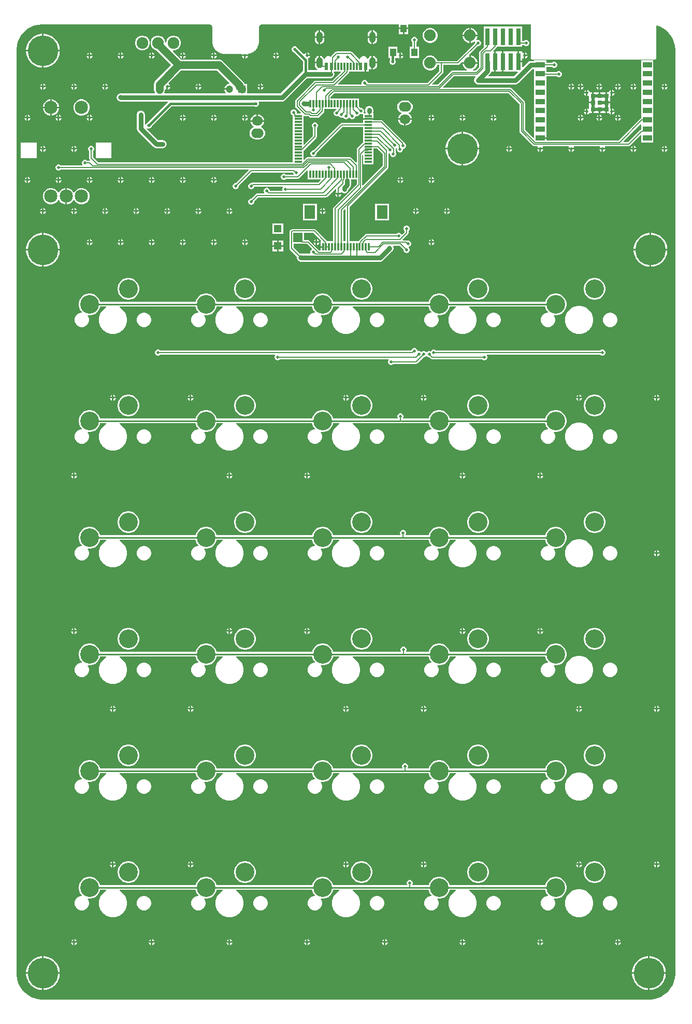
<source format=gtl>
G04*
G04 #@! TF.GenerationSoftware,Altium Limited,Altium Designer,22.7.1 (60)*
G04*
G04 Layer_Physical_Order=1*
G04 Layer_Color=255*
%FSLAX25Y25*%
%MOIN*%
G70*
G04*
G04 #@! TF.SameCoordinates,C603BF2E-B12D-4F6D-87B7-6185641273B1*
G04*
G04*
G04 #@! TF.FilePolarity,Positive*
G04*
G01*
G75*
%ADD11C,0.01000*%
%ADD13R,0.05906X0.03543*%
%ADD14R,0.02756X0.02756*%
%ADD15R,0.07087X0.08661*%
%ADD16R,0.01181X0.05118*%
%ADD17R,0.04724X0.01181*%
%ADD18R,0.01181X0.04724*%
%ADD19R,0.03937X0.05118*%
%ADD20R,0.05906X0.06299*%
%ADD21R,0.04724X0.04724*%
%ADD22R,0.02913X0.10984*%
%ADD23R,0.01181X0.04528*%
%ADD24R,0.02362X0.04528*%
%ADD48C,0.00500*%
%ADD49C,0.02000*%
%ADD50C,0.03000*%
%ADD51C,0.01500*%
%ADD52C,0.05000*%
%ADD53C,0.08500*%
%ADD54C,0.07500*%
%ADD55C,0.04724*%
%ADD56C,0.12000*%
%ADD57C,0.19685*%
%ADD58O,0.03937X0.07087*%
%ADD59O,0.07000X0.06000*%
%ADD60O,0.08000X0.06000*%
%ADD61C,0.01968*%
%ADD62C,0.03150*%
G36*
X127000Y630022D02*
X127199D01*
X127590Y629944D01*
X127958Y629792D01*
X128289Y629570D01*
X128570Y629289D01*
X128792Y628958D01*
X128944Y628590D01*
X129022Y628199D01*
Y619000D01*
X129031Y618927D01*
X129025Y618854D01*
X129050Y618364D01*
X129089Y618148D01*
X129103Y617929D01*
X129294Y616968D01*
X129388Y616691D01*
X129464Y616409D01*
X129839Y615503D01*
X129985Y615250D01*
X130114Y614988D01*
X130659Y614173D01*
X130851Y613954D01*
X131029Y613722D01*
X131722Y613029D01*
X131954Y612851D01*
X132173Y612659D01*
X132988Y612114D01*
X133250Y611985D01*
X133503Y611839D01*
X134409Y611464D01*
X134691Y611388D01*
X134968Y611294D01*
X135929Y611103D01*
X136148Y611089D01*
X136364Y611050D01*
X136854Y611025D01*
X136927Y611031D01*
X137000Y611022D01*
X147826D01*
X148103Y610606D01*
X148059Y610500D01*
X151941D01*
X151903Y610591D01*
X151975Y610812D01*
X152220Y611133D01*
X153032Y611294D01*
X153309Y611388D01*
X153591Y611464D01*
X154497Y611839D01*
X154750Y611985D01*
X155012Y612114D01*
X155827Y612659D01*
X156046Y612851D01*
X156278Y613029D01*
X156971Y613722D01*
X157149Y613954D01*
X157341Y614173D01*
X157886Y614988D01*
X158015Y615250D01*
X158161Y615503D01*
X158536Y616409D01*
X158612Y616691D01*
X158706Y616968D01*
X158897Y617929D01*
X158911Y618148D01*
X158950Y618364D01*
X158975Y618854D01*
X158969Y618927D01*
X158978Y619000D01*
X158978Y628199D01*
X159056Y628590D01*
X159208Y628958D01*
X159430Y629289D01*
X159711Y629570D01*
X160042Y629792D01*
X160410Y629944D01*
X160801Y630022D01*
X161000D01*
X249142D01*
Y627854D01*
X255079D01*
Y630022D01*
X334059Y630022D01*
X334059Y608410D01*
X334137Y608019D01*
X334358Y607689D01*
X334688Y607468D01*
X335079Y607390D01*
X413819Y607390D01*
X414209Y607468D01*
X414540Y607689D01*
X414761Y608019D01*
X414839Y608409D01*
X414839Y628915D01*
X415235Y629219D01*
X415483Y629153D01*
X417545Y628299D01*
X419477Y627183D01*
X421247Y625825D01*
X422825Y624247D01*
X424184Y622477D01*
X425299Y620545D01*
X426153Y618483D01*
X426731Y616328D01*
X427022Y614116D01*
X427022Y613000D01*
X427022Y20000D01*
Y18884D01*
X426731Y16672D01*
X426153Y14517D01*
X425299Y12455D01*
X424184Y10523D01*
X422825Y8753D01*
X421247Y7175D01*
X419477Y5816D01*
X417545Y4701D01*
X415483Y3847D01*
X413328Y3269D01*
X411116Y2978D01*
X410000Y2978D01*
X20000Y2978D01*
X18884D01*
X16672Y3269D01*
X14517Y3847D01*
X12455Y4701D01*
X10523Y5816D01*
X8753Y7175D01*
X7175Y8753D01*
X5816Y10523D01*
X4701Y12455D01*
X3847Y14517D01*
X3269Y16672D01*
X2978Y18884D01*
X2978Y20000D01*
X2978Y613000D01*
Y614116D01*
X3269Y616328D01*
X3847Y618483D01*
X4701Y620545D01*
X5816Y622477D01*
X7175Y624247D01*
X8753Y625825D01*
X10523Y627183D01*
X12455Y628299D01*
X14517Y629153D01*
X16672Y629731D01*
X18884Y630022D01*
X20000Y630022D01*
X127000Y630022D01*
D02*
G37*
%LPC*%
G36*
X255079Y626854D02*
X252610D01*
Y623795D01*
X255079D01*
Y626854D01*
D02*
G37*
G36*
X251610D02*
X249142D01*
Y623795D01*
X251610D01*
Y626854D01*
D02*
G37*
G36*
X295421Y627608D02*
X295295D01*
Y623358D01*
X299545D01*
Y623484D01*
X299222Y624692D01*
X298596Y625775D01*
X297712Y626659D01*
X296629Y627285D01*
X295421Y627608D01*
D02*
G37*
G36*
X294295D02*
X294170D01*
X292962Y627285D01*
X291879Y626659D01*
X290994Y625775D01*
X290369Y624692D01*
X290045Y623484D01*
Y623358D01*
X294295D01*
Y627608D01*
D02*
G37*
G36*
X232508Y626267D02*
Y622264D01*
X235002D01*
Y623339D01*
X234900Y624114D01*
X234601Y624836D01*
X234125Y625456D01*
X233505Y625932D01*
X232783Y626231D01*
X232508Y626267D01*
D02*
G37*
G36*
X231508Y626267D02*
X231233Y626231D01*
X230511Y625932D01*
X229891Y625456D01*
X229415Y624836D01*
X229116Y624114D01*
X229014Y623339D01*
Y622264D01*
X231508D01*
Y626267D01*
D02*
G37*
G36*
X198492Y626267D02*
Y622264D01*
X200986D01*
Y623339D01*
X200884Y624114D01*
X200585Y624836D01*
X200109Y625456D01*
X199489Y625932D01*
X198767Y626231D01*
X198492Y626267D01*
D02*
G37*
G36*
X197492Y626267D02*
X197217Y626231D01*
X196495Y625932D01*
X195875Y625456D01*
X195399Y624836D01*
X195100Y624114D01*
X194998Y623339D01*
Y622264D01*
X197492D01*
Y626267D01*
D02*
G37*
G36*
X294295Y622358D02*
X290045D01*
Y622233D01*
X290369Y621025D01*
X290994Y619942D01*
X291879Y619057D01*
X292962Y618432D01*
X294170Y618108D01*
X294295D01*
Y622358D01*
D02*
G37*
G36*
X269830Y627608D02*
X268579D01*
X267371Y627285D01*
X266288Y626659D01*
X265404Y625775D01*
X264778Y624692D01*
X264455Y623484D01*
Y622233D01*
X264778Y621025D01*
X265404Y619942D01*
X266288Y619057D01*
X267371Y618432D01*
X268579Y618108D01*
X269830D01*
X271038Y618432D01*
X272121Y619057D01*
X273006Y619942D01*
X273631Y621025D01*
X273955Y622233D01*
Y623484D01*
X273631Y624692D01*
X273006Y625775D01*
X272121Y626659D01*
X271038Y627285D01*
X269830Y627608D01*
D02*
G37*
G36*
X235002Y621264D02*
X232508D01*
Y617261D01*
X232783Y617297D01*
X233505Y617596D01*
X234125Y618072D01*
X234601Y618692D01*
X234900Y619414D01*
X235002Y620189D01*
Y621264D01*
D02*
G37*
G36*
X200986Y621264D02*
X198492D01*
Y617261D01*
X198767Y617297D01*
X199489Y617596D01*
X200109Y618072D01*
X200585Y618692D01*
X200884Y619414D01*
X200986Y620189D01*
Y621264D01*
D02*
G37*
G36*
X197492D02*
X194998D01*
Y620189D01*
X195100Y619414D01*
X195399Y618692D01*
X195875Y618072D01*
X196495Y617596D01*
X197217Y617297D01*
X197492Y617261D01*
Y621264D01*
D02*
G37*
G36*
X231508Y621264D02*
X229014D01*
Y620189D01*
X229116Y619414D01*
X229415Y618692D01*
X229891Y618072D01*
X230511Y617596D01*
X231233Y617297D01*
X231508Y617261D01*
Y621264D01*
D02*
G37*
G36*
X308457Y628504D02*
Y628504D01*
X303543D01*
Y615520D01*
X303543D01*
X303662Y615234D01*
X303427Y614999D01*
X303280Y614901D01*
X301099Y612719D01*
X300822Y612306D01*
X300726Y611818D01*
Y602528D01*
X298516Y600319D01*
X296942D01*
X296808Y600819D01*
X297712Y601341D01*
X298596Y602225D01*
X299222Y603308D01*
X299545Y604516D01*
Y604642D01*
X290045D01*
Y604516D01*
X290369Y603308D01*
X290994Y602225D01*
X291879Y601341D01*
X292783Y600819D01*
X292649Y600319D01*
X283630D01*
X283142Y600222D01*
X282729Y599945D01*
X274058Y591274D01*
X270730D01*
X270539Y591736D01*
X277339Y598536D01*
X277615Y598950D01*
X277712Y599438D01*
Y603867D01*
X287142D01*
X287630Y603964D01*
X288043Y604241D01*
X289545Y605743D01*
X289790Y605642D01*
X294295D01*
Y610147D01*
X294194Y610392D01*
X299818Y616016D01*
X300395D01*
X301124Y616318D01*
X301682Y616876D01*
X301984Y617605D01*
Y618395D01*
X301682Y619124D01*
X301124Y619682D01*
X300395Y619984D01*
X299605D01*
X299070Y619763D01*
X298722Y620160D01*
X299222Y621025D01*
X299545Y622233D01*
Y622358D01*
X295295D01*
Y618108D01*
X295421D01*
X296629Y618432D01*
X297712Y619057D01*
X297775Y619121D01*
X298199Y618838D01*
X298016Y618395D01*
Y617818D01*
X286614Y606416D01*
X273781D01*
X273631Y606975D01*
X273006Y608058D01*
X272121Y608943D01*
X271038Y609568D01*
X269830Y609892D01*
X268579D01*
X267371Y609568D01*
X266288Y608943D01*
X265404Y608058D01*
X264778Y606975D01*
X264455Y605767D01*
Y604516D01*
X264778Y603308D01*
X265404Y602225D01*
X266288Y601341D01*
X267371Y600715D01*
X268579Y600392D01*
X269830D01*
X271038Y600715D01*
X272121Y601341D01*
X273006Y602225D01*
X273631Y603308D01*
X273781Y603867D01*
X275163D01*
Y599965D01*
X267472Y592275D01*
X228984D01*
Y592629D01*
X228682Y593358D01*
X228124Y593916D01*
X227395Y594218D01*
X226605D01*
X225876Y593916D01*
X225318Y593358D01*
X225016Y592629D01*
Y591840D01*
X225078Y591690D01*
X224800Y591274D01*
X210072D01*
X209881Y591736D01*
X216651Y598507D01*
X216928Y598920D01*
X217024Y599408D01*
Y599780D01*
X227098D01*
Y603043D01*
X228099D01*
Y599780D01*
X229780D01*
Y601070D01*
X230279Y601317D01*
X230511Y601139D01*
X231233Y600840D01*
X231508Y600804D01*
Y605307D01*
Y609810D01*
X231233Y609774D01*
X230511Y609475D01*
X229891Y608999D01*
X229415Y608379D01*
X229152Y607743D01*
X228778Y607732D01*
X228643Y607763D01*
X228310Y608567D01*
X227669Y609208D01*
X226831Y609555D01*
X225925D01*
X225087Y609208D01*
X224446Y608567D01*
X224098Y607729D01*
Y607612D01*
X223637Y607420D01*
X218921Y612136D01*
X218508Y612412D01*
X218020Y612509D01*
X209074D01*
X208587Y612412D01*
X208173Y612136D01*
X205581Y609543D01*
X205463Y609366D01*
X204942Y609216D01*
X204826Y609244D01*
X204076Y609555D01*
X203169D01*
X202331Y609208D01*
X201690Y608567D01*
X201357Y607763D01*
X201222Y607732D01*
X200848Y607743D01*
X200585Y608379D01*
X200109Y608999D01*
X199489Y609475D01*
X198767Y609774D01*
X198492Y609810D01*
Y605307D01*
X197992D01*
Y604807D01*
X194998D01*
Y603732D01*
X195100Y602957D01*
X195399Y602235D01*
X195875Y601615D01*
X196495Y601139D01*
X196713Y601049D01*
X196614Y600549D01*
X190784D01*
Y607000D01*
X190648Y607683D01*
X190638Y607698D01*
X190783Y608177D01*
X191124Y608318D01*
X191682Y608876D01*
X191941Y609500D01*
X190000D01*
Y610000D01*
X189500D01*
Y611941D01*
X188876Y611682D01*
X188318Y611124D01*
X188221Y610890D01*
X187731Y610793D01*
X183882Y614641D01*
X183682Y615124D01*
X183124Y615682D01*
X182395Y615984D01*
X181605D01*
X180876Y615682D01*
X180318Y615124D01*
X180016Y614395D01*
Y613605D01*
X180318Y612876D01*
X180876Y612318D01*
X181359Y612118D01*
X187216Y606261D01*
Y599815D01*
X187198Y599802D01*
X172944Y585549D01*
X151299D01*
Y587325D01*
X151347Y587441D01*
X151467Y588354D01*
X151347Y589268D01*
X151299Y589383D01*
Y591716D01*
X149648D01*
X149634Y591820D01*
X149282Y592672D01*
X148721Y593403D01*
X135751Y606372D01*
X135020Y606933D01*
X134169Y607286D01*
X133255Y607406D01*
X108910D01*
X103566Y612750D01*
X103773Y613250D01*
X104625D01*
X105833Y613574D01*
X106917Y614199D01*
X107801Y615083D01*
X108426Y616167D01*
X108750Y617375D01*
Y618625D01*
X108426Y619833D01*
X107801Y620917D01*
X106917Y621801D01*
X105833Y622426D01*
X104625Y622750D01*
X103375D01*
X102167Y622426D01*
X101083Y621801D01*
X100199Y620917D01*
X99574Y619833D01*
X99250Y618625D01*
Y618284D01*
X98750Y618016D01*
Y618625D01*
X98426Y619833D01*
X97801Y620917D01*
X96917Y621801D01*
X95833Y622426D01*
X94625Y622750D01*
X93375D01*
X92167Y622426D01*
X91083Y621801D01*
X90199Y620917D01*
X89574Y619833D01*
X89250Y618625D01*
Y617375D01*
X89574Y616167D01*
X90199Y615083D01*
X91083Y614199D01*
X92167Y613574D01*
X92974Y613357D01*
X102455Y603876D01*
X92504Y593924D01*
X91943Y593193D01*
X91590Y592342D01*
X91470Y591428D01*
Y588000D01*
X91590Y587086D01*
X91943Y586235D01*
X92125Y585997D01*
X91904Y585549D01*
X70435D01*
X70339Y585575D01*
X69661D01*
X69006Y585399D01*
X68419Y585060D01*
X67940Y584581D01*
X67601Y583994D01*
X67425Y583339D01*
Y582661D01*
X67601Y582006D01*
X67940Y581419D01*
X68419Y580940D01*
X69006Y580601D01*
X69661Y580425D01*
X70339D01*
X70435Y580451D01*
X100221D01*
X100428Y579951D01*
X87359Y566882D01*
X86876Y566682D01*
X86318Y566124D01*
X86016Y565395D01*
X85549Y565475D01*
Y572000D01*
X85355Y572975D01*
X84802Y573802D01*
X83975Y574355D01*
X83000Y574549D01*
X82025Y574355D01*
X81198Y573802D01*
X80645Y572975D01*
X80451Y572000D01*
Y563000D01*
X80645Y562024D01*
X81198Y561198D01*
X91198Y551198D01*
X92024Y550645D01*
X93000Y550451D01*
X97000D01*
X97975Y550645D01*
X98802Y551198D01*
X99355Y552025D01*
X99549Y553000D01*
X99355Y553975D01*
X98802Y554802D01*
X97975Y555355D01*
X97000Y555549D01*
X94056D01*
X86794Y562811D01*
X87077Y563234D01*
X87605Y563016D01*
X88395D01*
X89124Y563318D01*
X89682Y563876D01*
X89882Y564359D01*
X102739Y577216D01*
X156123D01*
X156605Y577016D01*
X157395D01*
X158124Y577318D01*
X158682Y577876D01*
X158984Y578605D01*
Y579395D01*
X158754Y579951D01*
X159008Y580451D01*
X174000D01*
X174976Y580645D01*
X175802Y581198D01*
X190056Y595451D01*
X205000D01*
X205976Y595645D01*
X206802Y596198D01*
X207355Y597024D01*
X207549Y598000D01*
X207355Y598976D01*
X207152Y599279D01*
X207419Y599780D01*
X211544D01*
X211736Y599318D01*
X206193Y593775D01*
X195384D01*
X194896Y593678D01*
X194483Y593401D01*
X182774Y581693D01*
X182498Y581279D01*
X182401Y580791D01*
Y577209D01*
X182498Y576721D01*
X182774Y576307D01*
X185903Y573178D01*
X185712Y572717D01*
X183799D01*
X183373Y572994D01*
Y573783D01*
X183071Y574513D01*
X182513Y575071D01*
X181783Y575373D01*
X180994D01*
X180265Y575071D01*
X179707Y574513D01*
X179404Y573783D01*
Y572994D01*
X179707Y572265D01*
X180265Y571707D01*
X180834Y571471D01*
Y571466D01*
X180858Y571343D01*
Y569535D01*
Y565598D01*
Y561661D01*
Y557724D01*
Y553787D01*
Y549850D01*
Y545913D01*
Y541274D01*
X55528D01*
X52275Y544528D01*
Y548468D01*
X52682Y548876D01*
X52984Y549605D01*
Y550395D01*
X52682Y551124D01*
X52124Y551682D01*
X51395Y551984D01*
X50605D01*
X49876Y551682D01*
X49318Y551124D01*
X49016Y550395D01*
Y549605D01*
X49318Y548876D01*
X49725Y548468D01*
Y544000D01*
X49823Y543512D01*
X50099Y543099D01*
X50509Y542689D01*
X50262Y542228D01*
X50029Y542275D01*
X48532D01*
X48124Y542682D01*
X47395Y542984D01*
X46605D01*
X45876Y542682D01*
X45318Y542124D01*
X45016Y541395D01*
Y540605D01*
X45318Y539876D01*
X45419Y539775D01*
X45212Y539275D01*
X31532D01*
X31124Y539682D01*
X30395Y539984D01*
X29605D01*
X28876Y539682D01*
X28318Y539124D01*
X28016Y538395D01*
Y537605D01*
X28318Y536876D01*
X28876Y536318D01*
X29605Y536016D01*
X30395D01*
X31124Y536318D01*
X31532Y536726D01*
X152270D01*
X152461Y536264D01*
X144182Y527984D01*
X143605D01*
X142876Y527682D01*
X142318Y527124D01*
X142016Y526395D01*
Y525605D01*
X142318Y524876D01*
X142876Y524318D01*
X143605Y524016D01*
X144395D01*
X145124Y524318D01*
X145682Y524876D01*
X145984Y525605D01*
Y526182D01*
X154528Y534726D01*
X180900D01*
X181016Y534610D01*
Y534371D01*
X181263Y533775D01*
X181032Y533275D01*
X176532D01*
X176124Y533682D01*
X175395Y533984D01*
X174605D01*
X173876Y533682D01*
X173318Y533124D01*
X173016Y532395D01*
Y531605D01*
X173318Y530876D01*
X173876Y530318D01*
X174605Y530016D01*
X175395D01*
X176124Y530318D01*
X176532Y530725D01*
X184000D01*
X184488Y530823D01*
X184901Y531099D01*
X190042Y536240D01*
X190504Y536048D01*
Y530362D01*
X198570D01*
X198762Y529900D01*
X197136Y528274D01*
X155027D01*
X154539Y528177D01*
X154250Y527984D01*
X153605D01*
X152876Y527682D01*
X152318Y527124D01*
X152016Y526395D01*
Y525605D01*
X152318Y524876D01*
X152876Y524318D01*
X153605Y524016D01*
X154395D01*
X155124Y524318D01*
X155682Y524876D01*
X155984Y525605D01*
Y525726D01*
X174212D01*
X174419Y525225D01*
X174318Y525124D01*
X174016Y524395D01*
Y523605D01*
X174078Y523456D01*
X173800Y523040D01*
X165984D01*
Y523395D01*
X165682Y524124D01*
X165124Y524682D01*
X164395Y524984D01*
X163605D01*
X162876Y524682D01*
X162318Y524124D01*
X162016Y523395D01*
Y522605D01*
X162318Y521876D01*
X162419Y521774D01*
X162212Y521275D01*
X158000D01*
X157512Y521177D01*
X157099Y520901D01*
X154182Y517984D01*
X153605D01*
X152876Y517682D01*
X152318Y517124D01*
X152016Y516395D01*
Y515605D01*
X152318Y514876D01*
X152876Y514318D01*
X153605Y514016D01*
X154395D01*
X155124Y514318D01*
X155682Y514876D01*
X155984Y515605D01*
Y516182D01*
X158528Y518725D01*
X202000D01*
X202488Y518822D01*
X202901Y519099D01*
X208225Y524423D01*
X208726Y524216D01*
Y522532D01*
X208318Y522124D01*
X208059Y521500D01*
X211941D01*
X211742Y521979D01*
X212185Y522216D01*
X212198Y522198D01*
X213024Y521645D01*
X214000Y521451D01*
X214976Y521645D01*
X215802Y522198D01*
X216355Y523025D01*
X216501Y523761D01*
X217519Y524779D01*
X218071Y525606D01*
X218266Y526581D01*
Y529505D01*
X218172Y529976D01*
X218489Y530362D01*
X221975D01*
Y527360D01*
X207209Y512594D01*
X206933Y512180D01*
X206836Y511692D01*
Y490500D01*
X202987D01*
X202765Y490831D01*
X195508Y498088D01*
X195095Y498364D01*
X194607Y498461D01*
X180617D01*
X180130Y498364D01*
X179716Y498088D01*
X179109Y497480D01*
X178832Y497067D01*
X178735Y496579D01*
Y485990D01*
X178832Y485502D01*
X179109Y485089D01*
X183517Y480681D01*
X183425Y480339D01*
Y479661D01*
X183601Y479006D01*
X183940Y478419D01*
X184419Y477940D01*
X185006Y477601D01*
X185661Y477425D01*
X186339D01*
X186435Y477451D01*
X237000D01*
X237976Y477645D01*
X238802Y478198D01*
X244495Y483890D01*
X244581Y483940D01*
X245060Y484419D01*
X245399Y485006D01*
X245575Y485661D01*
Y486339D01*
X245399Y486994D01*
X245328Y487117D01*
X245578Y487550D01*
X249647D01*
X252016Y485182D01*
Y484605D01*
X252318Y483876D01*
X252876Y483318D01*
X253605Y483016D01*
X254395D01*
X255124Y483318D01*
X255682Y483876D01*
X255984Y484605D01*
Y485395D01*
X255682Y486124D01*
X255290Y486516D01*
X255343Y486766D01*
X255460Y487043D01*
X256124Y487318D01*
X256682Y487876D01*
X256984Y488605D01*
Y489395D01*
X256682Y490124D01*
X256124Y490682D01*
X255395Y490984D01*
X254605D01*
X254412Y490904D01*
X254265Y491002D01*
X253778Y491099D01*
X251715D01*
X251523Y491561D01*
X254901Y494939D01*
X255177Y495353D01*
X255275Y495840D01*
Y497181D01*
X255682Y497588D01*
X255984Y498318D01*
Y499107D01*
X255682Y499836D01*
X255124Y500395D01*
X254395Y500697D01*
X253605D01*
X252876Y500395D01*
X252318Y499836D01*
X252016Y499107D01*
Y498318D01*
X252318Y497588D01*
X252726Y497181D01*
Y496368D01*
X251234Y494877D01*
X250744Y494975D01*
X250682Y495124D01*
X250124Y495682D01*
X249395Y495984D01*
X248605D01*
X247876Y495682D01*
X247468Y495274D01*
X228269D01*
X227781Y495178D01*
X227368Y494901D01*
X223298Y490831D01*
X223077Y490500D01*
X217259D01*
Y512686D01*
X241901Y537328D01*
X242178Y537742D01*
X242274Y538230D01*
Y547034D01*
X242690Y547312D01*
X242840Y547250D01*
X243147D01*
X243289Y547038D01*
Y546248D01*
X243591Y545519D01*
X244149Y544961D01*
X244879Y544659D01*
X245668D01*
X246397Y544961D01*
X246955Y545519D01*
X247257Y546248D01*
Y547038D01*
X246977Y547714D01*
Y549926D01*
X246880Y550413D01*
X246892Y550453D01*
X247497Y550703D01*
X247575Y550666D01*
X247912Y550398D01*
X247817Y550169D01*
Y549380D01*
X248119Y548651D01*
X248677Y548093D01*
X249406Y547790D01*
X250196D01*
X250925Y548093D01*
X251483Y548651D01*
X251785Y549380D01*
Y550016D01*
X252160D01*
X252890Y550318D01*
X253448Y550876D01*
X253750Y551605D01*
Y552395D01*
X253448Y553124D01*
X252890Y553682D01*
X252711Y553756D01*
X252662Y554003D01*
X252386Y554416D01*
X238712Y568090D01*
X238299Y568366D01*
X237811Y568464D01*
X232858D01*
Y568780D01*
X229496D01*
X226134D01*
Y566495D01*
X212221D01*
X211733Y566398D01*
X211319Y566122D01*
X194182Y548984D01*
X193605D01*
X192876Y548682D01*
X192318Y548124D01*
X192016Y547395D01*
Y546605D01*
X192318Y545876D01*
X192876Y545318D01*
X193605Y545016D01*
X194395D01*
X195124Y545318D01*
X195682Y545876D01*
X195984Y546605D01*
Y547182D01*
X212748Y563946D01*
X226134D01*
Y561661D01*
Y557724D01*
Y554191D01*
X225803Y553970D01*
X222349Y550516D01*
X222073Y550103D01*
X221975Y549615D01*
Y541309D01*
X221514Y541117D01*
X218495Y544136D01*
X218082Y544412D01*
X217594Y544509D01*
X190276D01*
X189788Y544412D01*
X189375Y544136D01*
X188045Y542805D01*
X187583Y542997D01*
Y548691D01*
X187914Y548912D01*
X195901Y556899D01*
X196177Y557313D01*
X196274Y557801D01*
Y563468D01*
X196682Y563876D01*
X196984Y564605D01*
Y565395D01*
X196682Y566124D01*
X196124Y566682D01*
X195395Y566984D01*
X194605D01*
X193876Y566682D01*
X193318Y566124D01*
X193016Y565395D01*
Y564605D01*
X193318Y563876D01*
X193726Y563468D01*
Y558328D01*
X188045Y552648D01*
X187583Y552839D01*
Y555756D01*
Y559693D01*
Y563630D01*
Y567567D01*
Y570842D01*
X188083Y571110D01*
X188162Y571057D01*
X188649Y570960D01*
X190957D01*
X191552Y570365D01*
X191965Y570088D01*
X192453Y569991D01*
X196807D01*
X197295Y570088D01*
X197708Y570365D01*
X200635Y573292D01*
X200912Y573705D01*
X201009Y574193D01*
Y575638D01*
X208774D01*
X209026Y575138D01*
X208912Y574984D01*
X208605D01*
X207876Y574682D01*
X207318Y574124D01*
X207016Y573395D01*
Y572605D01*
X207318Y571876D01*
X207876Y571318D01*
X208605Y571016D01*
X209395D01*
X210124Y571318D01*
X210136Y571315D01*
X210318Y570876D01*
X210876Y570318D01*
X211605Y570016D01*
X212395D01*
X213124Y570318D01*
X213136Y570316D01*
X213318Y569876D01*
X213876Y569318D01*
X214605Y569016D01*
X215395D01*
X216124Y569318D01*
X216682Y569876D01*
X216729Y569990D01*
X217271D01*
X217318Y569876D01*
X217876Y569318D01*
X218605Y569016D01*
X219395D01*
X220124Y569318D01*
X220682Y569876D01*
X220984Y570605D01*
Y570710D01*
X221400Y570988D01*
X221526Y570936D01*
X222315D01*
X223044Y571238D01*
X223602Y571796D01*
X223892Y572496D01*
X224260Y572343D01*
X225050D01*
X225634Y572585D01*
X226030Y572397D01*
X226134Y572293D01*
Y569535D01*
Y569535D01*
X229496D01*
X232858D01*
Y572717D01*
X232705D01*
X232393Y573216D01*
X232549Y574000D01*
Y575000D01*
X232355Y575976D01*
X231802Y576802D01*
X230976Y577355D01*
X230000Y577549D01*
X229025Y577355D01*
X228198Y576802D01*
X227645Y575976D01*
X227451Y575000D01*
Y574000D01*
X227607Y573216D01*
X227295Y572717D01*
X226557D01*
X226337Y573204D01*
X226639Y573933D01*
Y574722D01*
X226337Y575452D01*
X225779Y576010D01*
X225050Y576312D01*
X224341D01*
X223213Y577440D01*
Y582362D01*
X205180D01*
Y583378D01*
X207528Y585725D01*
X319644D01*
X326726Y578644D01*
Y561229D01*
X326822Y560741D01*
X327099Y560328D01*
X335302Y552124D01*
X335716Y551848D01*
X336203Y551751D01*
X338238D01*
X338445Y551251D01*
X338318Y551124D01*
X338059Y550500D01*
X341941D01*
X341682Y551124D01*
X341555Y551251D01*
X341762Y551751D01*
X358238D01*
X358445Y551251D01*
X358318Y551124D01*
X358059Y550500D01*
X361941D01*
X361682Y551124D01*
X361555Y551251D01*
X361762Y551751D01*
X378238D01*
X378445Y551251D01*
X378318Y551124D01*
X378059Y550500D01*
X381941D01*
X381682Y551124D01*
X381555Y551251D01*
X381762Y551751D01*
X397026D01*
X397513Y551848D01*
X397927Y552124D01*
X404483Y558680D01*
X404945Y558489D01*
Y554063D01*
X412850D01*
Y559606D01*
X412850Y559606D01*
Y559969D01*
X412850D01*
X412850Y560106D01*
Y565512D01*
X412850D01*
Y565874D01*
X412850D01*
Y571279D01*
X412850Y571417D01*
Y571779D01*
X412850Y571917D01*
Y577185D01*
X412850Y577323D01*
Y577685D01*
X412850Y577823D01*
Y583091D01*
X412850Y583228D01*
Y583591D01*
X412850Y583728D01*
Y588996D01*
X412850Y589134D01*
Y589496D01*
X412850Y589634D01*
Y594902D01*
X412850Y595039D01*
Y595402D01*
X412850Y595539D01*
Y600807D01*
X412850Y600945D01*
Y601307D01*
X412850Y601445D01*
Y606850D01*
X404945D01*
Y601445D01*
X404945Y601307D01*
Y600945D01*
X404945Y600807D01*
Y595539D01*
X404945Y595402D01*
Y595039D01*
X404945Y594902D01*
Y589634D01*
X404945Y589496D01*
Y589134D01*
X404945Y588996D01*
Y583728D01*
X404945Y583591D01*
Y583228D01*
X404945Y583091D01*
Y577823D01*
X404945Y577685D01*
Y577323D01*
X404945Y577185D01*
Y571917D01*
X404945Y571779D01*
Y571417D01*
X404945Y571279D01*
Y569628D01*
X404587Y569389D01*
X390498Y555300D01*
X343953D01*
Y556335D01*
X340000D01*
Y557335D01*
X343953D01*
Y559469D01*
X343953Y559606D01*
Y559969D01*
X343953Y560106D01*
Y565374D01*
X343953Y565512D01*
Y565874D01*
X343953Y566012D01*
Y571279D01*
X343953Y571417D01*
Y571779D01*
X343953Y571917D01*
Y577185D01*
X343953Y577323D01*
Y577685D01*
X343953Y577823D01*
Y583091D01*
X343953Y583228D01*
Y583591D01*
X343953Y583728D01*
Y588996D01*
X343953Y589134D01*
Y589496D01*
X343953Y589634D01*
Y594902D01*
X343953Y595039D01*
Y595402D01*
X343953Y595539D01*
Y596726D01*
X350468D01*
X350876Y596318D01*
X351605Y596016D01*
X352395D01*
X353124Y596318D01*
X353682Y596876D01*
X353984Y597605D01*
Y598395D01*
X353682Y599124D01*
X353124Y599682D01*
X352395Y599984D01*
X351605D01*
X350876Y599682D01*
X350468Y599274D01*
X343953D01*
Y600807D01*
X343953Y600945D01*
Y601307D01*
X343953Y601445D01*
Y602726D01*
X347468D01*
X347876Y602318D01*
X348605Y602016D01*
X349395D01*
X350124Y602318D01*
X350682Y602876D01*
X350984Y603605D01*
Y604395D01*
X350682Y605124D01*
X350124Y605682D01*
X349395Y605984D01*
X348605D01*
X347876Y605682D01*
X347468Y605274D01*
X343953D01*
Y606850D01*
X336047D01*
Y606356D01*
X334003D01*
X333027Y606162D01*
X332200Y605610D01*
X328919Y602328D01*
X328457Y602519D01*
Y605488D01*
X326000D01*
Y605988D01*
X325500D01*
Y612480D01*
X323957D01*
X323543Y612480D01*
X323043Y612480D01*
X318957D01*
X318543Y612480D01*
X318043Y612480D01*
X316500D01*
Y605988D01*
Y599496D01*
X318043D01*
X318457Y599496D01*
X318957Y599496D01*
X323043D01*
X323457Y599496D01*
X323957Y599496D01*
X325433D01*
X325625Y599034D01*
X323140Y596549D01*
X306807D01*
X306616Y597011D01*
X307759Y598154D01*
X308312Y598981D01*
X308332Y599084D01*
X308543Y599496D01*
X310500D01*
Y605988D01*
Y612480D01*
X309936D01*
X309745Y612942D01*
X311901Y615099D01*
X312177Y615512D01*
X312179Y615520D01*
X313457Y615520D01*
X313957Y615520D01*
X318043D01*
X318457Y615520D01*
X318957Y615520D01*
X323043D01*
X323457Y615520D01*
X323957Y615520D01*
X328457D01*
Y616725D01*
X329468D01*
X329876Y616318D01*
X330605Y616016D01*
X331395D01*
X332124Y616318D01*
X332682Y616876D01*
X332984Y617605D01*
Y618395D01*
X332682Y619124D01*
X332124Y619682D01*
X331395Y619984D01*
X330605D01*
X329876Y619682D01*
X329468Y619275D01*
X328457D01*
Y628504D01*
X323543Y628504D01*
X323043Y628504D01*
X318957D01*
X318543Y628504D01*
X318043Y628504D01*
X313957D01*
X313543Y628504D01*
X313043Y628504D01*
X308543D01*
Y628504D01*
X308457D01*
D02*
G37*
G36*
X20853Y623842D02*
X20500D01*
Y613500D01*
X30843D01*
Y613853D01*
X30575Y615539D01*
X30048Y617162D01*
X29273Y618683D01*
X28270Y620063D01*
X27063Y621270D01*
X25683Y622273D01*
X24162Y623048D01*
X22539Y623575D01*
X20853Y623842D01*
D02*
G37*
G36*
X19500D02*
X19147D01*
X17461Y623575D01*
X15838Y623048D01*
X14317Y622273D01*
X12937Y621270D01*
X11730Y620063D01*
X10727Y618683D01*
X9952Y617162D01*
X9425Y615539D01*
X9157Y613853D01*
Y613500D01*
X19500D01*
Y623842D01*
D02*
G37*
G36*
X84625Y622750D02*
X83375D01*
X82167Y622426D01*
X81083Y621801D01*
X80199Y620917D01*
X79574Y619833D01*
X79250Y618625D01*
Y617375D01*
X79574Y616167D01*
X80199Y615083D01*
X81083Y614199D01*
X82167Y613574D01*
X83375Y613250D01*
X84625D01*
X85833Y613574D01*
X86917Y614199D01*
X87801Y615083D01*
X88426Y616167D01*
X88750Y617375D01*
Y618625D01*
X88426Y619833D01*
X87801Y620917D01*
X86917Y621801D01*
X85833Y622426D01*
X84625Y622750D01*
D02*
G37*
G36*
X330500Y611941D02*
Y610500D01*
X331941D01*
X331682Y611124D01*
X331124Y611682D01*
X330500Y611941D01*
D02*
G37*
G36*
X250500D02*
Y610500D01*
X251941D01*
X251682Y611124D01*
X251124Y611682D01*
X250500Y611941D01*
D02*
G37*
G36*
X190500D02*
Y610500D01*
X191941D01*
X191682Y611124D01*
X191124Y611682D01*
X190500Y611941D01*
D02*
G37*
G36*
X170500D02*
Y610500D01*
X171941D01*
X171682Y611124D01*
X171124Y611682D01*
X170500Y611941D01*
D02*
G37*
G36*
X169500D02*
X168876Y611682D01*
X168318Y611124D01*
X168059Y610500D01*
X169500D01*
Y611941D01*
D02*
G37*
G36*
X130500D02*
Y610500D01*
X131941D01*
X131682Y611124D01*
X131124Y611682D01*
X130500Y611941D01*
D02*
G37*
G36*
X129500D02*
X128876Y611682D01*
X128318Y611124D01*
X128059Y610500D01*
X129500D01*
Y611941D01*
D02*
G37*
G36*
X110500D02*
Y610500D01*
X111941D01*
X111682Y611124D01*
X111124Y611682D01*
X110500Y611941D01*
D02*
G37*
G36*
X109500D02*
X108876Y611682D01*
X108318Y611124D01*
X108059Y610500D01*
X109500D01*
Y611941D01*
D02*
G37*
G36*
X90500D02*
Y610500D01*
X91941D01*
X91682Y611124D01*
X91124Y611682D01*
X90500Y611941D01*
D02*
G37*
G36*
X89500D02*
X88876Y611682D01*
X88318Y611124D01*
X88059Y610500D01*
X89500D01*
Y611941D01*
D02*
G37*
G36*
X70500D02*
Y610500D01*
X71941D01*
X71682Y611124D01*
X71124Y611682D01*
X70500Y611941D01*
D02*
G37*
G36*
X69500D02*
X68876Y611682D01*
X68318Y611124D01*
X68059Y610500D01*
X69500D01*
Y611941D01*
D02*
G37*
G36*
X50500D02*
Y610500D01*
X51941D01*
X51682Y611124D01*
X51124Y611682D01*
X50500Y611941D01*
D02*
G37*
G36*
X49500D02*
X48876Y611682D01*
X48318Y611124D01*
X48059Y610500D01*
X49500D01*
Y611941D01*
D02*
G37*
G36*
X259395Y621984D02*
X258605D01*
X257876Y621682D01*
X257318Y621124D01*
X257016Y620395D01*
Y619605D01*
X257318Y618876D01*
X257726Y618468D01*
Y615559D01*
X256031D01*
Y608441D01*
X261968D01*
Y615559D01*
X260275D01*
Y618468D01*
X260682Y618876D01*
X260984Y619605D01*
Y620395D01*
X260682Y621124D01*
X260124Y621682D01*
X259395Y621984D01*
D02*
G37*
G36*
X331941Y609500D02*
X330500D01*
Y608059D01*
X331124Y608318D01*
X331682Y608876D01*
X331941Y609500D01*
D02*
G37*
G36*
X326500Y612480D02*
Y606488D01*
X328457D01*
Y608084D01*
X328957Y608284D01*
X329500Y608059D01*
Y610000D01*
Y611941D01*
X328957Y611716D01*
X328457Y611916D01*
Y612480D01*
X326500D01*
D02*
G37*
G36*
X251941Y609500D02*
X250500D01*
Y608059D01*
X251124Y608318D01*
X251682Y608876D01*
X251941Y609500D01*
D02*
G37*
G36*
X248189Y615559D02*
X242252D01*
Y608441D01*
X243216D01*
Y606878D01*
X243016Y606395D01*
Y605605D01*
X243318Y604876D01*
X243876Y604318D01*
X244605Y604016D01*
X245395D01*
X246124Y604318D01*
X246682Y604876D01*
X246984Y605605D01*
Y606395D01*
X246784Y606878D01*
Y608441D01*
X248189D01*
X248189Y608441D01*
Y608441D01*
X248689Y608505D01*
X248876Y608318D01*
X249500Y608059D01*
Y610000D01*
Y611941D01*
X248876Y611682D01*
X248689Y611495D01*
X248189Y611702D01*
Y615559D01*
D02*
G37*
G36*
X171941Y609500D02*
X170500D01*
Y608059D01*
X171124Y608318D01*
X171682Y608876D01*
X171941Y609500D01*
D02*
G37*
G36*
X169500D02*
X168059D01*
X168318Y608876D01*
X168876Y608318D01*
X169500Y608059D01*
Y609500D01*
D02*
G37*
G36*
X151941D02*
X150500D01*
Y608059D01*
X151124Y608318D01*
X151682Y608876D01*
X151941Y609500D01*
D02*
G37*
G36*
X149500D02*
X148059D01*
X148318Y608876D01*
X148876Y608318D01*
X149500Y608059D01*
Y609500D01*
D02*
G37*
G36*
X131941D02*
X130500D01*
Y608059D01*
X131124Y608318D01*
X131682Y608876D01*
X131941Y609500D01*
D02*
G37*
G36*
X129500D02*
X128059D01*
X128318Y608876D01*
X128876Y608318D01*
X129500Y608059D01*
Y609500D01*
D02*
G37*
G36*
X111941D02*
X110500D01*
Y608059D01*
X111124Y608318D01*
X111682Y608876D01*
X111941Y609500D01*
D02*
G37*
G36*
X109500D02*
X108059D01*
X108318Y608876D01*
X108876Y608318D01*
X109500Y608059D01*
Y609500D01*
D02*
G37*
G36*
X91941D02*
X90500D01*
Y608059D01*
X91124Y608318D01*
X91682Y608876D01*
X91941Y609500D01*
D02*
G37*
G36*
X89500D02*
X88059D01*
X88318Y608876D01*
X88876Y608318D01*
X89500Y608059D01*
Y609500D01*
D02*
G37*
G36*
X71941D02*
X70500D01*
Y608059D01*
X71124Y608318D01*
X71682Y608876D01*
X71941Y609500D01*
D02*
G37*
G36*
X69500D02*
X68059D01*
X68318Y608876D01*
X68876Y608318D01*
X69500Y608059D01*
Y609500D01*
D02*
G37*
G36*
X51941D02*
X50500D01*
Y608059D01*
X51124Y608318D01*
X51682Y608876D01*
X51941Y609500D01*
D02*
G37*
G36*
X49500D02*
X48059D01*
X48318Y608876D01*
X48876Y608318D01*
X49500Y608059D01*
Y609500D01*
D02*
G37*
G36*
X232508Y609810D02*
Y605807D01*
X235002D01*
Y606882D01*
X234900Y607657D01*
X234601Y608379D01*
X234125Y608999D01*
X233505Y609475D01*
X232783Y609774D01*
X232508Y609810D01*
D02*
G37*
G36*
X197492Y609810D02*
X197217Y609774D01*
X196495Y609475D01*
X195875Y608999D01*
X195399Y608379D01*
X195100Y607657D01*
X194998Y606882D01*
Y605807D01*
X197492D01*
Y609810D01*
D02*
G37*
G36*
X295421Y609892D02*
X295295D01*
Y605642D01*
X299545D01*
Y605767D01*
X299222Y606975D01*
X298596Y608058D01*
X297712Y608943D01*
X296629Y609568D01*
X295421Y609892D01*
D02*
G37*
G36*
X30843Y612500D02*
X20500D01*
Y602157D01*
X20853D01*
X22539Y602424D01*
X24162Y602952D01*
X25683Y603727D01*
X27063Y604730D01*
X28270Y605937D01*
X29273Y607317D01*
X30048Y608838D01*
X30575Y610461D01*
X30843Y612147D01*
Y612500D01*
D02*
G37*
G36*
X19500D02*
X9157D01*
Y612147D01*
X9425Y610461D01*
X9952Y608838D01*
X10727Y607317D01*
X11730Y605937D01*
X12937Y604730D01*
X14317Y603727D01*
X15838Y602952D01*
X17461Y602424D01*
X19147Y602157D01*
X19500D01*
Y612500D01*
D02*
G37*
G36*
X235002Y604807D02*
X232508D01*
Y600804D01*
X232783Y600840D01*
X233505Y601139D01*
X234125Y601615D01*
X234601Y602235D01*
X234900Y602957D01*
X235002Y603732D01*
Y604807D01*
D02*
G37*
G36*
X313543Y612480D02*
X313043Y612480D01*
X311500D01*
Y605988D01*
Y599496D01*
X313043D01*
X313457Y599496D01*
X313957Y599496D01*
X315500D01*
Y605988D01*
Y612480D01*
X313957D01*
X313543Y612480D01*
D02*
G37*
G36*
X420500Y591941D02*
Y590500D01*
X421941D01*
X421682Y591124D01*
X421124Y591682D01*
X420500Y591941D01*
D02*
G37*
G36*
X419500D02*
X418876Y591682D01*
X418318Y591124D01*
X418059Y590500D01*
X419500D01*
Y591941D01*
D02*
G37*
G36*
X400500D02*
Y590500D01*
X401941D01*
X401682Y591124D01*
X401124Y591682D01*
X400500Y591941D01*
D02*
G37*
G36*
X399500D02*
X398876Y591682D01*
X398318Y591124D01*
X398059Y590500D01*
X399500D01*
Y591941D01*
D02*
G37*
G36*
X390500D02*
Y590500D01*
X391941D01*
X391682Y591124D01*
X391124Y591682D01*
X390500Y591941D01*
D02*
G37*
G36*
X389500D02*
X388876Y591682D01*
X388318Y591124D01*
X388059Y590500D01*
X389500D01*
Y591941D01*
D02*
G37*
G36*
X378500D02*
Y590500D01*
X379941D01*
X379682Y591124D01*
X379124Y591682D01*
X378500Y591941D01*
D02*
G37*
G36*
X377500D02*
X376876Y591682D01*
X376318Y591124D01*
X376059Y590500D01*
X377500D01*
Y591941D01*
D02*
G37*
G36*
X366500D02*
Y590500D01*
X367941D01*
X367682Y591124D01*
X367124Y591682D01*
X366500Y591941D01*
D02*
G37*
G36*
X365500D02*
X364876Y591682D01*
X364318Y591124D01*
X364059Y590500D01*
X365500D01*
Y591941D01*
D02*
G37*
G36*
X360500D02*
Y590500D01*
X361941D01*
X361682Y591124D01*
X361124Y591682D01*
X360500Y591941D01*
D02*
G37*
G36*
X359500D02*
X358876Y591682D01*
X358318Y591124D01*
X358059Y590500D01*
X359500D01*
Y591941D01*
D02*
G37*
G36*
X160500D02*
Y590500D01*
X161941D01*
X161682Y591124D01*
X161124Y591682D01*
X160500Y591941D01*
D02*
G37*
G36*
X159500D02*
X158876Y591682D01*
X158318Y591124D01*
X158059Y590500D01*
X159500D01*
Y591941D01*
D02*
G37*
G36*
X60500D02*
Y590500D01*
X61941D01*
X61682Y591124D01*
X61124Y591682D01*
X60500Y591941D01*
D02*
G37*
G36*
X59500D02*
X58876Y591682D01*
X58318Y591124D01*
X58059Y590500D01*
X59500D01*
Y591941D01*
D02*
G37*
G36*
X40500D02*
Y590500D01*
X41941D01*
X41682Y591124D01*
X41124Y591682D01*
X40500Y591941D01*
D02*
G37*
G36*
X39500D02*
X38876Y591682D01*
X38318Y591124D01*
X38059Y590500D01*
X39500D01*
Y591941D01*
D02*
G37*
G36*
X20500D02*
Y590500D01*
X21941D01*
X21682Y591124D01*
X21124Y591682D01*
X20500Y591941D01*
D02*
G37*
G36*
X19500D02*
X18876Y591682D01*
X18318Y591124D01*
X18059Y590500D01*
X19500D01*
Y591941D01*
D02*
G37*
G36*
X421941Y589500D02*
X420500D01*
Y588059D01*
X421124Y588318D01*
X421682Y588876D01*
X421941Y589500D01*
D02*
G37*
G36*
X419500D02*
X418059D01*
X418318Y588876D01*
X418876Y588318D01*
X419500Y588059D01*
Y589500D01*
D02*
G37*
G36*
X401941D02*
X400500D01*
Y588059D01*
X401124Y588318D01*
X401682Y588876D01*
X401941Y589500D01*
D02*
G37*
G36*
X399500D02*
X398059D01*
X398318Y588876D01*
X398876Y588318D01*
X399500Y588059D01*
Y589500D01*
D02*
G37*
G36*
X391941D02*
X390500D01*
Y588059D01*
X391124Y588318D01*
X391682Y588876D01*
X391941Y589500D01*
D02*
G37*
G36*
X389500D02*
X388059D01*
X388318Y588876D01*
X388876Y588318D01*
X389500Y588059D01*
Y589500D01*
D02*
G37*
G36*
X379941D02*
X378500D01*
Y588059D01*
X379124Y588318D01*
X379682Y588876D01*
X379941Y589500D01*
D02*
G37*
G36*
X377500D02*
X376059D01*
X376318Y588876D01*
X376876Y588318D01*
X377500Y588059D01*
Y589500D01*
D02*
G37*
G36*
X367941D02*
X366500D01*
Y588059D01*
X367124Y588318D01*
X367682Y588876D01*
X367941Y589500D01*
D02*
G37*
G36*
X365500D02*
X364059D01*
X364318Y588876D01*
X364876Y588318D01*
X365500Y588059D01*
Y589500D01*
D02*
G37*
G36*
X361941D02*
X360500D01*
Y588059D01*
X361124Y588318D01*
X361682Y588876D01*
X361941Y589500D01*
D02*
G37*
G36*
X359500D02*
X358059D01*
X358318Y588876D01*
X358876Y588318D01*
X359500Y588059D01*
Y589500D01*
D02*
G37*
G36*
X161941D02*
X160500D01*
Y588059D01*
X161124Y588318D01*
X161682Y588876D01*
X161941Y589500D01*
D02*
G37*
G36*
X159500D02*
X158059D01*
X158318Y588876D01*
X158876Y588318D01*
X159500Y588059D01*
Y589500D01*
D02*
G37*
G36*
X61941D02*
X60500D01*
Y588059D01*
X61124Y588318D01*
X61682Y588876D01*
X61941Y589500D01*
D02*
G37*
G36*
X59500D02*
X58059D01*
X58318Y588876D01*
X58876Y588318D01*
X59500Y588059D01*
Y589500D01*
D02*
G37*
G36*
X41941D02*
X40500D01*
Y588059D01*
X41124Y588318D01*
X41682Y588876D01*
X41941Y589500D01*
D02*
G37*
G36*
X39500D02*
X38059D01*
X38318Y588876D01*
X38876Y588318D01*
X39500Y588059D01*
Y589500D01*
D02*
G37*
G36*
X21941D02*
X20500D01*
Y588059D01*
X21124Y588318D01*
X21682Y588876D01*
X21941Y589500D01*
D02*
G37*
G36*
X19500D02*
X18059D01*
X18318Y588876D01*
X18876Y588318D01*
X19500Y588059D01*
Y589500D01*
D02*
G37*
G36*
X386500Y587941D02*
Y586500D01*
X387941D01*
X387682Y587124D01*
X387124Y587682D01*
X386500Y587941D01*
D02*
G37*
G36*
X369500D02*
X368876Y587682D01*
X368318Y587124D01*
X368059Y586500D01*
X369500D01*
Y587941D01*
D02*
G37*
G36*
X387941Y585500D02*
X386500D01*
Y584059D01*
X387124Y584318D01*
X387682Y584876D01*
X387941Y585500D01*
D02*
G37*
G36*
X369500D02*
X368059D01*
X368318Y584876D01*
X368876Y584318D01*
X369500Y584059D01*
Y585500D01*
D02*
G37*
G36*
X385500Y587941D02*
X384876Y587682D01*
X384318Y587124D01*
X384016Y586395D01*
Y586378D01*
X383059D01*
Y584000D01*
X382059D01*
Y586378D01*
X378728D01*
Y584000D01*
X377728D01*
Y586378D01*
X374398D01*
Y584000D01*
X373398D01*
Y586378D01*
X371984D01*
Y586395D01*
X371682Y587124D01*
X371124Y587682D01*
X370500Y587941D01*
Y586000D01*
Y584059D01*
X371020Y584275D01*
X371520Y584060D01*
Y581622D01*
Y580169D01*
X373898D01*
Y579169D01*
X371520D01*
Y575940D01*
X371020Y575725D01*
X370500Y575941D01*
Y574000D01*
Y572059D01*
X371124Y572318D01*
X371682Y572876D01*
X371717Y572961D01*
X373398D01*
Y575339D01*
X374398D01*
Y572961D01*
X377728D01*
Y575339D01*
X378728D01*
Y572961D01*
X380181D01*
Y572961D01*
X382059D01*
Y575339D01*
X383059D01*
Y572961D01*
X384283D01*
X384318Y572876D01*
X384876Y572318D01*
X385500Y572059D01*
Y574000D01*
Y575941D01*
X385353Y575880D01*
X384937Y576157D01*
Y579169D01*
X382559D01*
Y580169D01*
X384937D01*
Y581622D01*
Y583843D01*
X385353Y584120D01*
X385500Y584059D01*
Y586000D01*
Y587941D01*
D02*
G37*
G36*
X25849Y581809D02*
X25657D01*
Y577059D01*
X30408D01*
Y577250D01*
X30050Y578585D01*
X29359Y579783D01*
X28381Y580760D01*
X27184Y581451D01*
X25849Y581809D01*
D02*
G37*
G36*
X24657D02*
X24466D01*
X23131Y581451D01*
X21934Y580760D01*
X20956Y579783D01*
X20265Y578585D01*
X19907Y577250D01*
Y577059D01*
X24657D01*
Y581809D01*
D02*
G37*
G36*
X386500Y575941D02*
Y574500D01*
X387941D01*
X387682Y575124D01*
X387124Y575682D01*
X386500Y575941D01*
D02*
G37*
G36*
X369500D02*
X368876Y575682D01*
X368318Y575124D01*
X368059Y574500D01*
X369500D01*
Y575941D01*
D02*
G37*
G36*
X387941Y573500D02*
X386500D01*
Y572059D01*
X387124Y572318D01*
X387682Y572876D01*
X387941Y573500D01*
D02*
G37*
G36*
X369500D02*
X368059D01*
X368318Y572876D01*
X368876Y572318D01*
X369500Y572059D01*
Y573500D01*
D02*
G37*
G36*
X45534Y581809D02*
X44151D01*
X42816Y581451D01*
X41619Y580760D01*
X40641Y579783D01*
X39950Y578585D01*
X39592Y577250D01*
Y575868D01*
X39950Y574533D01*
X40641Y573336D01*
X41619Y572358D01*
X42816Y571667D01*
X44151Y571309D01*
X45534D01*
X46869Y571667D01*
X48066Y572358D01*
X49044Y573336D01*
X49735Y574533D01*
X50093Y575868D01*
Y577250D01*
X49735Y578585D01*
X49044Y579783D01*
X48066Y580760D01*
X46869Y581451D01*
X45534Y581809D01*
D02*
G37*
G36*
X30408Y576059D02*
X25657D01*
Y571309D01*
X25849D01*
X27184Y571667D01*
X28381Y572358D01*
X29359Y573336D01*
X30050Y574533D01*
X30408Y575868D01*
Y576059D01*
D02*
G37*
G36*
X24657D02*
X19907D01*
Y575868D01*
X20265Y574533D01*
X20956Y573336D01*
X21934Y572358D01*
X23131Y571667D01*
X24466Y571309D01*
X24657D01*
Y576059D01*
D02*
G37*
G36*
X390500Y571941D02*
Y570500D01*
X391941D01*
X391682Y571124D01*
X391124Y571682D01*
X390500Y571941D01*
D02*
G37*
G36*
X389500D02*
X388876Y571682D01*
X388318Y571124D01*
X388059Y570500D01*
X389500D01*
Y571941D01*
D02*
G37*
G36*
X378500D02*
Y570500D01*
X379941D01*
X379682Y571124D01*
X379124Y571682D01*
X378500Y571941D01*
D02*
G37*
G36*
X377500D02*
X376876Y571682D01*
X376318Y571124D01*
X376059Y570500D01*
X377500D01*
Y571941D01*
D02*
G37*
G36*
X366500D02*
Y570500D01*
X367941D01*
X367682Y571124D01*
X367124Y571682D01*
X366500Y571941D01*
D02*
G37*
G36*
X365500D02*
X364876Y571682D01*
X364318Y571124D01*
X364059Y570500D01*
X365500D01*
Y571941D01*
D02*
G37*
G36*
X310500D02*
Y570500D01*
X311941D01*
X311682Y571124D01*
X311124Y571682D01*
X310500Y571941D01*
D02*
G37*
G36*
X309500D02*
X308876Y571682D01*
X308318Y571124D01*
X308059Y570500D01*
X309500D01*
Y571941D01*
D02*
G37*
G36*
X290500D02*
Y570500D01*
X291941D01*
X291682Y571124D01*
X291124Y571682D01*
X290500Y571941D01*
D02*
G37*
G36*
X289500D02*
X288876Y571682D01*
X288318Y571124D01*
X288059Y570500D01*
X289500D01*
Y571941D01*
D02*
G37*
G36*
X270500D02*
Y570500D01*
X271941D01*
X271682Y571124D01*
X271124Y571682D01*
X270500Y571941D01*
D02*
G37*
G36*
X269500D02*
X268876Y571682D01*
X268318Y571124D01*
X268059Y570500D01*
X269500D01*
Y571941D01*
D02*
G37*
G36*
X150500D02*
Y570500D01*
X151941D01*
X151682Y571124D01*
X151124Y571682D01*
X150500Y571941D01*
D02*
G37*
G36*
X149500D02*
X148876Y571682D01*
X148318Y571124D01*
X148059Y570500D01*
X149500D01*
Y571941D01*
D02*
G37*
G36*
X130500D02*
Y570500D01*
X131941D01*
X131682Y571124D01*
X131124Y571682D01*
X130500Y571941D01*
D02*
G37*
G36*
X129500D02*
X128876Y571682D01*
X128318Y571124D01*
X128059Y570500D01*
X129500D01*
Y571941D01*
D02*
G37*
G36*
X110500D02*
Y570500D01*
X111941D01*
X111682Y571124D01*
X111124Y571682D01*
X110500Y571941D01*
D02*
G37*
G36*
X109500D02*
X108876Y571682D01*
X108318Y571124D01*
X108059Y570500D01*
X109500D01*
Y571941D01*
D02*
G37*
G36*
X50500D02*
Y570500D01*
X51941D01*
X51682Y571124D01*
X51124Y571682D01*
X50500Y571941D01*
D02*
G37*
G36*
X49500D02*
X48876Y571682D01*
X48318Y571124D01*
X48059Y570500D01*
X49500D01*
Y571941D01*
D02*
G37*
G36*
X30500D02*
Y570500D01*
X31941D01*
X31682Y571124D01*
X31124Y571682D01*
X30500Y571941D01*
D02*
G37*
G36*
X29500D02*
X28876Y571682D01*
X28318Y571124D01*
X28059Y570500D01*
X29500D01*
Y571941D01*
D02*
G37*
G36*
X10500D02*
Y570500D01*
X11941D01*
X11682Y571124D01*
X11124Y571682D01*
X10500Y571941D01*
D02*
G37*
G36*
X9500D02*
X8876Y571682D01*
X8318Y571124D01*
X8059Y570500D01*
X9500D01*
Y571941D01*
D02*
G37*
G36*
X254000Y580971D02*
X252000D01*
X250956Y580834D01*
X249983Y580431D01*
X249147Y579790D01*
X248506Y578954D01*
X248103Y577981D01*
X247966Y576937D01*
X248103Y575893D01*
X248506Y574920D01*
X249147Y574084D01*
X249983Y573443D01*
X250649Y573167D01*
Y572626D01*
X250483Y572557D01*
X249647Y571916D01*
X249006Y571080D01*
X248603Y570107D01*
X248531Y569563D01*
X253000D01*
X257469D01*
X257397Y570107D01*
X256994Y571080D01*
X256353Y571916D01*
X255517Y572557D01*
X255351Y572626D01*
Y573167D01*
X256017Y573443D01*
X256853Y574084D01*
X257494Y574920D01*
X257897Y575893D01*
X258034Y576937D01*
X257897Y577981D01*
X257494Y578954D01*
X256853Y579790D01*
X256017Y580431D01*
X255044Y580834D01*
X254000Y580971D01*
D02*
G37*
G36*
X158500Y571972D02*
Y568437D01*
X162469D01*
X162397Y568981D01*
X161994Y569954D01*
X161353Y570790D01*
X160517Y571431D01*
X159544Y571834D01*
X158500Y571972D01*
D02*
G37*
G36*
X157500D02*
X157500D01*
X156456Y571834D01*
X155483Y571431D01*
X154647Y570790D01*
X154006Y569954D01*
X153603Y568981D01*
X153531Y568437D01*
X157500D01*
Y571972D01*
D02*
G37*
G36*
X391941Y569500D02*
X390500D01*
Y568059D01*
X391124Y568318D01*
X391682Y568876D01*
X391941Y569500D01*
D02*
G37*
G36*
X389500D02*
X388059D01*
X388318Y568876D01*
X388876Y568318D01*
X389500Y568059D01*
Y569500D01*
D02*
G37*
G36*
X379941D02*
X378500D01*
Y568059D01*
X379124Y568318D01*
X379682Y568876D01*
X379941Y569500D01*
D02*
G37*
G36*
X377500D02*
X376059D01*
X376318Y568876D01*
X376876Y568318D01*
X377500Y568059D01*
Y569500D01*
D02*
G37*
G36*
X367941D02*
X366500D01*
Y568059D01*
X367124Y568318D01*
X367682Y568876D01*
X367941Y569500D01*
D02*
G37*
G36*
X365500D02*
X364059D01*
X364318Y568876D01*
X364876Y568318D01*
X365500Y568059D01*
Y569500D01*
D02*
G37*
G36*
X311941D02*
X310500D01*
Y568059D01*
X311124Y568318D01*
X311682Y568876D01*
X311941Y569500D01*
D02*
G37*
G36*
X309500D02*
X308059D01*
X308318Y568876D01*
X308876Y568318D01*
X309500Y568059D01*
Y569500D01*
D02*
G37*
G36*
X291941D02*
X290500D01*
Y568059D01*
X291124Y568318D01*
X291682Y568876D01*
X291941Y569500D01*
D02*
G37*
G36*
X289500D02*
X288059D01*
X288318Y568876D01*
X288876Y568318D01*
X289500Y568059D01*
Y569500D01*
D02*
G37*
G36*
X271941D02*
X270500D01*
Y568059D01*
X271124Y568318D01*
X271682Y568876D01*
X271941Y569500D01*
D02*
G37*
G36*
X269500D02*
X268059D01*
X268318Y568876D01*
X268876Y568318D01*
X269500Y568059D01*
Y569500D01*
D02*
G37*
G36*
X151941D02*
X150500D01*
Y568059D01*
X151124Y568318D01*
X151682Y568876D01*
X151941Y569500D01*
D02*
G37*
G36*
X149500D02*
X148059D01*
X148318Y568876D01*
X148876Y568318D01*
X149500Y568059D01*
Y569500D01*
D02*
G37*
G36*
X131941D02*
X130500D01*
Y568059D01*
X131124Y568318D01*
X131682Y568876D01*
X131941Y569500D01*
D02*
G37*
G36*
X129500D02*
X128059D01*
X128318Y568876D01*
X128876Y568318D01*
X129500Y568059D01*
Y569500D01*
D02*
G37*
G36*
X111941D02*
X110500D01*
Y568059D01*
X111124Y568318D01*
X111682Y568876D01*
X111941Y569500D01*
D02*
G37*
G36*
X109500D02*
X108059D01*
X108318Y568876D01*
X108876Y568318D01*
X109500Y568059D01*
Y569500D01*
D02*
G37*
G36*
X51941D02*
X50500D01*
Y568059D01*
X51124Y568318D01*
X51682Y568876D01*
X51941Y569500D01*
D02*
G37*
G36*
X49500D02*
X48059D01*
X48318Y568876D01*
X48876Y568318D01*
X49500Y568059D01*
Y569500D01*
D02*
G37*
G36*
X31941D02*
X30500D01*
Y568059D01*
X31124Y568318D01*
X31682Y568876D01*
X31941Y569500D01*
D02*
G37*
G36*
X29500D02*
X28059D01*
X28318Y568876D01*
X28876Y568318D01*
X29500Y568059D01*
Y569500D01*
D02*
G37*
G36*
X11941D02*
X10500D01*
Y568059D01*
X11124Y568318D01*
X11682Y568876D01*
X11941Y569500D01*
D02*
G37*
G36*
X9500D02*
X8059D01*
X8318Y568876D01*
X8876Y568318D01*
X9500Y568059D01*
Y569500D01*
D02*
G37*
G36*
X257469Y568563D02*
X253500D01*
Y565028D01*
X254544Y565166D01*
X255517Y565569D01*
X256353Y566210D01*
X256994Y567046D01*
X257397Y568019D01*
X257469Y568563D01*
D02*
G37*
G36*
X252500D02*
X248531D01*
X248603Y568019D01*
X249006Y567046D01*
X249647Y566210D01*
X250483Y565569D01*
X251456Y565166D01*
X252500Y565028D01*
X252500D01*
Y568563D01*
D02*
G37*
G36*
X162469Y567437D02*
X158000D01*
X153531D01*
X153603Y566893D01*
X154006Y565920D01*
X154647Y565084D01*
X155483Y564443D01*
X155649Y564374D01*
Y563833D01*
X154983Y563557D01*
X154147Y562916D01*
X153506Y562080D01*
X153103Y561107D01*
X152965Y560063D01*
X153103Y559019D01*
X153506Y558046D01*
X154147Y557210D01*
X154983Y556569D01*
X155956Y556166D01*
X157000Y556029D01*
X159000D01*
X160044Y556166D01*
X161017Y556569D01*
X161853Y557210D01*
X162494Y558046D01*
X162897Y559019D01*
X163034Y560063D01*
X162897Y561107D01*
X162494Y562080D01*
X161853Y562916D01*
X161017Y563557D01*
X160351Y563833D01*
Y564374D01*
X160517Y564443D01*
X161353Y565084D01*
X161994Y565920D01*
X162397Y566893D01*
X162469Y567437D01*
D02*
G37*
G36*
X420500Y551941D02*
Y550500D01*
X421941D01*
X421682Y551124D01*
X421124Y551682D01*
X420500Y551941D01*
D02*
G37*
G36*
X419500D02*
X418876Y551682D01*
X418318Y551124D01*
X418059Y550500D01*
X419500D01*
Y551941D01*
D02*
G37*
G36*
X400500D02*
Y550500D01*
X401941D01*
X401682Y551124D01*
X401124Y551682D01*
X400500Y551941D01*
D02*
G37*
G36*
X399500D02*
X398876Y551682D01*
X398318Y551124D01*
X398059Y550500D01*
X399500D01*
Y551941D01*
D02*
G37*
G36*
X320500D02*
Y550500D01*
X321941D01*
X321682Y551124D01*
X321124Y551682D01*
X320500Y551941D01*
D02*
G37*
G36*
X319500D02*
X318876Y551682D01*
X318318Y551124D01*
X318059Y550500D01*
X319500D01*
Y551941D01*
D02*
G37*
G36*
X290853Y560843D02*
X290500D01*
Y550500D01*
X300842D01*
Y550853D01*
X300575Y552539D01*
X300048Y554162D01*
X299273Y555683D01*
X298270Y557063D01*
X297063Y558270D01*
X295683Y559273D01*
X294162Y560048D01*
X292539Y560575D01*
X290853Y560843D01*
D02*
G37*
G36*
X289500D02*
X289147D01*
X287461Y560575D01*
X285838Y560048D01*
X284317Y559273D01*
X282937Y558270D01*
X281730Y557063D01*
X280727Y555683D01*
X279952Y554162D01*
X279425Y552539D01*
X279157Y550853D01*
Y550500D01*
X289500D01*
Y560843D01*
D02*
G37*
G36*
X40500Y551941D02*
Y550500D01*
X41941D01*
X41682Y551124D01*
X41124Y551682D01*
X40500Y551941D01*
D02*
G37*
G36*
X39500D02*
X38876Y551682D01*
X38318Y551124D01*
X38059Y550500D01*
X39500D01*
Y551941D01*
D02*
G37*
G36*
X20500D02*
Y550500D01*
X21941D01*
X21682Y551124D01*
X21124Y551682D01*
X20500Y551941D01*
D02*
G37*
G36*
X19500D02*
X18876Y551682D01*
X18318Y551124D01*
X18059Y550500D01*
X19500D01*
Y551941D01*
D02*
G37*
G36*
X421941Y549500D02*
X420500D01*
Y548059D01*
X421124Y548318D01*
X421682Y548876D01*
X421941Y549500D01*
D02*
G37*
G36*
X419500D02*
X418059D01*
X418318Y548876D01*
X418876Y548318D01*
X419500Y548059D01*
Y549500D01*
D02*
G37*
G36*
X401941D02*
X400500D01*
Y548059D01*
X401124Y548318D01*
X401682Y548876D01*
X401941Y549500D01*
D02*
G37*
G36*
X399500D02*
X398059D01*
X398318Y548876D01*
X398876Y548318D01*
X399500Y548059D01*
Y549500D01*
D02*
G37*
G36*
X381941D02*
X380500D01*
Y548059D01*
X381124Y548318D01*
X381682Y548876D01*
X381941Y549500D01*
D02*
G37*
G36*
X379500D02*
X378059D01*
X378318Y548876D01*
X378876Y548318D01*
X379500Y548059D01*
Y549500D01*
D02*
G37*
G36*
X361941D02*
X360500D01*
Y548059D01*
X361124Y548318D01*
X361682Y548876D01*
X361941Y549500D01*
D02*
G37*
G36*
X359500D02*
X358059D01*
X358318Y548876D01*
X358876Y548318D01*
X359500Y548059D01*
Y549500D01*
D02*
G37*
G36*
X341941D02*
X340500D01*
Y548059D01*
X341124Y548318D01*
X341682Y548876D01*
X341941Y549500D01*
D02*
G37*
G36*
X339500D02*
X338059D01*
X338318Y548876D01*
X338876Y548318D01*
X339500Y548059D01*
Y549500D01*
D02*
G37*
G36*
X321941D02*
X320500D01*
Y548059D01*
X321124Y548318D01*
X321682Y548876D01*
X321941Y549500D01*
D02*
G37*
G36*
X319500D02*
X318059D01*
X318318Y548876D01*
X318876Y548318D01*
X319500Y548059D01*
Y549500D01*
D02*
G37*
G36*
X41941D02*
X40500D01*
Y548059D01*
X41124Y548318D01*
X41682Y548876D01*
X41941Y549500D01*
D02*
G37*
G36*
X39500D02*
X38059D01*
X38318Y548876D01*
X38876Y548318D01*
X39500Y548059D01*
Y549500D01*
D02*
G37*
G36*
X21941D02*
X20500D01*
Y548059D01*
X21124Y548318D01*
X21682Y548876D01*
X21941Y549500D01*
D02*
G37*
G36*
X19500D02*
X18059D01*
X18318Y548876D01*
X18876Y548318D01*
X19500Y548059D01*
Y549500D01*
D02*
G37*
G36*
X64150Y553937D02*
X53882D01*
Y544063D01*
X64150D01*
Y553937D01*
D02*
G37*
G36*
X16118D02*
X5850D01*
Y544063D01*
X16118D01*
Y553937D01*
D02*
G37*
G36*
X300842Y549500D02*
X290500D01*
Y539157D01*
X290853D01*
X292539Y539425D01*
X294162Y539952D01*
X295683Y540727D01*
X297063Y541730D01*
X298270Y542937D01*
X299273Y544317D01*
X300048Y545838D01*
X300575Y547461D01*
X300842Y549147D01*
Y549500D01*
D02*
G37*
G36*
X289500D02*
X279157D01*
Y549147D01*
X279425Y547461D01*
X279952Y545838D01*
X280727Y544317D01*
X281730Y542937D01*
X282937Y541730D01*
X284317Y540727D01*
X285838Y539952D01*
X287461Y539425D01*
X289147Y539157D01*
X289500D01*
Y549500D01*
D02*
G37*
G36*
X270500Y531941D02*
Y530500D01*
X271941D01*
X271682Y531124D01*
X271124Y531682D01*
X270500Y531941D01*
D02*
G37*
G36*
X269500D02*
X268876Y531682D01*
X268318Y531124D01*
X268059Y530500D01*
X269500D01*
Y531941D01*
D02*
G37*
G36*
X250500D02*
Y530500D01*
X251941D01*
X251682Y531124D01*
X251124Y531682D01*
X250500Y531941D01*
D02*
G37*
G36*
X249500D02*
X248876Y531682D01*
X248318Y531124D01*
X248059Y530500D01*
X249500D01*
Y531941D01*
D02*
G37*
G36*
X130500D02*
Y530500D01*
X131941D01*
X131682Y531124D01*
X131124Y531682D01*
X130500Y531941D01*
D02*
G37*
G36*
X129500D02*
X128876Y531682D01*
X128318Y531124D01*
X128059Y530500D01*
X129500D01*
Y531941D01*
D02*
G37*
G36*
X110500D02*
Y530500D01*
X111941D01*
X111682Y531124D01*
X111124Y531682D01*
X110500Y531941D01*
D02*
G37*
G36*
X109500D02*
X108876Y531682D01*
X108318Y531124D01*
X108059Y530500D01*
X109500D01*
Y531941D01*
D02*
G37*
G36*
X90500D02*
Y530500D01*
X91941D01*
X91682Y531124D01*
X91124Y531682D01*
X90500Y531941D01*
D02*
G37*
G36*
X89500D02*
X88876Y531682D01*
X88318Y531124D01*
X88059Y530500D01*
X89500D01*
Y531941D01*
D02*
G37*
G36*
X70500D02*
Y530500D01*
X71941D01*
X71682Y531124D01*
X71124Y531682D01*
X70500Y531941D01*
D02*
G37*
G36*
X69500D02*
X68876Y531682D01*
X68318Y531124D01*
X68059Y530500D01*
X69500D01*
Y531941D01*
D02*
G37*
G36*
X50500D02*
Y530500D01*
X51941D01*
X51682Y531124D01*
X51124Y531682D01*
X50500Y531941D01*
D02*
G37*
G36*
X49500D02*
X48876Y531682D01*
X48318Y531124D01*
X48059Y530500D01*
X49500D01*
Y531941D01*
D02*
G37*
G36*
X30500D02*
Y530500D01*
X31941D01*
X31682Y531124D01*
X31124Y531682D01*
X30500Y531941D01*
D02*
G37*
G36*
X29500D02*
X28876Y531682D01*
X28318Y531124D01*
X28059Y530500D01*
X29500D01*
Y531941D01*
D02*
G37*
G36*
X10500D02*
Y530500D01*
X11941D01*
X11682Y531124D01*
X11124Y531682D01*
X10500Y531941D01*
D02*
G37*
G36*
X9500D02*
X8876Y531682D01*
X8318Y531124D01*
X8059Y530500D01*
X9500D01*
Y531941D01*
D02*
G37*
G36*
X271941Y529500D02*
X270500D01*
Y528059D01*
X271124Y528318D01*
X271682Y528876D01*
X271941Y529500D01*
D02*
G37*
G36*
X269500D02*
X268059D01*
X268318Y528876D01*
X268876Y528318D01*
X269500Y528059D01*
Y529500D01*
D02*
G37*
G36*
X251941D02*
X250500D01*
Y528059D01*
X251124Y528318D01*
X251682Y528876D01*
X251941Y529500D01*
D02*
G37*
G36*
X249500D02*
X248059D01*
X248318Y528876D01*
X248876Y528318D01*
X249500Y528059D01*
Y529500D01*
D02*
G37*
G36*
X51941D02*
X50500D01*
Y528059D01*
X51124Y528318D01*
X51682Y528876D01*
X51941Y529500D01*
D02*
G37*
G36*
X49500D02*
X48059D01*
X48318Y528876D01*
X48876Y528318D01*
X49500Y528059D01*
Y529500D01*
D02*
G37*
G36*
X31941D02*
X30500D01*
Y528059D01*
X31124Y528318D01*
X31682Y528876D01*
X31941Y529500D01*
D02*
G37*
G36*
X29500D02*
X28059D01*
X28318Y528876D01*
X28876Y528318D01*
X29500Y528059D01*
Y529500D01*
D02*
G37*
G36*
X11941D02*
X10500D01*
Y528059D01*
X11124Y528318D01*
X11682Y528876D01*
X11941Y529500D01*
D02*
G37*
G36*
X9500D02*
X8059D01*
X8318Y528876D01*
X8876Y528318D01*
X9500Y528059D01*
Y529500D01*
D02*
G37*
G36*
X131941D02*
X130500D01*
Y528059D01*
X131124Y528318D01*
X131682Y528876D01*
X131941Y529500D01*
D02*
G37*
G36*
X129500D02*
X128059D01*
X128318Y528876D01*
X128876Y528318D01*
X129500Y528059D01*
Y529500D01*
D02*
G37*
G36*
X111941D02*
X110500D01*
Y528059D01*
X111124Y528318D01*
X111682Y528876D01*
X111941Y529500D01*
D02*
G37*
G36*
X109500D02*
X108059D01*
X108318Y528876D01*
X108876Y528318D01*
X109500Y528059D01*
Y529500D01*
D02*
G37*
G36*
X91941D02*
X90500D01*
Y528059D01*
X91124Y528318D01*
X91682Y528876D01*
X91941Y529500D01*
D02*
G37*
G36*
X89500D02*
X88059D01*
X88318Y528876D01*
X88876Y528318D01*
X89500Y528059D01*
Y529500D01*
D02*
G37*
G36*
X71941D02*
X70500D01*
Y528059D01*
X71124Y528318D01*
X71682Y528876D01*
X71941Y529500D01*
D02*
G37*
G36*
X69500D02*
X68059D01*
X68318Y528876D01*
X68876Y528318D01*
X69500Y528059D01*
Y529500D01*
D02*
G37*
G36*
X45534Y524722D02*
X44151D01*
X42816Y524365D01*
X41619Y523673D01*
X40641Y522696D01*
X40210Y521949D01*
X39633D01*
X39201Y522696D01*
X38224Y523673D01*
X37026Y524365D01*
X35691Y524722D01*
X35500D01*
Y519472D01*
Y514222D01*
X35691D01*
X37026Y514580D01*
X38224Y515271D01*
X39201Y516249D01*
X39633Y516996D01*
X40210D01*
X40641Y516249D01*
X41619Y515271D01*
X42816Y514580D01*
X44151Y514222D01*
X45534D01*
X46869Y514580D01*
X48066Y515271D01*
X49044Y516249D01*
X49735Y517446D01*
X50093Y518781D01*
Y520164D01*
X49735Y521499D01*
X49044Y522696D01*
X48066Y523673D01*
X46869Y524365D01*
X45534Y524722D01*
D02*
G37*
G36*
X34500D02*
X34309D01*
X32974Y524365D01*
X31776Y523673D01*
X30799Y522696D01*
X30367Y521949D01*
X29790D01*
X29359Y522696D01*
X28381Y523673D01*
X27184Y524365D01*
X25849Y524722D01*
X24466D01*
X23131Y524365D01*
X21934Y523673D01*
X20956Y522696D01*
X20265Y521499D01*
X19907Y520164D01*
Y518781D01*
X20265Y517446D01*
X20956Y516249D01*
X21934Y515271D01*
X23131Y514580D01*
X24466Y514222D01*
X25849D01*
X27184Y514580D01*
X28381Y515271D01*
X29359Y516249D01*
X29790Y516996D01*
X30367D01*
X30799Y516249D01*
X31776Y515271D01*
X32974Y514580D01*
X34309Y514222D01*
X34500D01*
Y519472D01*
Y524722D01*
D02*
G37*
G36*
X211941Y520500D02*
X210500D01*
Y519059D01*
X211124Y519318D01*
X211682Y519876D01*
X211941Y520500D01*
D02*
G37*
G36*
X209500D02*
X208059D01*
X208318Y519876D01*
X208876Y519318D01*
X209500Y519059D01*
Y520500D01*
D02*
G37*
G36*
X280500Y511941D02*
Y510500D01*
X281941D01*
X281682Y511124D01*
X281124Y511682D01*
X280500Y511941D01*
D02*
G37*
G36*
X279500D02*
X278876Y511682D01*
X278318Y511124D01*
X278059Y510500D01*
X279500D01*
Y511941D01*
D02*
G37*
G36*
X260500D02*
Y510500D01*
X261941D01*
X261682Y511124D01*
X261124Y511682D01*
X260500Y511941D01*
D02*
G37*
G36*
X259500D02*
X258876Y511682D01*
X258318Y511124D01*
X258059Y510500D01*
X259500D01*
Y511941D01*
D02*
G37*
G36*
X200500D02*
Y510500D01*
X201941D01*
X201682Y511124D01*
X201124Y511682D01*
X200500Y511941D01*
D02*
G37*
G36*
X199500D02*
X198876Y511682D01*
X198318Y511124D01*
X198059Y510500D01*
X199500D01*
Y511941D01*
D02*
G37*
G36*
X140500D02*
Y510500D01*
X141941D01*
X141682Y511124D01*
X141124Y511682D01*
X140500Y511941D01*
D02*
G37*
G36*
X139500D02*
X138876Y511682D01*
X138318Y511124D01*
X138059Y510500D01*
X139500D01*
Y511941D01*
D02*
G37*
G36*
X120500D02*
Y510500D01*
X121941D01*
X121682Y511124D01*
X121124Y511682D01*
X120500Y511941D01*
D02*
G37*
G36*
X119500D02*
X118876Y511682D01*
X118318Y511124D01*
X118059Y510500D01*
X119500D01*
Y511941D01*
D02*
G37*
G36*
X100500D02*
Y510500D01*
X101941D01*
X101682Y511124D01*
X101124Y511682D01*
X100500Y511941D01*
D02*
G37*
G36*
X99500D02*
X98876Y511682D01*
X98318Y511124D01*
X98059Y510500D01*
X99500D01*
Y511941D01*
D02*
G37*
G36*
X80500D02*
Y510500D01*
X81941D01*
X81682Y511124D01*
X81124Y511682D01*
X80500Y511941D01*
D02*
G37*
G36*
X79500D02*
X78876Y511682D01*
X78318Y511124D01*
X78059Y510500D01*
X79500D01*
Y511941D01*
D02*
G37*
G36*
X60500D02*
Y510500D01*
X61941D01*
X61682Y511124D01*
X61124Y511682D01*
X60500Y511941D01*
D02*
G37*
G36*
X59500D02*
X58876Y511682D01*
X58318Y511124D01*
X58059Y510500D01*
X59500D01*
Y511941D01*
D02*
G37*
G36*
X40500D02*
Y510500D01*
X41941D01*
X41682Y511124D01*
X41124Y511682D01*
X40500Y511941D01*
D02*
G37*
G36*
X39500D02*
X38876Y511682D01*
X38318Y511124D01*
X38059Y510500D01*
X39500D01*
Y511941D01*
D02*
G37*
G36*
X20500D02*
Y510500D01*
X21941D01*
X21682Y511124D01*
X21124Y511682D01*
X20500Y511941D01*
D02*
G37*
G36*
X19500D02*
X18876Y511682D01*
X18318Y511124D01*
X18059Y510500D01*
X19500D01*
Y511941D01*
D02*
G37*
G36*
X281941Y509500D02*
X280500D01*
Y508059D01*
X281124Y508318D01*
X281682Y508876D01*
X281941Y509500D01*
D02*
G37*
G36*
X279500D02*
X278059D01*
X278318Y508876D01*
X278876Y508318D01*
X279500Y508059D01*
Y509500D01*
D02*
G37*
G36*
X261941D02*
X260500D01*
Y508059D01*
X261124Y508318D01*
X261682Y508876D01*
X261941Y509500D01*
D02*
G37*
G36*
X259500D02*
X258059D01*
X258318Y508876D01*
X258876Y508318D01*
X259500Y508059D01*
Y509500D01*
D02*
G37*
G36*
X201941D02*
X200500D01*
Y508059D01*
X201124Y508318D01*
X201682Y508876D01*
X201941Y509500D01*
D02*
G37*
G36*
X199500D02*
X198059D01*
X198318Y508876D01*
X198876Y508318D01*
X199500Y508059D01*
Y509500D01*
D02*
G37*
G36*
X141941D02*
X140500D01*
Y508059D01*
X141124Y508318D01*
X141682Y508876D01*
X141941Y509500D01*
D02*
G37*
G36*
X139500D02*
X138059D01*
X138318Y508876D01*
X138876Y508318D01*
X139500Y508059D01*
Y509500D01*
D02*
G37*
G36*
X121941D02*
X120500D01*
Y508059D01*
X121124Y508318D01*
X121682Y508876D01*
X121941Y509500D01*
D02*
G37*
G36*
X119500D02*
X118059D01*
X118318Y508876D01*
X118876Y508318D01*
X119500Y508059D01*
Y509500D01*
D02*
G37*
G36*
X101941D02*
X100500D01*
Y508059D01*
X101124Y508318D01*
X101682Y508876D01*
X101941Y509500D01*
D02*
G37*
G36*
X99500D02*
X98059D01*
X98318Y508876D01*
X98876Y508318D01*
X99500Y508059D01*
Y509500D01*
D02*
G37*
G36*
X81941D02*
X80500D01*
Y508059D01*
X81124Y508318D01*
X81682Y508876D01*
X81941Y509500D01*
D02*
G37*
G36*
X79500D02*
X78059D01*
X78318Y508876D01*
X78876Y508318D01*
X79500Y508059D01*
Y509500D01*
D02*
G37*
G36*
X61941D02*
X60500D01*
Y508059D01*
X61124Y508318D01*
X61682Y508876D01*
X61941Y509500D01*
D02*
G37*
G36*
X59500D02*
X58059D01*
X58318Y508876D01*
X58876Y508318D01*
X59500Y508059D01*
Y509500D01*
D02*
G37*
G36*
X41941D02*
X40500D01*
Y508059D01*
X41124Y508318D01*
X41682Y508876D01*
X41941Y509500D01*
D02*
G37*
G36*
X39500D02*
X38059D01*
X38318Y508876D01*
X38876Y508318D01*
X39500Y508059D01*
Y509500D01*
D02*
G37*
G36*
X21941D02*
X20500D01*
Y508059D01*
X21124Y508318D01*
X21682Y508876D01*
X21941Y509500D01*
D02*
G37*
G36*
X19500D02*
X18059D01*
X18318Y508876D01*
X18876Y508318D01*
X19500Y508059D01*
Y509500D01*
D02*
G37*
G36*
X242772Y514516D02*
X233685D01*
Y503854D01*
X242772D01*
Y514516D01*
D02*
G37*
G36*
X196315D02*
X187228D01*
Y503854D01*
X196315D01*
Y514516D01*
D02*
G37*
G36*
X174567Y501874D02*
X167842D01*
Y495150D01*
X174567D01*
Y501874D01*
D02*
G37*
G36*
X270500Y491941D02*
Y490500D01*
X271941D01*
X271682Y491124D01*
X271124Y491682D01*
X270500Y491941D01*
D02*
G37*
G36*
X269500D02*
X268876Y491682D01*
X268318Y491124D01*
X268059Y490500D01*
X269500D01*
Y491941D01*
D02*
G37*
G36*
X150500D02*
Y490500D01*
X151941D01*
X151682Y491124D01*
X151124Y491682D01*
X150500Y491941D01*
D02*
G37*
G36*
X149500D02*
X148876Y491682D01*
X148318Y491124D01*
X148059Y490500D01*
X149500D01*
Y491941D01*
D02*
G37*
G36*
X130500D02*
Y490500D01*
X131941D01*
X131682Y491124D01*
X131124Y491682D01*
X130500Y491941D01*
D02*
G37*
G36*
X129500D02*
X128876Y491682D01*
X128318Y491124D01*
X128059Y490500D01*
X129500D01*
Y491941D01*
D02*
G37*
G36*
X110500D02*
Y490500D01*
X111941D01*
X111682Y491124D01*
X111124Y491682D01*
X110500Y491941D01*
D02*
G37*
G36*
X109500D02*
X108876Y491682D01*
X108318Y491124D01*
X108059Y490500D01*
X109500D01*
Y491941D01*
D02*
G37*
G36*
X90500D02*
Y490500D01*
X91941D01*
X91682Y491124D01*
X91124Y491682D01*
X90500Y491941D01*
D02*
G37*
G36*
X89500D02*
X88876Y491682D01*
X88318Y491124D01*
X88059Y490500D01*
X89500D01*
Y491941D01*
D02*
G37*
G36*
X70500D02*
Y490500D01*
X71941D01*
X71682Y491124D01*
X71124Y491682D01*
X70500Y491941D01*
D02*
G37*
G36*
X69500D02*
X68876Y491682D01*
X68318Y491124D01*
X68059Y490500D01*
X69500D01*
Y491941D01*
D02*
G37*
G36*
X50500D02*
Y490500D01*
X51941D01*
X51682Y491124D01*
X51124Y491682D01*
X50500Y491941D01*
D02*
G37*
G36*
X49500D02*
X48876Y491682D01*
X48318Y491124D01*
X48059Y490500D01*
X49500D01*
Y491941D01*
D02*
G37*
G36*
X271941Y489500D02*
X270500D01*
Y488059D01*
X271124Y488318D01*
X271682Y488876D01*
X271941Y489500D01*
D02*
G37*
G36*
X269500D02*
X268059D01*
X268318Y488876D01*
X268876Y488318D01*
X269500Y488059D01*
Y489500D01*
D02*
G37*
G36*
X151941D02*
X150500D01*
Y488059D01*
X151124Y488318D01*
X151682Y488876D01*
X151941Y489500D01*
D02*
G37*
G36*
X149500D02*
X148059D01*
X148318Y488876D01*
X148876Y488318D01*
X149500Y488059D01*
Y489500D01*
D02*
G37*
G36*
X131941D02*
X130500D01*
Y488059D01*
X131124Y488318D01*
X131682Y488876D01*
X131941Y489500D01*
D02*
G37*
G36*
X129500D02*
X128059D01*
X128318Y488876D01*
X128876Y488318D01*
X129500Y488059D01*
Y489500D01*
D02*
G37*
G36*
X111941D02*
X110500D01*
Y488059D01*
X111124Y488318D01*
X111682Y488876D01*
X111941Y489500D01*
D02*
G37*
G36*
X109500D02*
X108059D01*
X108318Y488876D01*
X108876Y488318D01*
X109500Y488059D01*
Y489500D01*
D02*
G37*
G36*
X91941D02*
X90500D01*
Y488059D01*
X91124Y488318D01*
X91682Y488876D01*
X91941Y489500D01*
D02*
G37*
G36*
X89500D02*
X88059D01*
X88318Y488876D01*
X88876Y488318D01*
X89500Y488059D01*
Y489500D01*
D02*
G37*
G36*
X71941D02*
X70500D01*
Y488059D01*
X71124Y488318D01*
X71682Y488876D01*
X71941Y489500D01*
D02*
G37*
G36*
X69500D02*
X68059D01*
X68318Y488876D01*
X68876Y488318D01*
X69500Y488059D01*
Y489500D01*
D02*
G37*
G36*
X51941D02*
X50500D01*
Y488059D01*
X51124Y488318D01*
X51682Y488876D01*
X51941Y489500D01*
D02*
G37*
G36*
X49500D02*
X48059D01*
X48318Y488876D01*
X48876Y488318D01*
X49500Y488059D01*
Y489500D01*
D02*
G37*
G36*
X174567Y490850D02*
X171705D01*
Y487988D01*
X174567D01*
Y490850D01*
D02*
G37*
G36*
X170705D02*
X167842D01*
Y487988D01*
X170705D01*
Y490850D01*
D02*
G37*
G36*
X411853Y495843D02*
X411500D01*
Y485500D01*
X421842D01*
Y485853D01*
X421575Y487539D01*
X421048Y489162D01*
X420273Y490683D01*
X419270Y492063D01*
X418063Y493270D01*
X416683Y494273D01*
X415162Y495048D01*
X413539Y495576D01*
X411853Y495843D01*
D02*
G37*
G36*
X410500D02*
X410147D01*
X408461Y495576D01*
X406838Y495048D01*
X405317Y494273D01*
X403937Y493270D01*
X402730Y492063D01*
X401727Y490683D01*
X400952Y489162D01*
X400424Y487539D01*
X400157Y485853D01*
Y485500D01*
X410500D01*
Y495843D01*
D02*
G37*
G36*
X20853D02*
X20500D01*
Y485500D01*
X30843D01*
Y485853D01*
X30575Y487539D01*
X30048Y489162D01*
X29273Y490683D01*
X28270Y492063D01*
X27063Y493270D01*
X25683Y494273D01*
X24162Y495048D01*
X22539Y495576D01*
X20853Y495843D01*
D02*
G37*
G36*
X19500D02*
X19147D01*
X17461Y495576D01*
X15838Y495048D01*
X14317Y494273D01*
X12937Y493270D01*
X11730Y492063D01*
X10727Y490683D01*
X9952Y489162D01*
X9425Y487539D01*
X9157Y485853D01*
Y485500D01*
X19500D01*
Y495843D01*
D02*
G37*
G36*
X174567Y486988D02*
X171705D01*
Y484126D01*
X174567D01*
Y486988D01*
D02*
G37*
G36*
X170705D02*
X167842D01*
Y484126D01*
X170705D01*
Y486988D01*
D02*
G37*
G36*
X421842Y484500D02*
X411500D01*
Y474157D01*
X411853D01*
X413539Y474425D01*
X415162Y474952D01*
X416683Y475727D01*
X418063Y476730D01*
X419270Y477937D01*
X420273Y479317D01*
X421048Y480838D01*
X421575Y482461D01*
X421842Y484147D01*
Y484500D01*
D02*
G37*
G36*
X410500D02*
X400157D01*
Y484147D01*
X400424Y482461D01*
X400952Y480838D01*
X401727Y479317D01*
X402730Y477937D01*
X403937Y476730D01*
X405317Y475727D01*
X406838Y474952D01*
X408461Y474425D01*
X410147Y474157D01*
X410500D01*
Y484500D01*
D02*
G37*
G36*
X30843D02*
X20500D01*
Y474157D01*
X20853D01*
X22539Y474425D01*
X24162Y474952D01*
X25683Y475727D01*
X27063Y476730D01*
X28270Y477937D01*
X29273Y479317D01*
X30048Y480838D01*
X30575Y482461D01*
X30843Y484147D01*
Y484500D01*
D02*
G37*
G36*
X19500D02*
X9157D01*
Y484147D01*
X9425Y482461D01*
X9952Y480838D01*
X10727Y479317D01*
X11730Y477937D01*
X12937Y476730D01*
X14317Y475727D01*
X15838Y474952D01*
X17461Y474425D01*
X19147Y474157D01*
X19500D01*
Y484500D01*
D02*
G37*
G36*
X375689Y467000D02*
X374311D01*
X372958Y466731D01*
X371684Y466203D01*
X370538Y465437D01*
X369563Y464462D01*
X368797Y463316D01*
X368269Y462042D01*
X368000Y460689D01*
Y459311D01*
X368269Y457958D01*
X368797Y456684D01*
X369563Y455538D01*
X370538Y454563D01*
X371684Y453797D01*
X372958Y453269D01*
X374311Y453000D01*
X375689D01*
X377042Y453269D01*
X378316Y453797D01*
X379462Y454563D01*
X380437Y455538D01*
X381203Y456684D01*
X381731Y457958D01*
X382000Y459311D01*
Y460689D01*
X381731Y462042D01*
X381203Y463316D01*
X380437Y464462D01*
X379462Y465437D01*
X378316Y466203D01*
X377042Y466731D01*
X375689Y467000D01*
D02*
G37*
G36*
X300689D02*
X299311D01*
X297958Y466731D01*
X296684Y466203D01*
X295538Y465437D01*
X294563Y464462D01*
X293797Y463316D01*
X293269Y462042D01*
X293000Y460689D01*
Y459311D01*
X293269Y457958D01*
X293797Y456684D01*
X294563Y455538D01*
X295538Y454563D01*
X296684Y453797D01*
X297958Y453269D01*
X299311Y453000D01*
X300689D01*
X302042Y453269D01*
X303316Y453797D01*
X304462Y454563D01*
X305437Y455538D01*
X306203Y456684D01*
X306731Y457958D01*
X307000Y459311D01*
Y460689D01*
X306731Y462042D01*
X306203Y463316D01*
X305437Y464462D01*
X304462Y465437D01*
X303316Y466203D01*
X302042Y466731D01*
X300689Y467000D01*
D02*
G37*
G36*
X225689D02*
X224311D01*
X222958Y466731D01*
X221684Y466203D01*
X220538Y465437D01*
X219563Y464462D01*
X218797Y463316D01*
X218269Y462042D01*
X218000Y460689D01*
Y459311D01*
X218269Y457958D01*
X218797Y456684D01*
X219563Y455538D01*
X220538Y454563D01*
X221684Y453797D01*
X222958Y453269D01*
X224311Y453000D01*
X225689D01*
X227042Y453269D01*
X228316Y453797D01*
X229462Y454563D01*
X230437Y455538D01*
X231203Y456684D01*
X231731Y457958D01*
X232000Y459311D01*
Y460689D01*
X231731Y462042D01*
X231203Y463316D01*
X230437Y464462D01*
X229462Y465437D01*
X228316Y466203D01*
X227042Y466731D01*
X225689Y467000D01*
D02*
G37*
G36*
X150689D02*
X149311D01*
X147958Y466731D01*
X146684Y466203D01*
X145538Y465437D01*
X144563Y464462D01*
X143797Y463316D01*
X143269Y462042D01*
X143000Y460689D01*
Y459311D01*
X143269Y457958D01*
X143797Y456684D01*
X144563Y455538D01*
X145538Y454563D01*
X146684Y453797D01*
X147958Y453269D01*
X149311Y453000D01*
X150689D01*
X152042Y453269D01*
X153316Y453797D01*
X154462Y454563D01*
X155437Y455538D01*
X156203Y456684D01*
X156731Y457958D01*
X157000Y459311D01*
Y460689D01*
X156731Y462042D01*
X156203Y463316D01*
X155437Y464462D01*
X154462Y465437D01*
X153316Y466203D01*
X152042Y466731D01*
X150689Y467000D01*
D02*
G37*
G36*
X75689D02*
X74311D01*
X72958Y466731D01*
X71684Y466203D01*
X70538Y465437D01*
X69563Y464462D01*
X68797Y463316D01*
X68269Y462042D01*
X68000Y460689D01*
Y459311D01*
X68269Y457958D01*
X68797Y456684D01*
X69563Y455538D01*
X70538Y454563D01*
X71684Y453797D01*
X72958Y453269D01*
X74311Y453000D01*
X75689D01*
X77042Y453269D01*
X78316Y453797D01*
X79462Y454563D01*
X80437Y455538D01*
X81203Y456684D01*
X81731Y457958D01*
X82000Y459311D01*
Y460689D01*
X81731Y462042D01*
X81203Y463316D01*
X80437Y464462D01*
X79462Y465437D01*
X78316Y466203D01*
X77042Y466731D01*
X75689Y467000D01*
D02*
G37*
G36*
X350689Y457000D02*
X349311D01*
X347958Y456731D01*
X346684Y456203D01*
X345538Y455437D01*
X344563Y454462D01*
X343797Y453316D01*
X343269Y452042D01*
X343167Y451529D01*
X281833D01*
X281731Y452042D01*
X281203Y453316D01*
X280437Y454462D01*
X279462Y455437D01*
X278316Y456203D01*
X277042Y456731D01*
X275689Y457000D01*
X274311D01*
X272958Y456731D01*
X271684Y456203D01*
X270538Y455437D01*
X269563Y454462D01*
X268797Y453316D01*
X268269Y452042D01*
X268167Y451529D01*
X206833D01*
X206731Y452042D01*
X206203Y453316D01*
X205437Y454462D01*
X204462Y455437D01*
X203316Y456203D01*
X202042Y456731D01*
X200689Y457000D01*
X199311D01*
X197958Y456731D01*
X196684Y456203D01*
X195538Y455437D01*
X194563Y454462D01*
X193797Y453316D01*
X193269Y452042D01*
X193167Y451529D01*
X131833D01*
X131731Y452042D01*
X131203Y453316D01*
X130437Y454462D01*
X129462Y455437D01*
X128316Y456203D01*
X127042Y456731D01*
X125689Y457000D01*
X124311D01*
X122958Y456731D01*
X121684Y456203D01*
X120538Y455437D01*
X119563Y454462D01*
X118797Y453316D01*
X118269Y452042D01*
X118167Y451529D01*
X56833D01*
X56731Y452042D01*
X56203Y453316D01*
X55437Y454462D01*
X54462Y455437D01*
X53316Y456203D01*
X52042Y456731D01*
X50689Y457000D01*
X49311D01*
X47958Y456731D01*
X46684Y456203D01*
X45538Y455437D01*
X44563Y454462D01*
X43797Y453316D01*
X43269Y452042D01*
X43000Y450689D01*
Y449311D01*
X43269Y447958D01*
X43797Y446684D01*
X44563Y445538D01*
X45039Y445062D01*
X44847Y444600D01*
X44394D01*
X43224Y444286D01*
X42175Y443681D01*
X41319Y442825D01*
X40714Y441776D01*
X40400Y440606D01*
Y439394D01*
X40714Y438225D01*
X41319Y437176D01*
X42175Y436319D01*
X43224Y435713D01*
X44394Y435400D01*
X45606D01*
X46775Y435713D01*
X47824Y436319D01*
X48681Y437176D01*
X49286Y438225D01*
X49600Y439394D01*
Y440606D01*
X49286Y441776D01*
X48817Y442588D01*
X49137Y443035D01*
X49311Y443000D01*
X50689D01*
X52042Y443269D01*
X53316Y443797D01*
X54462Y444563D01*
X55437Y445538D01*
X56203Y446684D01*
X56731Y447958D01*
X56833Y448471D01*
X60650D01*
X60748Y447980D01*
X60737Y447976D01*
X59263Y446991D01*
X58009Y445737D01*
X57024Y444263D01*
X56346Y442625D01*
X56000Y440886D01*
Y439114D01*
X56346Y437375D01*
X57024Y435737D01*
X58009Y434263D01*
X59263Y433009D01*
X60737Y432024D01*
X62375Y431346D01*
X64114Y431000D01*
X65886D01*
X67625Y431346D01*
X69263Y432024D01*
X70737Y433009D01*
X71991Y434263D01*
X72976Y435737D01*
X73654Y437375D01*
X74000Y439114D01*
Y440886D01*
X73654Y442625D01*
X72976Y444263D01*
X71991Y445737D01*
X70737Y446991D01*
X69263Y447976D01*
X69252Y447980D01*
X69350Y448471D01*
X118167D01*
X118269Y447958D01*
X118797Y446684D01*
X119563Y445538D01*
X120039Y445062D01*
X119847Y444600D01*
X119394D01*
X118225Y444286D01*
X117175Y443681D01*
X116319Y442825D01*
X115714Y441776D01*
X115400Y440606D01*
Y439394D01*
X115714Y438225D01*
X116319Y437176D01*
X117175Y436319D01*
X118225Y435713D01*
X119394Y435400D01*
X120606D01*
X121775Y435713D01*
X122825Y436319D01*
X123681Y437176D01*
X124286Y438225D01*
X124600Y439394D01*
Y440606D01*
X124286Y441776D01*
X123817Y442588D01*
X124137Y443035D01*
X124311Y443000D01*
X125689D01*
X127042Y443269D01*
X128316Y443797D01*
X129462Y444563D01*
X130437Y445538D01*
X131203Y446684D01*
X131731Y447958D01*
X131833Y448471D01*
X135650D01*
X135748Y447980D01*
X135737Y447976D01*
X134263Y446991D01*
X133009Y445737D01*
X132024Y444263D01*
X131346Y442625D01*
X131000Y440886D01*
Y439114D01*
X131346Y437375D01*
X132024Y435737D01*
X133009Y434263D01*
X134263Y433009D01*
X135737Y432024D01*
X137375Y431346D01*
X139114Y431000D01*
X140886D01*
X142625Y431346D01*
X144263Y432024D01*
X145737Y433009D01*
X146991Y434263D01*
X147976Y435737D01*
X148654Y437375D01*
X149000Y439114D01*
Y440886D01*
X148654Y442625D01*
X147976Y444263D01*
X146991Y445737D01*
X145737Y446991D01*
X144263Y447976D01*
X144252Y447980D01*
X144350Y448471D01*
X193167D01*
X193269Y447958D01*
X193797Y446684D01*
X194563Y445538D01*
X195039Y445062D01*
X194847Y444600D01*
X194394D01*
X193225Y444286D01*
X192175Y443681D01*
X191319Y442825D01*
X190714Y441776D01*
X190400Y440606D01*
Y439394D01*
X190714Y438225D01*
X191319Y437176D01*
X192175Y436319D01*
X193225Y435713D01*
X194394Y435400D01*
X195606D01*
X196775Y435713D01*
X197825Y436319D01*
X198681Y437176D01*
X199286Y438225D01*
X199600Y439394D01*
Y440606D01*
X199286Y441776D01*
X198817Y442588D01*
X199137Y443035D01*
X199311Y443000D01*
X200689D01*
X202042Y443269D01*
X203316Y443797D01*
X204462Y444563D01*
X205437Y445538D01*
X206203Y446684D01*
X206731Y447958D01*
X206833Y448471D01*
X210650D01*
X210748Y447980D01*
X210737Y447976D01*
X209263Y446991D01*
X208009Y445737D01*
X207024Y444263D01*
X206346Y442625D01*
X206000Y440886D01*
Y439114D01*
X206346Y437375D01*
X207024Y435737D01*
X208009Y434263D01*
X209263Y433009D01*
X210737Y432024D01*
X212375Y431346D01*
X214114Y431000D01*
X215886D01*
X217625Y431346D01*
X219263Y432024D01*
X220737Y433009D01*
X221991Y434263D01*
X222976Y435737D01*
X223654Y437375D01*
X224000Y439114D01*
Y440886D01*
X223654Y442625D01*
X222976Y444263D01*
X221991Y445737D01*
X220737Y446991D01*
X219263Y447976D01*
X219252Y447980D01*
X219350Y448471D01*
X268167D01*
X268269Y447958D01*
X268797Y446684D01*
X269563Y445538D01*
X270039Y445062D01*
X269847Y444600D01*
X269394D01*
X268225Y444286D01*
X267176Y443681D01*
X266319Y442825D01*
X265714Y441776D01*
X265400Y440606D01*
Y439394D01*
X265714Y438225D01*
X266319Y437176D01*
X267176Y436319D01*
X268225Y435713D01*
X269394Y435400D01*
X270606D01*
X271776Y435713D01*
X272825Y436319D01*
X273681Y437176D01*
X274287Y438225D01*
X274600Y439394D01*
Y440606D01*
X274287Y441776D01*
X273817Y442588D01*
X274137Y443035D01*
X274311Y443000D01*
X275689D01*
X277042Y443269D01*
X278316Y443797D01*
X279462Y444563D01*
X280437Y445538D01*
X281203Y446684D01*
X281731Y447958D01*
X281833Y448471D01*
X285650D01*
X285748Y447980D01*
X285737Y447976D01*
X284263Y446991D01*
X283009Y445737D01*
X282024Y444263D01*
X281346Y442625D01*
X281000Y440886D01*
Y439114D01*
X281346Y437375D01*
X282024Y435737D01*
X283009Y434263D01*
X284263Y433009D01*
X285737Y432024D01*
X287375Y431346D01*
X289114Y431000D01*
X290886D01*
X292625Y431346D01*
X294263Y432024D01*
X295737Y433009D01*
X296991Y434263D01*
X297976Y435737D01*
X298654Y437375D01*
X299000Y439114D01*
Y440886D01*
X298654Y442625D01*
X297976Y444263D01*
X296991Y445737D01*
X295737Y446991D01*
X294263Y447976D01*
X294252Y447980D01*
X294350Y448471D01*
X343167D01*
X343269Y447958D01*
X343797Y446684D01*
X344563Y445538D01*
X345039Y445062D01*
X344847Y444600D01*
X344394D01*
X343225Y444286D01*
X342176Y443681D01*
X341319Y442825D01*
X340714Y441776D01*
X340400Y440606D01*
Y439394D01*
X340714Y438225D01*
X341319Y437176D01*
X342176Y436319D01*
X343225Y435713D01*
X344394Y435400D01*
X345606D01*
X346776Y435713D01*
X347825Y436319D01*
X348681Y437176D01*
X349287Y438225D01*
X349600Y439394D01*
Y440606D01*
X349287Y441776D01*
X348817Y442588D01*
X349137Y443035D01*
X349311Y443000D01*
X350689D01*
X352042Y443269D01*
X353316Y443797D01*
X354462Y444563D01*
X355437Y445538D01*
X356203Y446684D01*
X356731Y447958D01*
X357000Y449311D01*
Y450689D01*
X356731Y452042D01*
X356203Y453316D01*
X355437Y454462D01*
X354462Y455437D01*
X353316Y456203D01*
X352042Y456731D01*
X350689Y457000D01*
D02*
G37*
G36*
X385606Y444600D02*
X384394D01*
X383225Y444286D01*
X382175Y443681D01*
X381319Y442825D01*
X380714Y441776D01*
X380400Y440606D01*
Y439394D01*
X380714Y438225D01*
X381319Y437176D01*
X382175Y436319D01*
X383225Y435713D01*
X384394Y435400D01*
X385606D01*
X386775Y435713D01*
X387825Y436319D01*
X388681Y437176D01*
X389286Y438225D01*
X389600Y439394D01*
Y440606D01*
X389286Y441776D01*
X388681Y442825D01*
X387825Y443681D01*
X386775Y444286D01*
X385606Y444600D01*
D02*
G37*
G36*
X310606D02*
X309394D01*
X308225Y444286D01*
X307175Y443681D01*
X306319Y442825D01*
X305714Y441776D01*
X305400Y440606D01*
Y439394D01*
X305714Y438225D01*
X306319Y437176D01*
X307175Y436319D01*
X308225Y435713D01*
X309394Y435400D01*
X310606D01*
X311775Y435713D01*
X312825Y436319D01*
X313681Y437176D01*
X314286Y438225D01*
X314600Y439394D01*
Y440606D01*
X314286Y441776D01*
X313681Y442825D01*
X312825Y443681D01*
X311775Y444286D01*
X310606Y444600D01*
D02*
G37*
G36*
X235606D02*
X234394D01*
X233225Y444286D01*
X232175Y443681D01*
X231319Y442825D01*
X230714Y441776D01*
X230400Y440606D01*
Y439394D01*
X230714Y438225D01*
X231319Y437176D01*
X232175Y436319D01*
X233225Y435713D01*
X234394Y435400D01*
X235606D01*
X236775Y435713D01*
X237825Y436319D01*
X238681Y437176D01*
X239286Y438225D01*
X239600Y439394D01*
Y440606D01*
X239286Y441776D01*
X238681Y442825D01*
X237825Y443681D01*
X236775Y444286D01*
X235606Y444600D01*
D02*
G37*
G36*
X160606D02*
X159394D01*
X158224Y444286D01*
X157176Y443681D01*
X156319Y442825D01*
X155713Y441776D01*
X155400Y440606D01*
Y439394D01*
X155713Y438225D01*
X156319Y437176D01*
X157176Y436319D01*
X158224Y435713D01*
X159394Y435400D01*
X160606D01*
X161776Y435713D01*
X162824Y436319D01*
X163681Y437176D01*
X164286Y438225D01*
X164600Y439394D01*
Y440606D01*
X164286Y441776D01*
X163681Y442825D01*
X162824Y443681D01*
X161776Y444286D01*
X160606Y444600D01*
D02*
G37*
G36*
X85606D02*
X84394D01*
X83224Y444286D01*
X82175Y443681D01*
X81319Y442825D01*
X80713Y441776D01*
X80400Y440606D01*
Y439394D01*
X80713Y438225D01*
X81319Y437176D01*
X82175Y436319D01*
X83224Y435713D01*
X84394Y435400D01*
X85606D01*
X86775Y435713D01*
X87824Y436319D01*
X88681Y437176D01*
X89287Y438225D01*
X89600Y439394D01*
Y440606D01*
X89287Y441776D01*
X88681Y442825D01*
X87824Y443681D01*
X86775Y444286D01*
X85606Y444600D01*
D02*
G37*
G36*
X365886Y449000D02*
X364114D01*
X362375Y448654D01*
X360737Y447976D01*
X359263Y446991D01*
X358009Y445737D01*
X357024Y444263D01*
X356346Y442625D01*
X356000Y440886D01*
Y439114D01*
X356346Y437375D01*
X357024Y435737D01*
X358009Y434263D01*
X359263Y433009D01*
X360737Y432024D01*
X362375Y431346D01*
X364114Y431000D01*
X365886D01*
X367625Y431346D01*
X369263Y432024D01*
X370737Y433009D01*
X371991Y434263D01*
X372976Y435737D01*
X373654Y437375D01*
X374000Y439114D01*
Y440886D01*
X373654Y442625D01*
X372976Y444263D01*
X371991Y445737D01*
X370737Y446991D01*
X369263Y447976D01*
X367625Y448654D01*
X365886Y449000D01*
D02*
G37*
G36*
X259395Y421984D02*
X258605D01*
X257876Y421682D01*
X257318Y421124D01*
X257016Y420395D01*
Y420274D01*
X95532D01*
X95124Y420682D01*
X94395Y420984D01*
X93605D01*
X92876Y420682D01*
X92318Y420124D01*
X92016Y419395D01*
Y418605D01*
X92318Y417876D01*
X92876Y417318D01*
X93605Y417016D01*
X94395D01*
X95124Y417318D01*
X95532Y417726D01*
X169212D01*
X169419Y417226D01*
X169318Y417124D01*
X169016Y416395D01*
Y415605D01*
X169318Y414876D01*
X169876Y414318D01*
X170605Y414016D01*
X171395D01*
X172124Y414318D01*
X172532Y414725D01*
X242212D01*
X242419Y414225D01*
X242318Y414124D01*
X242016Y413395D01*
Y412605D01*
X242318Y411876D01*
X242876Y411318D01*
X243605Y411016D01*
X244395D01*
X245124Y411318D01*
X245532Y411726D01*
X260160D01*
X260647Y411823D01*
X261061Y412099D01*
X264978Y416016D01*
X265395D01*
X266124Y416318D01*
X266433Y416627D01*
X266906Y416709D01*
X267056Y416596D01*
X267496Y416156D01*
X268225Y415854D01*
X268802D01*
X269557Y415099D01*
X269970Y414822D01*
X270458Y414725D01*
X302468D01*
X302876Y414318D01*
X303605Y414016D01*
X304395D01*
X305124Y414318D01*
X305682Y414876D01*
X305984Y415605D01*
Y416395D01*
X305682Y417124D01*
X305581Y417226D01*
X305788Y417726D01*
X378468D01*
X378876Y417318D01*
X379605Y417016D01*
X380395D01*
X381124Y417318D01*
X381682Y417876D01*
X381984Y418605D01*
Y419395D01*
X381682Y420124D01*
X381124Y420682D01*
X380395Y420984D01*
X379605D01*
X378876Y420682D01*
X378468Y420274D01*
X272883D01*
X272476Y420682D01*
X271746Y420984D01*
X270957D01*
X270228Y420682D01*
X269670Y420124D01*
X269467Y419635D01*
X269015Y419823D01*
X268225D01*
X267496Y419521D01*
X267187Y419212D01*
X266714Y419130D01*
X266564Y419242D01*
X266124Y419682D01*
X265395Y419984D01*
X264605D01*
X263876Y419682D01*
X263500Y419306D01*
X263124Y419682D01*
X262395Y419984D01*
X261605D01*
X261400Y419899D01*
X260984Y420177D01*
Y420395D01*
X260682Y421124D01*
X260124Y421682D01*
X259395Y421984D01*
D02*
G37*
G36*
X415500Y391941D02*
Y390500D01*
X416941D01*
X416682Y391124D01*
X416124Y391682D01*
X415500Y391941D01*
D02*
G37*
G36*
X414500D02*
X413876Y391682D01*
X413318Y391124D01*
X413059Y390500D01*
X414500D01*
Y391941D01*
D02*
G37*
G36*
X365500D02*
Y390500D01*
X366941D01*
X366682Y391124D01*
X366124Y391682D01*
X365500Y391941D01*
D02*
G37*
G36*
X364500D02*
X363876Y391682D01*
X363318Y391124D01*
X363059Y390500D01*
X364500D01*
Y391941D01*
D02*
G37*
G36*
X265500D02*
Y390500D01*
X266941D01*
X266682Y391124D01*
X266124Y391682D01*
X265500Y391941D01*
D02*
G37*
G36*
X264500D02*
X263876Y391682D01*
X263318Y391124D01*
X263059Y390500D01*
X264500D01*
Y391941D01*
D02*
G37*
G36*
X215500D02*
Y390500D01*
X216941D01*
X216682Y391124D01*
X216124Y391682D01*
X215500Y391941D01*
D02*
G37*
G36*
X214500D02*
X213876Y391682D01*
X213318Y391124D01*
X213059Y390500D01*
X214500D01*
Y391941D01*
D02*
G37*
G36*
X115500D02*
Y390500D01*
X116941D01*
X116682Y391124D01*
X116124Y391682D01*
X115500Y391941D01*
D02*
G37*
G36*
X114500D02*
X113876Y391682D01*
X113318Y391124D01*
X113059Y390500D01*
X114500D01*
Y391941D01*
D02*
G37*
G36*
X65500D02*
Y390500D01*
X66941D01*
X66682Y391124D01*
X66124Y391682D01*
X65500Y391941D01*
D02*
G37*
G36*
X64500D02*
X63876Y391682D01*
X63318Y391124D01*
X63059Y390500D01*
X64500D01*
Y391941D01*
D02*
G37*
G36*
X416941Y389500D02*
X415500D01*
Y388059D01*
X416124Y388318D01*
X416682Y388876D01*
X416941Y389500D01*
D02*
G37*
G36*
X414500D02*
X413059D01*
X413318Y388876D01*
X413876Y388318D01*
X414500Y388059D01*
Y389500D01*
D02*
G37*
G36*
X366941D02*
X365500D01*
Y388059D01*
X366124Y388318D01*
X366682Y388876D01*
X366941Y389500D01*
D02*
G37*
G36*
X364500D02*
X363059D01*
X363318Y388876D01*
X363876Y388318D01*
X364500Y388059D01*
Y389500D01*
D02*
G37*
G36*
X266941D02*
X265500D01*
Y388059D01*
X266124Y388318D01*
X266682Y388876D01*
X266941Y389500D01*
D02*
G37*
G36*
X264500D02*
X263059D01*
X263318Y388876D01*
X263876Y388318D01*
X264500Y388059D01*
Y389500D01*
D02*
G37*
G36*
X216941D02*
X215500D01*
Y388059D01*
X216124Y388318D01*
X216682Y388876D01*
X216941Y389500D01*
D02*
G37*
G36*
X214500D02*
X213059D01*
X213318Y388876D01*
X213876Y388318D01*
X214500Y388059D01*
Y389500D01*
D02*
G37*
G36*
X116941D02*
X115500D01*
Y388059D01*
X116124Y388318D01*
X116682Y388876D01*
X116941Y389500D01*
D02*
G37*
G36*
X114500D02*
X113059D01*
X113318Y388876D01*
X113876Y388318D01*
X114500Y388059D01*
Y389500D01*
D02*
G37*
G36*
X66941D02*
X65500D01*
Y388059D01*
X66124Y388318D01*
X66682Y388876D01*
X66941Y389500D01*
D02*
G37*
G36*
X64500D02*
X63059D01*
X63318Y388876D01*
X63876Y388318D01*
X64500Y388059D01*
Y389500D01*
D02*
G37*
G36*
X375689Y392000D02*
X374311D01*
X372958Y391731D01*
X371684Y391203D01*
X370538Y390437D01*
X369563Y389462D01*
X368797Y388316D01*
X368269Y387042D01*
X368000Y385689D01*
Y384311D01*
X368269Y382958D01*
X368797Y381684D01*
X369563Y380538D01*
X370538Y379563D01*
X371684Y378797D01*
X372958Y378269D01*
X374311Y378000D01*
X375689D01*
X377042Y378269D01*
X378316Y378797D01*
X379462Y379563D01*
X380437Y380538D01*
X381203Y381684D01*
X381731Y382958D01*
X382000Y384311D01*
Y385689D01*
X381731Y387042D01*
X381203Y388316D01*
X380437Y389462D01*
X379462Y390437D01*
X378316Y391203D01*
X377042Y391731D01*
X375689Y392000D01*
D02*
G37*
G36*
X300689D02*
X299311D01*
X297958Y391731D01*
X296684Y391203D01*
X295538Y390437D01*
X294563Y389462D01*
X293797Y388316D01*
X293269Y387042D01*
X293000Y385689D01*
Y384311D01*
X293269Y382958D01*
X293797Y381684D01*
X294563Y380538D01*
X295538Y379563D01*
X296684Y378797D01*
X297958Y378269D01*
X299311Y378000D01*
X300689D01*
X302042Y378269D01*
X303316Y378797D01*
X304462Y379563D01*
X305437Y380538D01*
X306203Y381684D01*
X306731Y382958D01*
X307000Y384311D01*
Y385689D01*
X306731Y387042D01*
X306203Y388316D01*
X305437Y389462D01*
X304462Y390437D01*
X303316Y391203D01*
X302042Y391731D01*
X300689Y392000D01*
D02*
G37*
G36*
X225689D02*
X224311D01*
X222958Y391731D01*
X221684Y391203D01*
X220538Y390437D01*
X219563Y389462D01*
X218797Y388316D01*
X218269Y387042D01*
X218000Y385689D01*
Y384311D01*
X218269Y382958D01*
X218797Y381684D01*
X219563Y380538D01*
X220538Y379563D01*
X221684Y378797D01*
X222958Y378269D01*
X224311Y378000D01*
X225689D01*
X227042Y378269D01*
X228316Y378797D01*
X229462Y379563D01*
X230437Y380538D01*
X231203Y381684D01*
X231731Y382958D01*
X232000Y384311D01*
Y385689D01*
X231731Y387042D01*
X231203Y388316D01*
X230437Y389462D01*
X229462Y390437D01*
X228316Y391203D01*
X227042Y391731D01*
X225689Y392000D01*
D02*
G37*
G36*
X150689D02*
X149311D01*
X147958Y391731D01*
X146684Y391203D01*
X145538Y390437D01*
X144563Y389462D01*
X143797Y388316D01*
X143269Y387042D01*
X143000Y385689D01*
Y384311D01*
X143269Y382958D01*
X143797Y381684D01*
X144563Y380538D01*
X145538Y379563D01*
X146684Y378797D01*
X147958Y378269D01*
X149311Y378000D01*
X150689D01*
X152042Y378269D01*
X153316Y378797D01*
X154462Y379563D01*
X155437Y380538D01*
X156203Y381684D01*
X156731Y382958D01*
X157000Y384311D01*
Y385689D01*
X156731Y387042D01*
X156203Y388316D01*
X155437Y389462D01*
X154462Y390437D01*
X153316Y391203D01*
X152042Y391731D01*
X150689Y392000D01*
D02*
G37*
G36*
X75689D02*
X74311D01*
X72958Y391731D01*
X71684Y391203D01*
X70538Y390437D01*
X69563Y389462D01*
X68797Y388316D01*
X68269Y387042D01*
X68000Y385689D01*
Y384311D01*
X68269Y382958D01*
X68797Y381684D01*
X69563Y380538D01*
X70538Y379563D01*
X71684Y378797D01*
X72958Y378269D01*
X74311Y378000D01*
X75689D01*
X77042Y378269D01*
X78316Y378797D01*
X79462Y379563D01*
X80437Y380538D01*
X81203Y381684D01*
X81731Y382958D01*
X82000Y384311D01*
Y385689D01*
X81731Y387042D01*
X81203Y388316D01*
X80437Y389462D01*
X79462Y390437D01*
X78316Y391203D01*
X77042Y391731D01*
X75689Y392000D01*
D02*
G37*
G36*
X350689Y382000D02*
X349311D01*
X347958Y381731D01*
X346684Y381203D01*
X345538Y380437D01*
X344563Y379462D01*
X343797Y378316D01*
X343269Y377042D01*
X343167Y376529D01*
X281833D01*
X281731Y377042D01*
X281203Y378316D01*
X280437Y379462D01*
X279462Y380437D01*
X278316Y381203D01*
X277042Y381731D01*
X275689Y382000D01*
X274311D01*
X272958Y381731D01*
X271684Y381203D01*
X270538Y380437D01*
X269563Y379462D01*
X268797Y378316D01*
X268269Y377042D01*
X268167Y376529D01*
X251989D01*
X251746Y377029D01*
X251984Y377605D01*
Y378395D01*
X251682Y379124D01*
X251124Y379682D01*
X250395Y379984D01*
X249605D01*
X248876Y379682D01*
X248318Y379124D01*
X248016Y378395D01*
Y377605D01*
X248254Y377029D01*
X248011Y376529D01*
X206833D01*
X206731Y377042D01*
X206203Y378316D01*
X205437Y379462D01*
X204462Y380437D01*
X203316Y381203D01*
X202042Y381731D01*
X200689Y382000D01*
X199311D01*
X197958Y381731D01*
X196684Y381203D01*
X195538Y380437D01*
X194563Y379462D01*
X193797Y378316D01*
X193269Y377042D01*
X193167Y376529D01*
X131833D01*
X131731Y377042D01*
X131203Y378316D01*
X130437Y379462D01*
X129462Y380437D01*
X128316Y381203D01*
X127042Y381731D01*
X125689Y382000D01*
X124311D01*
X122958Y381731D01*
X121684Y381203D01*
X120538Y380437D01*
X119563Y379462D01*
X118797Y378316D01*
X118269Y377042D01*
X118167Y376529D01*
X56833D01*
X56731Y377042D01*
X56203Y378316D01*
X55437Y379462D01*
X54462Y380437D01*
X53316Y381203D01*
X52042Y381731D01*
X50689Y382000D01*
X49311D01*
X47958Y381731D01*
X46684Y381203D01*
X45538Y380437D01*
X44563Y379462D01*
X43797Y378316D01*
X43269Y377042D01*
X43000Y375689D01*
Y374311D01*
X43269Y372958D01*
X43797Y371684D01*
X44563Y370538D01*
X45039Y370062D01*
X44847Y369600D01*
X44394D01*
X43224Y369286D01*
X42175Y368681D01*
X41319Y367825D01*
X40714Y366775D01*
X40400Y365606D01*
Y364394D01*
X40714Y363225D01*
X41319Y362175D01*
X42175Y361319D01*
X43224Y360714D01*
X44394Y360400D01*
X45606D01*
X46775Y360714D01*
X47824Y361319D01*
X48681Y362175D01*
X49286Y363225D01*
X49600Y364394D01*
Y365606D01*
X49286Y366775D01*
X48817Y367588D01*
X49137Y368035D01*
X49311Y368000D01*
X50689D01*
X52042Y368269D01*
X53316Y368797D01*
X54462Y369563D01*
X55437Y370538D01*
X56203Y371684D01*
X56731Y372958D01*
X56833Y373471D01*
X60650D01*
X60748Y372980D01*
X60737Y372976D01*
X59263Y371991D01*
X58009Y370737D01*
X57024Y369263D01*
X56346Y367625D01*
X56000Y365886D01*
Y364114D01*
X56346Y362375D01*
X57024Y360737D01*
X58009Y359263D01*
X59263Y358009D01*
X60737Y357024D01*
X62375Y356346D01*
X64114Y356000D01*
X65886D01*
X67625Y356346D01*
X69263Y357024D01*
X70737Y358009D01*
X71991Y359263D01*
X72976Y360737D01*
X73654Y362375D01*
X74000Y364114D01*
Y365886D01*
X73654Y367625D01*
X72976Y369263D01*
X71991Y370737D01*
X70737Y371991D01*
X69263Y372976D01*
X69252Y372980D01*
X69350Y373471D01*
X118167D01*
X118269Y372958D01*
X118797Y371684D01*
X119563Y370538D01*
X120039Y370062D01*
X119847Y369600D01*
X119394D01*
X118225Y369286D01*
X117175Y368681D01*
X116319Y367825D01*
X115714Y366775D01*
X115400Y365606D01*
Y364394D01*
X115714Y363225D01*
X116319Y362175D01*
X117175Y361319D01*
X118225Y360714D01*
X119394Y360400D01*
X120606D01*
X121775Y360714D01*
X122825Y361319D01*
X123681Y362175D01*
X124286Y363225D01*
X124600Y364394D01*
Y365606D01*
X124286Y366775D01*
X123817Y367588D01*
X124137Y368035D01*
X124311Y368000D01*
X125689D01*
X127042Y368269D01*
X128316Y368797D01*
X129462Y369563D01*
X130437Y370538D01*
X131203Y371684D01*
X131731Y372958D01*
X131833Y373471D01*
X135650D01*
X135748Y372980D01*
X135737Y372976D01*
X134263Y371991D01*
X133009Y370737D01*
X132024Y369263D01*
X131346Y367625D01*
X131000Y365886D01*
Y364114D01*
X131346Y362375D01*
X132024Y360737D01*
X133009Y359263D01*
X134263Y358009D01*
X135737Y357024D01*
X137375Y356346D01*
X139114Y356000D01*
X140886D01*
X142625Y356346D01*
X144263Y357024D01*
X145737Y358009D01*
X146991Y359263D01*
X147976Y360737D01*
X148654Y362375D01*
X149000Y364114D01*
Y365886D01*
X148654Y367625D01*
X147976Y369263D01*
X146991Y370737D01*
X145737Y371991D01*
X144263Y372976D01*
X144252Y372980D01*
X144350Y373471D01*
X193167D01*
X193269Y372958D01*
X193797Y371684D01*
X194563Y370538D01*
X195039Y370062D01*
X194847Y369600D01*
X194394D01*
X193225Y369286D01*
X192175Y368681D01*
X191319Y367825D01*
X190714Y366775D01*
X190400Y365606D01*
Y364394D01*
X190714Y363225D01*
X191319Y362175D01*
X192175Y361319D01*
X193225Y360714D01*
X194394Y360400D01*
X195606D01*
X196775Y360714D01*
X197825Y361319D01*
X198681Y362175D01*
X199286Y363225D01*
X199600Y364394D01*
Y365606D01*
X199286Y366775D01*
X198817Y367588D01*
X199137Y368035D01*
X199311Y368000D01*
X200689D01*
X202042Y368269D01*
X203316Y368797D01*
X204462Y369563D01*
X205437Y370538D01*
X206203Y371684D01*
X206731Y372958D01*
X206833Y373471D01*
X210650D01*
X210748Y372980D01*
X210737Y372976D01*
X209263Y371991D01*
X208009Y370737D01*
X207024Y369263D01*
X206346Y367625D01*
X206000Y365886D01*
Y364114D01*
X206346Y362375D01*
X207024Y360737D01*
X208009Y359263D01*
X209263Y358009D01*
X210737Y357024D01*
X212375Y356346D01*
X214114Y356000D01*
X215886D01*
X217625Y356346D01*
X219263Y357024D01*
X220737Y358009D01*
X221991Y359263D01*
X222976Y360737D01*
X223654Y362375D01*
X224000Y364114D01*
Y365886D01*
X223654Y367625D01*
X222976Y369263D01*
X221991Y370737D01*
X220737Y371991D01*
X219263Y372976D01*
X219252Y372980D01*
X219350Y373471D01*
X250000D01*
X250383Y373547D01*
X250766Y373471D01*
X268167D01*
X268269Y372958D01*
X268797Y371684D01*
X269563Y370538D01*
X270039Y370062D01*
X269847Y369600D01*
X269394D01*
X268225Y369286D01*
X267176Y368681D01*
X266319Y367825D01*
X265714Y366775D01*
X265400Y365606D01*
Y364394D01*
X265714Y363225D01*
X266319Y362175D01*
X267176Y361319D01*
X268225Y360714D01*
X269394Y360400D01*
X270606D01*
X271776Y360714D01*
X272825Y361319D01*
X273681Y362175D01*
X274287Y363225D01*
X274600Y364394D01*
Y365606D01*
X274287Y366775D01*
X273817Y367588D01*
X274137Y368035D01*
X274311Y368000D01*
X275689D01*
X277042Y368269D01*
X278316Y368797D01*
X279462Y369563D01*
X280437Y370538D01*
X281203Y371684D01*
X281731Y372958D01*
X281833Y373471D01*
X285650D01*
X285748Y372980D01*
X285737Y372976D01*
X284263Y371991D01*
X283009Y370737D01*
X282024Y369263D01*
X281346Y367625D01*
X281000Y365886D01*
Y364114D01*
X281346Y362375D01*
X282024Y360737D01*
X283009Y359263D01*
X284263Y358009D01*
X285737Y357024D01*
X287375Y356346D01*
X289114Y356000D01*
X290886D01*
X292625Y356346D01*
X294263Y357024D01*
X295737Y358009D01*
X296991Y359263D01*
X297976Y360737D01*
X298654Y362375D01*
X299000Y364114D01*
Y365886D01*
X298654Y367625D01*
X297976Y369263D01*
X296991Y370737D01*
X295737Y371991D01*
X294263Y372976D01*
X294252Y372980D01*
X294350Y373471D01*
X343167D01*
X343269Y372958D01*
X343797Y371684D01*
X344563Y370538D01*
X345039Y370062D01*
X344847Y369600D01*
X344394D01*
X343225Y369286D01*
X342176Y368681D01*
X341319Y367825D01*
X340714Y366775D01*
X340400Y365606D01*
Y364394D01*
X340714Y363225D01*
X341319Y362175D01*
X342176Y361319D01*
X343225Y360714D01*
X344394Y360400D01*
X345606D01*
X346776Y360714D01*
X347825Y361319D01*
X348681Y362175D01*
X349287Y363225D01*
X349600Y364394D01*
Y365606D01*
X349287Y366775D01*
X348817Y367588D01*
X349137Y368035D01*
X349311Y368000D01*
X350689D01*
X352042Y368269D01*
X353316Y368797D01*
X354462Y369563D01*
X355437Y370538D01*
X356203Y371684D01*
X356731Y372958D01*
X357000Y374311D01*
Y375689D01*
X356731Y377042D01*
X356203Y378316D01*
X355437Y379462D01*
X354462Y380437D01*
X353316Y381203D01*
X352042Y381731D01*
X350689Y382000D01*
D02*
G37*
G36*
X385606Y369600D02*
X384394D01*
X383225Y369286D01*
X382175Y368681D01*
X381319Y367825D01*
X380714Y366775D01*
X380400Y365606D01*
Y364394D01*
X380714Y363225D01*
X381319Y362175D01*
X382175Y361319D01*
X383225Y360714D01*
X384394Y360400D01*
X385606D01*
X386775Y360714D01*
X387825Y361319D01*
X388681Y362175D01*
X389286Y363225D01*
X389600Y364394D01*
Y365606D01*
X389286Y366775D01*
X388681Y367825D01*
X387825Y368681D01*
X386775Y369286D01*
X385606Y369600D01*
D02*
G37*
G36*
X310606D02*
X309394D01*
X308225Y369286D01*
X307175Y368681D01*
X306319Y367825D01*
X305714Y366775D01*
X305400Y365606D01*
Y364394D01*
X305714Y363225D01*
X306319Y362175D01*
X307175Y361319D01*
X308225Y360714D01*
X309394Y360400D01*
X310606D01*
X311775Y360714D01*
X312825Y361319D01*
X313681Y362175D01*
X314286Y363225D01*
X314600Y364394D01*
Y365606D01*
X314286Y366775D01*
X313681Y367825D01*
X312825Y368681D01*
X311775Y369286D01*
X310606Y369600D01*
D02*
G37*
G36*
X235606D02*
X234394D01*
X233225Y369286D01*
X232175Y368681D01*
X231319Y367825D01*
X230714Y366775D01*
X230400Y365606D01*
Y364394D01*
X230714Y363225D01*
X231319Y362175D01*
X232175Y361319D01*
X233225Y360714D01*
X234394Y360400D01*
X235606D01*
X236775Y360714D01*
X237825Y361319D01*
X238681Y362175D01*
X239286Y363225D01*
X239600Y364394D01*
Y365606D01*
X239286Y366775D01*
X238681Y367825D01*
X237825Y368681D01*
X236775Y369286D01*
X235606Y369600D01*
D02*
G37*
G36*
X160606D02*
X159394D01*
X158224Y369286D01*
X157176Y368681D01*
X156319Y367825D01*
X155713Y366775D01*
X155400Y365606D01*
Y364394D01*
X155713Y363225D01*
X156319Y362175D01*
X157176Y361319D01*
X158224Y360714D01*
X159394Y360400D01*
X160606D01*
X161776Y360714D01*
X162824Y361319D01*
X163681Y362175D01*
X164286Y363225D01*
X164600Y364394D01*
Y365606D01*
X164286Y366775D01*
X163681Y367825D01*
X162824Y368681D01*
X161776Y369286D01*
X160606Y369600D01*
D02*
G37*
G36*
X85606D02*
X84394D01*
X83224Y369286D01*
X82175Y368681D01*
X81319Y367825D01*
X80713Y366775D01*
X80400Y365606D01*
Y364394D01*
X80713Y363225D01*
X81319Y362175D01*
X82175Y361319D01*
X83224Y360714D01*
X84394Y360400D01*
X85606D01*
X86775Y360714D01*
X87824Y361319D01*
X88681Y362175D01*
X89287Y363225D01*
X89600Y364394D01*
Y365606D01*
X89287Y366775D01*
X88681Y367825D01*
X87824Y368681D01*
X86775Y369286D01*
X85606Y369600D01*
D02*
G37*
G36*
X365886Y374000D02*
X364114D01*
X362375Y373654D01*
X360737Y372976D01*
X359263Y371991D01*
X358009Y370737D01*
X357024Y369263D01*
X356346Y367625D01*
X356000Y365886D01*
Y364114D01*
X356346Y362375D01*
X357024Y360737D01*
X358009Y359263D01*
X359263Y358009D01*
X360737Y357024D01*
X362375Y356346D01*
X364114Y356000D01*
X365886D01*
X367625Y356346D01*
X369263Y357024D01*
X370737Y358009D01*
X371991Y359263D01*
X372976Y360737D01*
X373654Y362375D01*
X374000Y364114D01*
Y365886D01*
X373654Y367625D01*
X372976Y369263D01*
X371991Y370737D01*
X370737Y371991D01*
X369263Y372976D01*
X367625Y373654D01*
X365886Y374000D01*
D02*
G37*
G36*
X340500Y341941D02*
Y340500D01*
X341941D01*
X341682Y341124D01*
X341124Y341682D01*
X340500Y341941D01*
D02*
G37*
G36*
X339500D02*
X338876Y341682D01*
X338318Y341124D01*
X338059Y340500D01*
X339500D01*
Y341941D01*
D02*
G37*
G36*
X290500D02*
Y340500D01*
X291941D01*
X291682Y341124D01*
X291124Y341682D01*
X290500Y341941D01*
D02*
G37*
G36*
X289500D02*
X288876Y341682D01*
X288318Y341124D01*
X288059Y340500D01*
X289500D01*
Y341941D01*
D02*
G37*
G36*
X190500D02*
Y340500D01*
X191941D01*
X191682Y341124D01*
X191124Y341682D01*
X190500Y341941D01*
D02*
G37*
G36*
X189500D02*
X188876Y341682D01*
X188318Y341124D01*
X188059Y340500D01*
X189500D01*
Y341941D01*
D02*
G37*
G36*
X140500D02*
Y340500D01*
X141941D01*
X141682Y341124D01*
X141124Y341682D01*
X140500Y341941D01*
D02*
G37*
G36*
X139500D02*
X138876Y341682D01*
X138318Y341124D01*
X138059Y340500D01*
X139500D01*
Y341941D01*
D02*
G37*
G36*
X40500D02*
Y340500D01*
X41941D01*
X41682Y341124D01*
X41124Y341682D01*
X40500Y341941D01*
D02*
G37*
G36*
X39500D02*
X38876Y341682D01*
X38318Y341124D01*
X38059Y340500D01*
X39500D01*
Y341941D01*
D02*
G37*
G36*
X341941Y339500D02*
X340500D01*
Y338059D01*
X341124Y338318D01*
X341682Y338876D01*
X341941Y339500D01*
D02*
G37*
G36*
X339500D02*
X338059D01*
X338318Y338876D01*
X338876Y338318D01*
X339500Y338059D01*
Y339500D01*
D02*
G37*
G36*
X291941D02*
X290500D01*
Y338059D01*
X291124Y338318D01*
X291682Y338876D01*
X291941Y339500D01*
D02*
G37*
G36*
X289500D02*
X288059D01*
X288318Y338876D01*
X288876Y338318D01*
X289500Y338059D01*
Y339500D01*
D02*
G37*
G36*
X191941D02*
X190500D01*
Y338059D01*
X191124Y338318D01*
X191682Y338876D01*
X191941Y339500D01*
D02*
G37*
G36*
X189500D02*
X188059D01*
X188318Y338876D01*
X188876Y338318D01*
X189500Y338059D01*
Y339500D01*
D02*
G37*
G36*
X141941D02*
X140500D01*
Y338059D01*
X141124Y338318D01*
X141682Y338876D01*
X141941Y339500D01*
D02*
G37*
G36*
X139500D02*
X138059D01*
X138318Y338876D01*
X138876Y338318D01*
X139500Y338059D01*
Y339500D01*
D02*
G37*
G36*
X41941D02*
X40500D01*
Y338059D01*
X41124Y338318D01*
X41682Y338876D01*
X41941Y339500D01*
D02*
G37*
G36*
X39500D02*
X38059D01*
X38318Y338876D01*
X38876Y338318D01*
X39500Y338059D01*
Y339500D01*
D02*
G37*
G36*
X375689Y317000D02*
X374311D01*
X372958Y316731D01*
X371684Y316203D01*
X370538Y315437D01*
X369563Y314462D01*
X368797Y313316D01*
X368269Y312042D01*
X368000Y310689D01*
Y309311D01*
X368269Y307958D01*
X368797Y306684D01*
X369563Y305538D01*
X370538Y304563D01*
X371684Y303797D01*
X372958Y303269D01*
X374311Y303000D01*
X375689D01*
X377042Y303269D01*
X378316Y303797D01*
X379462Y304563D01*
X380437Y305538D01*
X381203Y306684D01*
X381731Y307958D01*
X382000Y309311D01*
Y310689D01*
X381731Y312042D01*
X381203Y313316D01*
X380437Y314462D01*
X379462Y315437D01*
X378316Y316203D01*
X377042Y316731D01*
X375689Y317000D01*
D02*
G37*
G36*
X300689D02*
X299311D01*
X297958Y316731D01*
X296684Y316203D01*
X295538Y315437D01*
X294563Y314462D01*
X293797Y313316D01*
X293269Y312042D01*
X293000Y310689D01*
Y309311D01*
X293269Y307958D01*
X293797Y306684D01*
X294563Y305538D01*
X295538Y304563D01*
X296684Y303797D01*
X297958Y303269D01*
X299311Y303000D01*
X300689D01*
X302042Y303269D01*
X303316Y303797D01*
X304462Y304563D01*
X305437Y305538D01*
X306203Y306684D01*
X306731Y307958D01*
X307000Y309311D01*
Y310689D01*
X306731Y312042D01*
X306203Y313316D01*
X305437Y314462D01*
X304462Y315437D01*
X303316Y316203D01*
X302042Y316731D01*
X300689Y317000D01*
D02*
G37*
G36*
X225689D02*
X224311D01*
X222958Y316731D01*
X221684Y316203D01*
X220538Y315437D01*
X219563Y314462D01*
X218797Y313316D01*
X218269Y312042D01*
X218000Y310689D01*
Y309311D01*
X218269Y307958D01*
X218797Y306684D01*
X219563Y305538D01*
X220538Y304563D01*
X221684Y303797D01*
X222958Y303269D01*
X224311Y303000D01*
X225689D01*
X227042Y303269D01*
X228316Y303797D01*
X229462Y304563D01*
X230437Y305538D01*
X231203Y306684D01*
X231731Y307958D01*
X232000Y309311D01*
Y310689D01*
X231731Y312042D01*
X231203Y313316D01*
X230437Y314462D01*
X229462Y315437D01*
X228316Y316203D01*
X227042Y316731D01*
X225689Y317000D01*
D02*
G37*
G36*
X150689D02*
X149311D01*
X147958Y316731D01*
X146684Y316203D01*
X145538Y315437D01*
X144563Y314462D01*
X143797Y313316D01*
X143269Y312042D01*
X143000Y310689D01*
Y309311D01*
X143269Y307958D01*
X143797Y306684D01*
X144563Y305538D01*
X145538Y304563D01*
X146684Y303797D01*
X147958Y303269D01*
X149311Y303000D01*
X150689D01*
X152042Y303269D01*
X153316Y303797D01*
X154462Y304563D01*
X155437Y305538D01*
X156203Y306684D01*
X156731Y307958D01*
X157000Y309311D01*
Y310689D01*
X156731Y312042D01*
X156203Y313316D01*
X155437Y314462D01*
X154462Y315437D01*
X153316Y316203D01*
X152042Y316731D01*
X150689Y317000D01*
D02*
G37*
G36*
X75689D02*
X74311D01*
X72958Y316731D01*
X71684Y316203D01*
X70538Y315437D01*
X69563Y314462D01*
X68797Y313316D01*
X68269Y312042D01*
X68000Y310689D01*
Y309311D01*
X68269Y307958D01*
X68797Y306684D01*
X69563Y305538D01*
X70538Y304563D01*
X71684Y303797D01*
X72958Y303269D01*
X74311Y303000D01*
X75689D01*
X77042Y303269D01*
X78316Y303797D01*
X79462Y304563D01*
X80437Y305538D01*
X81203Y306684D01*
X81731Y307958D01*
X82000Y309311D01*
Y310689D01*
X81731Y312042D01*
X81203Y313316D01*
X80437Y314462D01*
X79462Y315437D01*
X78316Y316203D01*
X77042Y316731D01*
X75689Y317000D01*
D02*
G37*
G36*
X350689Y307000D02*
X349311D01*
X347958Y306731D01*
X346684Y306203D01*
X345538Y305437D01*
X344563Y304462D01*
X343797Y303316D01*
X343269Y302042D01*
X343167Y301529D01*
X281833D01*
X281731Y302042D01*
X281203Y303316D01*
X280437Y304462D01*
X279462Y305437D01*
X278316Y306203D01*
X277042Y306731D01*
X275689Y307000D01*
X274311D01*
X272958Y306731D01*
X271684Y306203D01*
X270538Y305437D01*
X269563Y304462D01*
X268797Y303316D01*
X268269Y302042D01*
X268167Y301529D01*
X253755D01*
X253512Y302029D01*
X253750Y302605D01*
Y303395D01*
X253448Y304124D01*
X252890Y304682D01*
X252160Y304984D01*
X251371D01*
X250642Y304682D01*
X250084Y304124D01*
X249781Y303395D01*
Y302605D01*
X250020Y302029D01*
X249777Y301529D01*
X206833D01*
X206731Y302042D01*
X206203Y303316D01*
X205437Y304462D01*
X204462Y305437D01*
X203316Y306203D01*
X202042Y306731D01*
X200689Y307000D01*
X199311D01*
X197958Y306731D01*
X196684Y306203D01*
X195538Y305437D01*
X194563Y304462D01*
X193797Y303316D01*
X193269Y302042D01*
X193167Y301529D01*
X131833D01*
X131731Y302042D01*
X131203Y303316D01*
X130437Y304462D01*
X129462Y305437D01*
X128316Y306203D01*
X127042Y306731D01*
X125689Y307000D01*
X124311D01*
X122958Y306731D01*
X121684Y306203D01*
X120538Y305437D01*
X119563Y304462D01*
X118797Y303316D01*
X118269Y302042D01*
X118167Y301529D01*
X56833D01*
X56731Y302042D01*
X56203Y303316D01*
X55437Y304462D01*
X54462Y305437D01*
X53316Y306203D01*
X52042Y306731D01*
X50689Y307000D01*
X49311D01*
X47958Y306731D01*
X46684Y306203D01*
X45538Y305437D01*
X44563Y304462D01*
X43797Y303316D01*
X43269Y302042D01*
X43000Y300689D01*
Y299311D01*
X43269Y297958D01*
X43797Y296684D01*
X44563Y295538D01*
X45039Y295062D01*
X44847Y294600D01*
X44394D01*
X43224Y294286D01*
X42175Y293681D01*
X41319Y292825D01*
X40714Y291775D01*
X40400Y290606D01*
Y289394D01*
X40714Y288225D01*
X41319Y287175D01*
X42175Y286319D01*
X43224Y285714D01*
X44394Y285400D01*
X45606D01*
X46775Y285714D01*
X47824Y286319D01*
X48681Y287175D01*
X49286Y288225D01*
X49600Y289394D01*
Y290606D01*
X49286Y291775D01*
X48817Y292588D01*
X49137Y293035D01*
X49311Y293000D01*
X50689D01*
X52042Y293269D01*
X53316Y293797D01*
X54462Y294563D01*
X55437Y295538D01*
X56203Y296684D01*
X56731Y297958D01*
X56833Y298471D01*
X60650D01*
X60748Y297980D01*
X60737Y297976D01*
X59263Y296991D01*
X58009Y295737D01*
X57024Y294263D01*
X56346Y292625D01*
X56000Y290886D01*
Y289114D01*
X56346Y287375D01*
X57024Y285737D01*
X58009Y284263D01*
X59263Y283009D01*
X60737Y282024D01*
X62375Y281346D01*
X64114Y281000D01*
X65886D01*
X67625Y281346D01*
X69263Y282024D01*
X70737Y283009D01*
X71991Y284263D01*
X72976Y285737D01*
X73654Y287375D01*
X74000Y289114D01*
Y290886D01*
X73654Y292625D01*
X72976Y294263D01*
X71991Y295737D01*
X70737Y296991D01*
X69263Y297976D01*
X69252Y297980D01*
X69350Y298471D01*
X118167D01*
X118269Y297958D01*
X118797Y296684D01*
X119563Y295538D01*
X120039Y295062D01*
X119847Y294600D01*
X119394D01*
X118225Y294286D01*
X117175Y293681D01*
X116319Y292825D01*
X115714Y291775D01*
X115400Y290606D01*
Y289394D01*
X115714Y288225D01*
X116319Y287175D01*
X117175Y286319D01*
X118225Y285714D01*
X119394Y285400D01*
X120606D01*
X121775Y285714D01*
X122825Y286319D01*
X123681Y287175D01*
X124286Y288225D01*
X124600Y289394D01*
Y290606D01*
X124286Y291775D01*
X123817Y292588D01*
X124137Y293035D01*
X124311Y293000D01*
X125689D01*
X127042Y293269D01*
X128316Y293797D01*
X129462Y294563D01*
X130437Y295538D01*
X131203Y296684D01*
X131731Y297958D01*
X131833Y298471D01*
X135650D01*
X135748Y297980D01*
X135737Y297976D01*
X134263Y296991D01*
X133009Y295737D01*
X132024Y294263D01*
X131346Y292625D01*
X131000Y290886D01*
Y289114D01*
X131346Y287375D01*
X132024Y285737D01*
X133009Y284263D01*
X134263Y283009D01*
X135737Y282024D01*
X137375Y281346D01*
X139114Y281000D01*
X140886D01*
X142625Y281346D01*
X144263Y282024D01*
X145737Y283009D01*
X146991Y284263D01*
X147976Y285737D01*
X148654Y287375D01*
X149000Y289114D01*
Y290886D01*
X148654Y292625D01*
X147976Y294263D01*
X146991Y295737D01*
X145737Y296991D01*
X144263Y297976D01*
X144252Y297980D01*
X144350Y298471D01*
X193167D01*
X193269Y297958D01*
X193797Y296684D01*
X194563Y295538D01*
X195039Y295062D01*
X194847Y294600D01*
X194394D01*
X193225Y294286D01*
X192175Y293681D01*
X191319Y292825D01*
X190714Y291775D01*
X190400Y290606D01*
Y289394D01*
X190714Y288225D01*
X191319Y287175D01*
X192175Y286319D01*
X193225Y285714D01*
X194394Y285400D01*
X195606D01*
X196775Y285714D01*
X197825Y286319D01*
X198681Y287175D01*
X199286Y288225D01*
X199600Y289394D01*
Y290606D01*
X199286Y291775D01*
X198817Y292588D01*
X199137Y293035D01*
X199311Y293000D01*
X200689D01*
X202042Y293269D01*
X203316Y293797D01*
X204462Y294563D01*
X205437Y295538D01*
X206203Y296684D01*
X206731Y297958D01*
X206833Y298471D01*
X210650D01*
X210748Y297980D01*
X210737Y297976D01*
X209263Y296991D01*
X208009Y295737D01*
X207024Y294263D01*
X206346Y292625D01*
X206000Y290886D01*
Y289114D01*
X206346Y287375D01*
X207024Y285737D01*
X208009Y284263D01*
X209263Y283009D01*
X210737Y282024D01*
X212375Y281346D01*
X214114Y281000D01*
X215886D01*
X217625Y281346D01*
X219263Y282024D01*
X220737Y283009D01*
X221991Y284263D01*
X222976Y285737D01*
X223654Y287375D01*
X224000Y289114D01*
Y290886D01*
X223654Y292625D01*
X222976Y294263D01*
X221991Y295737D01*
X220737Y296991D01*
X219263Y297976D01*
X219252Y297980D01*
X219350Y298471D01*
X268167D01*
X268269Y297958D01*
X268797Y296684D01*
X269563Y295538D01*
X270039Y295062D01*
X269847Y294600D01*
X269394D01*
X268225Y294286D01*
X267176Y293681D01*
X266319Y292825D01*
X265714Y291775D01*
X265400Y290606D01*
Y289394D01*
X265714Y288225D01*
X266319Y287175D01*
X267176Y286319D01*
X268225Y285714D01*
X269394Y285400D01*
X270606D01*
X271776Y285714D01*
X272825Y286319D01*
X273681Y287175D01*
X274287Y288225D01*
X274600Y289394D01*
Y290606D01*
X274287Y291775D01*
X273817Y292588D01*
X274137Y293035D01*
X274311Y293000D01*
X275689D01*
X277042Y293269D01*
X278316Y293797D01*
X279462Y294563D01*
X280437Y295538D01*
X281203Y296684D01*
X281731Y297958D01*
X281833Y298471D01*
X285650D01*
X285748Y297980D01*
X285737Y297976D01*
X284263Y296991D01*
X283009Y295737D01*
X282024Y294263D01*
X281346Y292625D01*
X281000Y290886D01*
Y289114D01*
X281346Y287375D01*
X282024Y285737D01*
X283009Y284263D01*
X284263Y283009D01*
X285737Y282024D01*
X287375Y281346D01*
X289114Y281000D01*
X290886D01*
X292625Y281346D01*
X294263Y282024D01*
X295737Y283009D01*
X296991Y284263D01*
X297976Y285737D01*
X298654Y287375D01*
X299000Y289114D01*
Y290886D01*
X298654Y292625D01*
X297976Y294263D01*
X296991Y295737D01*
X295737Y296991D01*
X294263Y297976D01*
X294252Y297980D01*
X294350Y298471D01*
X343167D01*
X343269Y297958D01*
X343797Y296684D01*
X344563Y295538D01*
X345039Y295062D01*
X344847Y294600D01*
X344394D01*
X343225Y294286D01*
X342176Y293681D01*
X341319Y292825D01*
X340714Y291775D01*
X340400Y290606D01*
Y289394D01*
X340714Y288225D01*
X341319Y287175D01*
X342176Y286319D01*
X343225Y285714D01*
X344394Y285400D01*
X345606D01*
X346776Y285714D01*
X347825Y286319D01*
X348681Y287175D01*
X349287Y288225D01*
X349600Y289394D01*
Y290606D01*
X349287Y291775D01*
X348817Y292588D01*
X349137Y293035D01*
X349311Y293000D01*
X350689D01*
X352042Y293269D01*
X353316Y293797D01*
X354462Y294563D01*
X355437Y295538D01*
X356203Y296684D01*
X356731Y297958D01*
X357000Y299311D01*
Y300689D01*
X356731Y302042D01*
X356203Y303316D01*
X355437Y304462D01*
X354462Y305437D01*
X353316Y306203D01*
X352042Y306731D01*
X350689Y307000D01*
D02*
G37*
G36*
X415500Y291941D02*
Y290500D01*
X416941D01*
X416682Y291124D01*
X416124Y291682D01*
X415500Y291941D01*
D02*
G37*
G36*
X414500D02*
X413876Y291682D01*
X413318Y291124D01*
X413059Y290500D01*
X414500D01*
Y291941D01*
D02*
G37*
G36*
X416941Y289500D02*
X415500D01*
Y288059D01*
X416124Y288318D01*
X416682Y288876D01*
X416941Y289500D01*
D02*
G37*
G36*
X414500D02*
X413059D01*
X413318Y288876D01*
X413876Y288318D01*
X414500Y288059D01*
Y289500D01*
D02*
G37*
G36*
X385606Y294600D02*
X384394D01*
X383225Y294286D01*
X382175Y293681D01*
X381319Y292825D01*
X380714Y291775D01*
X380400Y290606D01*
Y289394D01*
X380714Y288225D01*
X381319Y287175D01*
X382175Y286319D01*
X383225Y285714D01*
X384394Y285400D01*
X385606D01*
X386775Y285714D01*
X387825Y286319D01*
X388681Y287175D01*
X389286Y288225D01*
X389600Y289394D01*
Y290606D01*
X389286Y291775D01*
X388681Y292825D01*
X387825Y293681D01*
X386775Y294286D01*
X385606Y294600D01*
D02*
G37*
G36*
X310606D02*
X309394D01*
X308225Y294286D01*
X307175Y293681D01*
X306319Y292825D01*
X305714Y291775D01*
X305400Y290606D01*
Y289394D01*
X305714Y288225D01*
X306319Y287175D01*
X307175Y286319D01*
X308225Y285714D01*
X309394Y285400D01*
X310606D01*
X311775Y285714D01*
X312825Y286319D01*
X313681Y287175D01*
X314286Y288225D01*
X314600Y289394D01*
Y290606D01*
X314286Y291775D01*
X313681Y292825D01*
X312825Y293681D01*
X311775Y294286D01*
X310606Y294600D01*
D02*
G37*
G36*
X235606D02*
X234394D01*
X233225Y294286D01*
X232175Y293681D01*
X231319Y292825D01*
X230714Y291775D01*
X230400Y290606D01*
Y289394D01*
X230714Y288225D01*
X231319Y287175D01*
X232175Y286319D01*
X233225Y285714D01*
X234394Y285400D01*
X235606D01*
X236775Y285714D01*
X237825Y286319D01*
X238681Y287175D01*
X239286Y288225D01*
X239600Y289394D01*
Y290606D01*
X239286Y291775D01*
X238681Y292825D01*
X237825Y293681D01*
X236775Y294286D01*
X235606Y294600D01*
D02*
G37*
G36*
X160606D02*
X159394D01*
X158224Y294286D01*
X157176Y293681D01*
X156319Y292825D01*
X155713Y291775D01*
X155400Y290606D01*
Y289394D01*
X155713Y288225D01*
X156319Y287175D01*
X157176Y286319D01*
X158224Y285714D01*
X159394Y285400D01*
X160606D01*
X161776Y285714D01*
X162824Y286319D01*
X163681Y287175D01*
X164286Y288225D01*
X164600Y289394D01*
Y290606D01*
X164286Y291775D01*
X163681Y292825D01*
X162824Y293681D01*
X161776Y294286D01*
X160606Y294600D01*
D02*
G37*
G36*
X85606D02*
X84394D01*
X83224Y294286D01*
X82175Y293681D01*
X81319Y292825D01*
X80713Y291775D01*
X80400Y290606D01*
Y289394D01*
X80713Y288225D01*
X81319Y287175D01*
X82175Y286319D01*
X83224Y285714D01*
X84394Y285400D01*
X85606D01*
X86775Y285714D01*
X87824Y286319D01*
X88681Y287175D01*
X89287Y288225D01*
X89600Y289394D01*
Y290606D01*
X89287Y291775D01*
X88681Y292825D01*
X87824Y293681D01*
X86775Y294286D01*
X85606Y294600D01*
D02*
G37*
G36*
X365886Y299000D02*
X364114D01*
X362375Y298654D01*
X360737Y297976D01*
X359263Y296991D01*
X358009Y295737D01*
X357024Y294263D01*
X356346Y292625D01*
X356000Y290886D01*
Y289114D01*
X356346Y287375D01*
X357024Y285737D01*
X358009Y284263D01*
X359263Y283009D01*
X360737Y282024D01*
X362375Y281346D01*
X364114Y281000D01*
X365886D01*
X367625Y281346D01*
X369263Y282024D01*
X370737Y283009D01*
X371991Y284263D01*
X372976Y285737D01*
X373654Y287375D01*
X374000Y289114D01*
Y290886D01*
X373654Y292625D01*
X372976Y294263D01*
X371991Y295737D01*
X370737Y296991D01*
X369263Y297976D01*
X367625Y298654D01*
X365886Y299000D01*
D02*
G37*
G36*
X340500Y241941D02*
Y240500D01*
X341941D01*
X341682Y241124D01*
X341124Y241682D01*
X340500Y241941D01*
D02*
G37*
G36*
X339500D02*
X338876Y241682D01*
X338318Y241124D01*
X338059Y240500D01*
X339500D01*
Y241941D01*
D02*
G37*
G36*
X290500D02*
Y240500D01*
X291941D01*
X291682Y241124D01*
X291124Y241682D01*
X290500Y241941D01*
D02*
G37*
G36*
X289500D02*
X288876Y241682D01*
X288318Y241124D01*
X288059Y240500D01*
X289500D01*
Y241941D01*
D02*
G37*
G36*
X190500D02*
Y240500D01*
X191941D01*
X191682Y241124D01*
X191124Y241682D01*
X190500Y241941D01*
D02*
G37*
G36*
X189500D02*
X188876Y241682D01*
X188318Y241124D01*
X188059Y240500D01*
X189500D01*
Y241941D01*
D02*
G37*
G36*
X140500D02*
Y240500D01*
X141941D01*
X141682Y241124D01*
X141124Y241682D01*
X140500Y241941D01*
D02*
G37*
G36*
X139500D02*
X138876Y241682D01*
X138318Y241124D01*
X138059Y240500D01*
X139500D01*
Y241941D01*
D02*
G37*
G36*
X40500D02*
Y240500D01*
X41941D01*
X41682Y241124D01*
X41124Y241682D01*
X40500Y241941D01*
D02*
G37*
G36*
X39500D02*
X38876Y241682D01*
X38318Y241124D01*
X38059Y240500D01*
X39500D01*
Y241941D01*
D02*
G37*
G36*
X341941Y239500D02*
X340500D01*
Y238059D01*
X341124Y238318D01*
X341682Y238876D01*
X341941Y239500D01*
D02*
G37*
G36*
X339500D02*
X338059D01*
X338318Y238876D01*
X338876Y238318D01*
X339500Y238059D01*
Y239500D01*
D02*
G37*
G36*
X291941D02*
X290500D01*
Y238059D01*
X291124Y238318D01*
X291682Y238876D01*
X291941Y239500D01*
D02*
G37*
G36*
X289500D02*
X288059D01*
X288318Y238876D01*
X288876Y238318D01*
X289500Y238059D01*
Y239500D01*
D02*
G37*
G36*
X191941D02*
X190500D01*
Y238059D01*
X191124Y238318D01*
X191682Y238876D01*
X191941Y239500D01*
D02*
G37*
G36*
X189500D02*
X188059D01*
X188318Y238876D01*
X188876Y238318D01*
X189500Y238059D01*
Y239500D01*
D02*
G37*
G36*
X141941D02*
X140500D01*
Y238059D01*
X141124Y238318D01*
X141682Y238876D01*
X141941Y239500D01*
D02*
G37*
G36*
X139500D02*
X138059D01*
X138318Y238876D01*
X138876Y238318D01*
X139500Y238059D01*
Y239500D01*
D02*
G37*
G36*
X41941D02*
X40500D01*
Y238059D01*
X41124Y238318D01*
X41682Y238876D01*
X41941Y239500D01*
D02*
G37*
G36*
X39500D02*
X38059D01*
X38318Y238876D01*
X38876Y238318D01*
X39500Y238059D01*
Y239500D01*
D02*
G37*
G36*
X375689Y242000D02*
X374311D01*
X372958Y241731D01*
X371684Y241203D01*
X370538Y240437D01*
X369563Y239462D01*
X368797Y238316D01*
X368269Y237042D01*
X368000Y235689D01*
Y234311D01*
X368269Y232958D01*
X368797Y231684D01*
X369563Y230538D01*
X370538Y229563D01*
X371684Y228797D01*
X372958Y228269D01*
X374311Y228000D01*
X375689D01*
X377042Y228269D01*
X378316Y228797D01*
X379462Y229563D01*
X380437Y230538D01*
X381203Y231684D01*
X381731Y232958D01*
X382000Y234311D01*
Y235689D01*
X381731Y237042D01*
X381203Y238316D01*
X380437Y239462D01*
X379462Y240437D01*
X378316Y241203D01*
X377042Y241731D01*
X375689Y242000D01*
D02*
G37*
G36*
X300689D02*
X299311D01*
X297958Y241731D01*
X296684Y241203D01*
X295538Y240437D01*
X294563Y239462D01*
X293797Y238316D01*
X293269Y237042D01*
X293000Y235689D01*
Y234311D01*
X293269Y232958D01*
X293797Y231684D01*
X294563Y230538D01*
X295538Y229563D01*
X296684Y228797D01*
X297958Y228269D01*
X299311Y228000D01*
X300689D01*
X302042Y228269D01*
X303316Y228797D01*
X304462Y229563D01*
X305437Y230538D01*
X306203Y231684D01*
X306731Y232958D01*
X307000Y234311D01*
Y235689D01*
X306731Y237042D01*
X306203Y238316D01*
X305437Y239462D01*
X304462Y240437D01*
X303316Y241203D01*
X302042Y241731D01*
X300689Y242000D01*
D02*
G37*
G36*
X225689D02*
X224311D01*
X222958Y241731D01*
X221684Y241203D01*
X220538Y240437D01*
X219563Y239462D01*
X218797Y238316D01*
X218269Y237042D01*
X218000Y235689D01*
Y234311D01*
X218269Y232958D01*
X218797Y231684D01*
X219563Y230538D01*
X220538Y229563D01*
X221684Y228797D01*
X222958Y228269D01*
X224311Y228000D01*
X225689D01*
X227042Y228269D01*
X228316Y228797D01*
X229462Y229563D01*
X230437Y230538D01*
X231203Y231684D01*
X231731Y232958D01*
X232000Y234311D01*
Y235689D01*
X231731Y237042D01*
X231203Y238316D01*
X230437Y239462D01*
X229462Y240437D01*
X228316Y241203D01*
X227042Y241731D01*
X225689Y242000D01*
D02*
G37*
G36*
X150689D02*
X149311D01*
X147958Y241731D01*
X146684Y241203D01*
X145538Y240437D01*
X144563Y239462D01*
X143797Y238316D01*
X143269Y237042D01*
X143000Y235689D01*
Y234311D01*
X143269Y232958D01*
X143797Y231684D01*
X144563Y230538D01*
X145538Y229563D01*
X146684Y228797D01*
X147958Y228269D01*
X149311Y228000D01*
X150689D01*
X152042Y228269D01*
X153316Y228797D01*
X154462Y229563D01*
X155437Y230538D01*
X156203Y231684D01*
X156731Y232958D01*
X157000Y234311D01*
Y235689D01*
X156731Y237042D01*
X156203Y238316D01*
X155437Y239462D01*
X154462Y240437D01*
X153316Y241203D01*
X152042Y241731D01*
X150689Y242000D01*
D02*
G37*
G36*
X75689D02*
X74311D01*
X72958Y241731D01*
X71684Y241203D01*
X70538Y240437D01*
X69563Y239462D01*
X68797Y238316D01*
X68269Y237042D01*
X68000Y235689D01*
Y234311D01*
X68269Y232958D01*
X68797Y231684D01*
X69563Y230538D01*
X70538Y229563D01*
X71684Y228797D01*
X72958Y228269D01*
X74311Y228000D01*
X75689D01*
X77042Y228269D01*
X78316Y228797D01*
X79462Y229563D01*
X80437Y230538D01*
X81203Y231684D01*
X81731Y232958D01*
X82000Y234311D01*
Y235689D01*
X81731Y237042D01*
X81203Y238316D01*
X80437Y239462D01*
X79462Y240437D01*
X78316Y241203D01*
X77042Y241731D01*
X75689Y242000D01*
D02*
G37*
G36*
X350689Y232000D02*
X349311D01*
X347958Y231731D01*
X346684Y231203D01*
X345538Y230437D01*
X344563Y229462D01*
X343797Y228316D01*
X343269Y227042D01*
X343167Y226529D01*
X281833D01*
X281731Y227042D01*
X281203Y228316D01*
X280437Y229462D01*
X279462Y230437D01*
X278316Y231203D01*
X277042Y231731D01*
X275689Y232000D01*
X274311D01*
X272958Y231731D01*
X271684Y231203D01*
X270538Y230437D01*
X269563Y229462D01*
X268797Y228316D01*
X268269Y227042D01*
X268167Y226529D01*
X253989D01*
X253746Y227029D01*
X253984Y227605D01*
Y228395D01*
X253682Y229124D01*
X253124Y229682D01*
X252395Y229984D01*
X251605D01*
X250876Y229682D01*
X250318Y229124D01*
X250016Y228395D01*
Y227605D01*
X250254Y227029D01*
X250011Y226529D01*
X206833D01*
X206731Y227042D01*
X206203Y228316D01*
X205437Y229462D01*
X204462Y230437D01*
X203316Y231203D01*
X202042Y231731D01*
X200689Y232000D01*
X199311D01*
X197958Y231731D01*
X196684Y231203D01*
X195538Y230437D01*
X194563Y229462D01*
X193797Y228316D01*
X193269Y227042D01*
X193167Y226529D01*
X131833D01*
X131731Y227042D01*
X131203Y228316D01*
X130437Y229462D01*
X129462Y230437D01*
X128316Y231203D01*
X127042Y231731D01*
X125689Y232000D01*
X124311D01*
X122958Y231731D01*
X121684Y231203D01*
X120538Y230437D01*
X119563Y229462D01*
X118797Y228316D01*
X118269Y227042D01*
X118167Y226529D01*
X56833D01*
X56731Y227042D01*
X56203Y228316D01*
X55437Y229462D01*
X54462Y230437D01*
X53316Y231203D01*
X52042Y231731D01*
X50689Y232000D01*
X49311D01*
X47958Y231731D01*
X46684Y231203D01*
X45538Y230437D01*
X44563Y229462D01*
X43797Y228316D01*
X43269Y227042D01*
X43000Y225689D01*
Y224311D01*
X43269Y222958D01*
X43797Y221684D01*
X44563Y220538D01*
X45039Y220062D01*
X44847Y219600D01*
X44394D01*
X43224Y219286D01*
X42175Y218681D01*
X41319Y217825D01*
X40714Y216775D01*
X40400Y215606D01*
Y214394D01*
X40714Y213225D01*
X41319Y212175D01*
X42175Y211319D01*
X43224Y210714D01*
X44394Y210400D01*
X45606D01*
X46775Y210714D01*
X47824Y211319D01*
X48681Y212175D01*
X49286Y213225D01*
X49600Y214394D01*
Y215606D01*
X49286Y216775D01*
X48817Y217588D01*
X49137Y218035D01*
X49311Y218000D01*
X50689D01*
X52042Y218269D01*
X53316Y218797D01*
X54462Y219563D01*
X55437Y220538D01*
X56203Y221684D01*
X56731Y222958D01*
X56833Y223471D01*
X60650D01*
X60748Y222980D01*
X60737Y222976D01*
X59263Y221991D01*
X58009Y220737D01*
X57024Y219263D01*
X56346Y217625D01*
X56000Y215886D01*
Y214114D01*
X56346Y212375D01*
X57024Y210737D01*
X58009Y209263D01*
X59263Y208009D01*
X60737Y207024D01*
X62375Y206346D01*
X64114Y206000D01*
X65886D01*
X67625Y206346D01*
X69263Y207024D01*
X70737Y208009D01*
X71991Y209263D01*
X72976Y210737D01*
X73654Y212375D01*
X74000Y214114D01*
Y215886D01*
X73654Y217625D01*
X72976Y219263D01*
X71991Y220737D01*
X70737Y221991D01*
X69263Y222976D01*
X69252Y222980D01*
X69350Y223471D01*
X118167D01*
X118269Y222958D01*
X118797Y221684D01*
X119563Y220538D01*
X120039Y220062D01*
X119847Y219600D01*
X119394D01*
X118225Y219286D01*
X117175Y218681D01*
X116319Y217825D01*
X115714Y216775D01*
X115400Y215606D01*
Y214394D01*
X115714Y213225D01*
X116319Y212175D01*
X117175Y211319D01*
X118225Y210714D01*
X119394Y210400D01*
X120606D01*
X121775Y210714D01*
X122825Y211319D01*
X123681Y212175D01*
X124286Y213225D01*
X124600Y214394D01*
Y215606D01*
X124286Y216775D01*
X123817Y217588D01*
X124137Y218035D01*
X124311Y218000D01*
X125689D01*
X127042Y218269D01*
X128316Y218797D01*
X129462Y219563D01*
X130437Y220538D01*
X131203Y221684D01*
X131731Y222958D01*
X131833Y223471D01*
X135650D01*
X135748Y222980D01*
X135737Y222976D01*
X134263Y221991D01*
X133009Y220737D01*
X132024Y219263D01*
X131346Y217625D01*
X131000Y215886D01*
Y214114D01*
X131346Y212375D01*
X132024Y210737D01*
X133009Y209263D01*
X134263Y208009D01*
X135737Y207024D01*
X137375Y206346D01*
X139114Y206000D01*
X140886D01*
X142625Y206346D01*
X144263Y207024D01*
X145737Y208009D01*
X146991Y209263D01*
X147976Y210737D01*
X148654Y212375D01*
X149000Y214114D01*
Y215886D01*
X148654Y217625D01*
X147976Y219263D01*
X146991Y220737D01*
X145737Y221991D01*
X144263Y222976D01*
X144252Y222980D01*
X144350Y223471D01*
X193167D01*
X193269Y222958D01*
X193797Y221684D01*
X194563Y220538D01*
X195039Y220062D01*
X194847Y219600D01*
X194394D01*
X193225Y219286D01*
X192175Y218681D01*
X191319Y217825D01*
X190714Y216775D01*
X190400Y215606D01*
Y214394D01*
X190714Y213225D01*
X191319Y212175D01*
X192175Y211319D01*
X193225Y210714D01*
X194394Y210400D01*
X195606D01*
X196775Y210714D01*
X197825Y211319D01*
X198681Y212175D01*
X199286Y213225D01*
X199600Y214394D01*
Y215606D01*
X199286Y216775D01*
X198817Y217588D01*
X199137Y218035D01*
X199311Y218000D01*
X200689D01*
X202042Y218269D01*
X203316Y218797D01*
X204462Y219563D01*
X205437Y220538D01*
X206203Y221684D01*
X206731Y222958D01*
X206833Y223471D01*
X210650D01*
X210748Y222980D01*
X210737Y222976D01*
X209263Y221991D01*
X208009Y220737D01*
X207024Y219263D01*
X206346Y217625D01*
X206000Y215886D01*
Y214114D01*
X206346Y212375D01*
X207024Y210737D01*
X208009Y209263D01*
X209263Y208009D01*
X210737Y207024D01*
X212375Y206346D01*
X214114Y206000D01*
X215886D01*
X217625Y206346D01*
X219263Y207024D01*
X220737Y208009D01*
X221991Y209263D01*
X222976Y210737D01*
X223654Y212375D01*
X224000Y214114D01*
Y215886D01*
X223654Y217625D01*
X222976Y219263D01*
X221991Y220737D01*
X220737Y221991D01*
X219263Y222976D01*
X219252Y222980D01*
X219350Y223471D01*
X268167D01*
X268269Y222958D01*
X268797Y221684D01*
X269563Y220538D01*
X270039Y220062D01*
X269847Y219600D01*
X269394D01*
X268225Y219286D01*
X267176Y218681D01*
X266319Y217825D01*
X265714Y216775D01*
X265400Y215606D01*
Y214394D01*
X265714Y213225D01*
X266319Y212175D01*
X267176Y211319D01*
X268225Y210714D01*
X269394Y210400D01*
X270606D01*
X271776Y210714D01*
X272825Y211319D01*
X273681Y212175D01*
X274287Y213225D01*
X274600Y214394D01*
Y215606D01*
X274287Y216775D01*
X273817Y217588D01*
X274137Y218035D01*
X274311Y218000D01*
X275689D01*
X277042Y218269D01*
X278316Y218797D01*
X279462Y219563D01*
X280437Y220538D01*
X281203Y221684D01*
X281731Y222958D01*
X281833Y223471D01*
X285650D01*
X285748Y222980D01*
X285737Y222976D01*
X284263Y221991D01*
X283009Y220737D01*
X282024Y219263D01*
X281346Y217625D01*
X281000Y215886D01*
Y214114D01*
X281346Y212375D01*
X282024Y210737D01*
X283009Y209263D01*
X284263Y208009D01*
X285737Y207024D01*
X287375Y206346D01*
X289114Y206000D01*
X290886D01*
X292625Y206346D01*
X294263Y207024D01*
X295737Y208009D01*
X296991Y209263D01*
X297976Y210737D01*
X298654Y212375D01*
X299000Y214114D01*
Y215886D01*
X298654Y217625D01*
X297976Y219263D01*
X296991Y220737D01*
X295737Y221991D01*
X294263Y222976D01*
X294252Y222980D01*
X294350Y223471D01*
X343167D01*
X343269Y222958D01*
X343797Y221684D01*
X344563Y220538D01*
X345039Y220062D01*
X344847Y219600D01*
X344394D01*
X343225Y219286D01*
X342176Y218681D01*
X341319Y217825D01*
X340714Y216775D01*
X340400Y215606D01*
Y214394D01*
X340714Y213225D01*
X341319Y212175D01*
X342176Y211319D01*
X343225Y210714D01*
X344394Y210400D01*
X345606D01*
X346776Y210714D01*
X347825Y211319D01*
X348681Y212175D01*
X349287Y213225D01*
X349600Y214394D01*
Y215606D01*
X349287Y216775D01*
X348817Y217588D01*
X349137Y218035D01*
X349311Y218000D01*
X350689D01*
X352042Y218269D01*
X353316Y218797D01*
X354462Y219563D01*
X355437Y220538D01*
X356203Y221684D01*
X356731Y222958D01*
X357000Y224311D01*
Y225689D01*
X356731Y227042D01*
X356203Y228316D01*
X355437Y229462D01*
X354462Y230437D01*
X353316Y231203D01*
X352042Y231731D01*
X350689Y232000D01*
D02*
G37*
G36*
X385606Y219600D02*
X384394D01*
X383225Y219286D01*
X382175Y218681D01*
X381319Y217825D01*
X380714Y216775D01*
X380400Y215606D01*
Y214394D01*
X380714Y213225D01*
X381319Y212175D01*
X382175Y211319D01*
X383225Y210714D01*
X384394Y210400D01*
X385606D01*
X386775Y210714D01*
X387825Y211319D01*
X388681Y212175D01*
X389286Y213225D01*
X389600Y214394D01*
Y215606D01*
X389286Y216775D01*
X388681Y217825D01*
X387825Y218681D01*
X386775Y219286D01*
X385606Y219600D01*
D02*
G37*
G36*
X310606D02*
X309394D01*
X308225Y219286D01*
X307175Y218681D01*
X306319Y217825D01*
X305714Y216775D01*
X305400Y215606D01*
Y214394D01*
X305714Y213225D01*
X306319Y212175D01*
X307175Y211319D01*
X308225Y210714D01*
X309394Y210400D01*
X310606D01*
X311775Y210714D01*
X312825Y211319D01*
X313681Y212175D01*
X314286Y213225D01*
X314600Y214394D01*
Y215606D01*
X314286Y216775D01*
X313681Y217825D01*
X312825Y218681D01*
X311775Y219286D01*
X310606Y219600D01*
D02*
G37*
G36*
X235606D02*
X234394D01*
X233225Y219286D01*
X232175Y218681D01*
X231319Y217825D01*
X230714Y216775D01*
X230400Y215606D01*
Y214394D01*
X230714Y213225D01*
X231319Y212175D01*
X232175Y211319D01*
X233225Y210714D01*
X234394Y210400D01*
X235606D01*
X236775Y210714D01*
X237825Y211319D01*
X238681Y212175D01*
X239286Y213225D01*
X239600Y214394D01*
Y215606D01*
X239286Y216775D01*
X238681Y217825D01*
X237825Y218681D01*
X236775Y219286D01*
X235606Y219600D01*
D02*
G37*
G36*
X160606D02*
X159394D01*
X158224Y219286D01*
X157176Y218681D01*
X156319Y217825D01*
X155713Y216775D01*
X155400Y215606D01*
Y214394D01*
X155713Y213225D01*
X156319Y212175D01*
X157176Y211319D01*
X158224Y210714D01*
X159394Y210400D01*
X160606D01*
X161776Y210714D01*
X162824Y211319D01*
X163681Y212175D01*
X164286Y213225D01*
X164600Y214394D01*
Y215606D01*
X164286Y216775D01*
X163681Y217825D01*
X162824Y218681D01*
X161776Y219286D01*
X160606Y219600D01*
D02*
G37*
G36*
X85606D02*
X84394D01*
X83224Y219286D01*
X82175Y218681D01*
X81319Y217825D01*
X80713Y216775D01*
X80400Y215606D01*
Y214394D01*
X80713Y213225D01*
X81319Y212175D01*
X82175Y211319D01*
X83224Y210714D01*
X84394Y210400D01*
X85606D01*
X86775Y210714D01*
X87824Y211319D01*
X88681Y212175D01*
X89287Y213225D01*
X89600Y214394D01*
Y215606D01*
X89287Y216775D01*
X88681Y217825D01*
X87824Y218681D01*
X86775Y219286D01*
X85606Y219600D01*
D02*
G37*
G36*
X365886Y224000D02*
X364114D01*
X362375Y223654D01*
X360737Y222976D01*
X359263Y221991D01*
X358009Y220737D01*
X357024Y219263D01*
X356346Y217625D01*
X356000Y215886D01*
Y214114D01*
X356346Y212375D01*
X357024Y210737D01*
X358009Y209263D01*
X359263Y208009D01*
X360737Y207024D01*
X362375Y206346D01*
X364114Y206000D01*
X365886D01*
X367625Y206346D01*
X369263Y207024D01*
X370737Y208009D01*
X371991Y209263D01*
X372976Y210737D01*
X373654Y212375D01*
X374000Y214114D01*
Y215886D01*
X373654Y217625D01*
X372976Y219263D01*
X371991Y220737D01*
X370737Y221991D01*
X369263Y222976D01*
X367625Y223654D01*
X365886Y224000D01*
D02*
G37*
G36*
X415500Y191941D02*
Y190500D01*
X416941D01*
X416682Y191124D01*
X416124Y191682D01*
X415500Y191941D01*
D02*
G37*
G36*
X414500D02*
X413876Y191682D01*
X413318Y191124D01*
X413059Y190500D01*
X414500D01*
Y191941D01*
D02*
G37*
G36*
X365500D02*
Y190500D01*
X366941D01*
X366682Y191124D01*
X366124Y191682D01*
X365500Y191941D01*
D02*
G37*
G36*
X364500D02*
X363876Y191682D01*
X363318Y191124D01*
X363059Y190500D01*
X364500D01*
Y191941D01*
D02*
G37*
G36*
X265500D02*
Y190500D01*
X266941D01*
X266682Y191124D01*
X266124Y191682D01*
X265500Y191941D01*
D02*
G37*
G36*
X264500D02*
X263876Y191682D01*
X263318Y191124D01*
X263059Y190500D01*
X264500D01*
Y191941D01*
D02*
G37*
G36*
X215500D02*
Y190500D01*
X216941D01*
X216682Y191124D01*
X216124Y191682D01*
X215500Y191941D01*
D02*
G37*
G36*
X214500D02*
X213876Y191682D01*
X213318Y191124D01*
X213059Y190500D01*
X214500D01*
Y191941D01*
D02*
G37*
G36*
X115500D02*
Y190500D01*
X116941D01*
X116682Y191124D01*
X116124Y191682D01*
X115500Y191941D01*
D02*
G37*
G36*
X114500D02*
X113876Y191682D01*
X113318Y191124D01*
X113059Y190500D01*
X114500D01*
Y191941D01*
D02*
G37*
G36*
X65500D02*
Y190500D01*
X66941D01*
X66682Y191124D01*
X66124Y191682D01*
X65500Y191941D01*
D02*
G37*
G36*
X64500D02*
X63876Y191682D01*
X63318Y191124D01*
X63059Y190500D01*
X64500D01*
Y191941D01*
D02*
G37*
G36*
X416941Y189500D02*
X415500D01*
Y188059D01*
X416124Y188318D01*
X416682Y188876D01*
X416941Y189500D01*
D02*
G37*
G36*
X414500D02*
X413059D01*
X413318Y188876D01*
X413876Y188318D01*
X414500Y188059D01*
Y189500D01*
D02*
G37*
G36*
X366941D02*
X365500D01*
Y188059D01*
X366124Y188318D01*
X366682Y188876D01*
X366941Y189500D01*
D02*
G37*
G36*
X364500D02*
X363059D01*
X363318Y188876D01*
X363876Y188318D01*
X364500Y188059D01*
Y189500D01*
D02*
G37*
G36*
X266941D02*
X265500D01*
Y188059D01*
X266124Y188318D01*
X266682Y188876D01*
X266941Y189500D01*
D02*
G37*
G36*
X264500D02*
X263059D01*
X263318Y188876D01*
X263876Y188318D01*
X264500Y188059D01*
Y189500D01*
D02*
G37*
G36*
X216941D02*
X215500D01*
Y188059D01*
X216124Y188318D01*
X216682Y188876D01*
X216941Y189500D01*
D02*
G37*
G36*
X214500D02*
X213059D01*
X213318Y188876D01*
X213876Y188318D01*
X214500Y188059D01*
Y189500D01*
D02*
G37*
G36*
X116941D02*
X115500D01*
Y188059D01*
X116124Y188318D01*
X116682Y188876D01*
X116941Y189500D01*
D02*
G37*
G36*
X114500D02*
X113059D01*
X113318Y188876D01*
X113876Y188318D01*
X114500Y188059D01*
Y189500D01*
D02*
G37*
G36*
X66941D02*
X65500D01*
Y188059D01*
X66124Y188318D01*
X66682Y188876D01*
X66941Y189500D01*
D02*
G37*
G36*
X64500D02*
X63059D01*
X63318Y188876D01*
X63876Y188318D01*
X64500Y188059D01*
Y189500D01*
D02*
G37*
G36*
X375689Y167000D02*
X374311D01*
X372958Y166731D01*
X371684Y166203D01*
X370538Y165437D01*
X369563Y164462D01*
X368797Y163316D01*
X368269Y162042D01*
X368000Y160689D01*
Y159311D01*
X368269Y157958D01*
X368797Y156684D01*
X369563Y155538D01*
X370538Y154563D01*
X371684Y153797D01*
X372958Y153269D01*
X374311Y153000D01*
X375689D01*
X377042Y153269D01*
X378316Y153797D01*
X379462Y154563D01*
X380437Y155538D01*
X381203Y156684D01*
X381731Y157958D01*
X382000Y159311D01*
Y160689D01*
X381731Y162042D01*
X381203Y163316D01*
X380437Y164462D01*
X379462Y165437D01*
X378316Y166203D01*
X377042Y166731D01*
X375689Y167000D01*
D02*
G37*
G36*
X300689D02*
X299311D01*
X297958Y166731D01*
X296684Y166203D01*
X295538Y165437D01*
X294563Y164462D01*
X293797Y163316D01*
X293269Y162042D01*
X293000Y160689D01*
Y159311D01*
X293269Y157958D01*
X293797Y156684D01*
X294563Y155538D01*
X295538Y154563D01*
X296684Y153797D01*
X297958Y153269D01*
X299311Y153000D01*
X300689D01*
X302042Y153269D01*
X303316Y153797D01*
X304462Y154563D01*
X305437Y155538D01*
X306203Y156684D01*
X306731Y157958D01*
X307000Y159311D01*
Y160689D01*
X306731Y162042D01*
X306203Y163316D01*
X305437Y164462D01*
X304462Y165437D01*
X303316Y166203D01*
X302042Y166731D01*
X300689Y167000D01*
D02*
G37*
G36*
X225689D02*
X224311D01*
X222958Y166731D01*
X221684Y166203D01*
X220538Y165437D01*
X219563Y164462D01*
X218797Y163316D01*
X218269Y162042D01*
X218000Y160689D01*
Y159311D01*
X218269Y157958D01*
X218797Y156684D01*
X219563Y155538D01*
X220538Y154563D01*
X221684Y153797D01*
X222958Y153269D01*
X224311Y153000D01*
X225689D01*
X227042Y153269D01*
X228316Y153797D01*
X229462Y154563D01*
X230437Y155538D01*
X231203Y156684D01*
X231731Y157958D01*
X232000Y159311D01*
Y160689D01*
X231731Y162042D01*
X231203Y163316D01*
X230437Y164462D01*
X229462Y165437D01*
X228316Y166203D01*
X227042Y166731D01*
X225689Y167000D01*
D02*
G37*
G36*
X150689D02*
X149311D01*
X147958Y166731D01*
X146684Y166203D01*
X145538Y165437D01*
X144563Y164462D01*
X143797Y163316D01*
X143269Y162042D01*
X143000Y160689D01*
Y159311D01*
X143269Y157958D01*
X143797Y156684D01*
X144563Y155538D01*
X145538Y154563D01*
X146684Y153797D01*
X147958Y153269D01*
X149311Y153000D01*
X150689D01*
X152042Y153269D01*
X153316Y153797D01*
X154462Y154563D01*
X155437Y155538D01*
X156203Y156684D01*
X156731Y157958D01*
X157000Y159311D01*
Y160689D01*
X156731Y162042D01*
X156203Y163316D01*
X155437Y164462D01*
X154462Y165437D01*
X153316Y166203D01*
X152042Y166731D01*
X150689Y167000D01*
D02*
G37*
G36*
X75689D02*
X74311D01*
X72958Y166731D01*
X71684Y166203D01*
X70538Y165437D01*
X69563Y164462D01*
X68797Y163316D01*
X68269Y162042D01*
X68000Y160689D01*
Y159311D01*
X68269Y157958D01*
X68797Y156684D01*
X69563Y155538D01*
X70538Y154563D01*
X71684Y153797D01*
X72958Y153269D01*
X74311Y153000D01*
X75689D01*
X77042Y153269D01*
X78316Y153797D01*
X79462Y154563D01*
X80437Y155538D01*
X81203Y156684D01*
X81731Y157958D01*
X82000Y159311D01*
Y160689D01*
X81731Y162042D01*
X81203Y163316D01*
X80437Y164462D01*
X79462Y165437D01*
X78316Y166203D01*
X77042Y166731D01*
X75689Y167000D01*
D02*
G37*
G36*
X350689Y157000D02*
X349311D01*
X347958Y156731D01*
X346684Y156203D01*
X345538Y155437D01*
X344563Y154462D01*
X343797Y153316D01*
X343269Y152042D01*
X343167Y151529D01*
X281833D01*
X281731Y152042D01*
X281203Y153316D01*
X280437Y154462D01*
X279462Y155437D01*
X278316Y156203D01*
X277042Y156731D01*
X275689Y157000D01*
X274311D01*
X272958Y156731D01*
X271684Y156203D01*
X270538Y155437D01*
X269563Y154462D01*
X268797Y153316D01*
X268269Y152042D01*
X268167Y151529D01*
X254989D01*
X254746Y152029D01*
X254984Y152605D01*
Y153395D01*
X254682Y154124D01*
X254124Y154682D01*
X253395Y154984D01*
X252605D01*
X251876Y154682D01*
X251318Y154124D01*
X251016Y153395D01*
Y152605D01*
X251254Y152029D01*
X251011Y151529D01*
X206833D01*
X206731Y152042D01*
X206203Y153316D01*
X205437Y154462D01*
X204462Y155437D01*
X203316Y156203D01*
X202042Y156731D01*
X200689Y157000D01*
X199311D01*
X197958Y156731D01*
X196684Y156203D01*
X195538Y155437D01*
X194563Y154462D01*
X193797Y153316D01*
X193269Y152042D01*
X193167Y151529D01*
X131833D01*
X131731Y152042D01*
X131203Y153316D01*
X130437Y154462D01*
X129462Y155437D01*
X128316Y156203D01*
X127042Y156731D01*
X125689Y157000D01*
X124311D01*
X122958Y156731D01*
X121684Y156203D01*
X120538Y155437D01*
X119563Y154462D01*
X118797Y153316D01*
X118269Y152042D01*
X118167Y151529D01*
X56833D01*
X56731Y152042D01*
X56203Y153316D01*
X55437Y154462D01*
X54462Y155437D01*
X53316Y156203D01*
X52042Y156731D01*
X50689Y157000D01*
X49311D01*
X47958Y156731D01*
X46684Y156203D01*
X45538Y155437D01*
X44563Y154462D01*
X43797Y153316D01*
X43269Y152042D01*
X43000Y150689D01*
Y149311D01*
X43269Y147958D01*
X43797Y146684D01*
X44563Y145538D01*
X45039Y145062D01*
X44847Y144600D01*
X44394D01*
X43224Y144287D01*
X42175Y143681D01*
X41319Y142824D01*
X40714Y141776D01*
X40400Y140606D01*
Y139394D01*
X40714Y138224D01*
X41319Y137176D01*
X42175Y136319D01*
X43224Y135714D01*
X44394Y135400D01*
X45606D01*
X46775Y135714D01*
X47824Y136319D01*
X48681Y137176D01*
X49286Y138224D01*
X49600Y139394D01*
Y140606D01*
X49286Y141776D01*
X48817Y142588D01*
X49137Y143035D01*
X49311Y143000D01*
X50689D01*
X52042Y143269D01*
X53316Y143797D01*
X54462Y144563D01*
X55437Y145538D01*
X56203Y146684D01*
X56731Y147958D01*
X56833Y148471D01*
X60650D01*
X60748Y147980D01*
X60737Y147976D01*
X59263Y146991D01*
X58009Y145737D01*
X57024Y144263D01*
X56346Y142625D01*
X56000Y140886D01*
Y139114D01*
X56346Y137375D01*
X57024Y135737D01*
X58009Y134263D01*
X59263Y133009D01*
X60737Y132024D01*
X62375Y131346D01*
X64114Y131000D01*
X65886D01*
X67625Y131346D01*
X69263Y132024D01*
X70737Y133009D01*
X71991Y134263D01*
X72976Y135737D01*
X73654Y137375D01*
X74000Y139114D01*
Y140886D01*
X73654Y142625D01*
X72976Y144263D01*
X71991Y145737D01*
X70737Y146991D01*
X69263Y147976D01*
X69252Y147980D01*
X69350Y148471D01*
X118167D01*
X118269Y147958D01*
X118797Y146684D01*
X119563Y145538D01*
X120039Y145062D01*
X119847Y144600D01*
X119394D01*
X118225Y144287D01*
X117175Y143681D01*
X116319Y142824D01*
X115714Y141776D01*
X115400Y140606D01*
Y139394D01*
X115714Y138224D01*
X116319Y137176D01*
X117175Y136319D01*
X118225Y135714D01*
X119394Y135400D01*
X120606D01*
X121775Y135714D01*
X122825Y136319D01*
X123681Y137176D01*
X124286Y138224D01*
X124600Y139394D01*
Y140606D01*
X124286Y141776D01*
X123817Y142588D01*
X124137Y143035D01*
X124311Y143000D01*
X125689D01*
X127042Y143269D01*
X128316Y143797D01*
X129462Y144563D01*
X130437Y145538D01*
X131203Y146684D01*
X131731Y147958D01*
X131833Y148471D01*
X135650D01*
X135748Y147980D01*
X135737Y147976D01*
X134263Y146991D01*
X133009Y145737D01*
X132024Y144263D01*
X131346Y142625D01*
X131000Y140886D01*
Y139114D01*
X131346Y137375D01*
X132024Y135737D01*
X133009Y134263D01*
X134263Y133009D01*
X135737Y132024D01*
X137375Y131346D01*
X139114Y131000D01*
X140886D01*
X142625Y131346D01*
X144263Y132024D01*
X145737Y133009D01*
X146991Y134263D01*
X147976Y135737D01*
X148654Y137375D01*
X149000Y139114D01*
Y140886D01*
X148654Y142625D01*
X147976Y144263D01*
X146991Y145737D01*
X145737Y146991D01*
X144263Y147976D01*
X144252Y147980D01*
X144350Y148471D01*
X193167D01*
X193269Y147958D01*
X193797Y146684D01*
X194563Y145538D01*
X195039Y145062D01*
X194847Y144600D01*
X194394D01*
X193225Y144287D01*
X192175Y143681D01*
X191319Y142824D01*
X190714Y141776D01*
X190400Y140606D01*
Y139394D01*
X190714Y138224D01*
X191319Y137176D01*
X192175Y136319D01*
X193225Y135714D01*
X194394Y135400D01*
X195606D01*
X196775Y135714D01*
X197825Y136319D01*
X198681Y137176D01*
X199286Y138224D01*
X199600Y139394D01*
Y140606D01*
X199286Y141776D01*
X198817Y142588D01*
X199137Y143035D01*
X199311Y143000D01*
X200689D01*
X202042Y143269D01*
X203316Y143797D01*
X204462Y144563D01*
X205437Y145538D01*
X206203Y146684D01*
X206731Y147958D01*
X206833Y148471D01*
X210650D01*
X210748Y147980D01*
X210737Y147976D01*
X209263Y146991D01*
X208009Y145737D01*
X207024Y144263D01*
X206346Y142625D01*
X206000Y140886D01*
Y139114D01*
X206346Y137375D01*
X207024Y135737D01*
X208009Y134263D01*
X209263Y133009D01*
X210737Y132024D01*
X212375Y131346D01*
X214114Y131000D01*
X215886D01*
X217625Y131346D01*
X219263Y132024D01*
X220737Y133009D01*
X221991Y134263D01*
X222976Y135737D01*
X223654Y137375D01*
X224000Y139114D01*
Y140886D01*
X223654Y142625D01*
X222976Y144263D01*
X221991Y145737D01*
X220737Y146991D01*
X219263Y147976D01*
X219252Y147980D01*
X219350Y148471D01*
X268167D01*
X268269Y147958D01*
X268797Y146684D01*
X269563Y145538D01*
X270039Y145062D01*
X269847Y144600D01*
X269394D01*
X268225Y144287D01*
X267176Y143681D01*
X266319Y142824D01*
X265714Y141776D01*
X265400Y140606D01*
Y139394D01*
X265714Y138224D01*
X266319Y137176D01*
X267176Y136319D01*
X268225Y135714D01*
X269394Y135400D01*
X270606D01*
X271776Y135714D01*
X272825Y136319D01*
X273681Y137176D01*
X274287Y138224D01*
X274600Y139394D01*
Y140606D01*
X274287Y141776D01*
X273817Y142588D01*
X274137Y143035D01*
X274311Y143000D01*
X275689D01*
X277042Y143269D01*
X278316Y143797D01*
X279462Y144563D01*
X280437Y145538D01*
X281203Y146684D01*
X281731Y147958D01*
X281833Y148471D01*
X285650D01*
X285748Y147980D01*
X285737Y147976D01*
X284263Y146991D01*
X283009Y145737D01*
X282024Y144263D01*
X281346Y142625D01*
X281000Y140886D01*
Y139114D01*
X281346Y137375D01*
X282024Y135737D01*
X283009Y134263D01*
X284263Y133009D01*
X285737Y132024D01*
X287375Y131346D01*
X289114Y131000D01*
X290886D01*
X292625Y131346D01*
X294263Y132024D01*
X295737Y133009D01*
X296991Y134263D01*
X297976Y135737D01*
X298654Y137375D01*
X299000Y139114D01*
Y140886D01*
X298654Y142625D01*
X297976Y144263D01*
X296991Y145737D01*
X295737Y146991D01*
X294263Y147976D01*
X294252Y147980D01*
X294350Y148471D01*
X343167D01*
X343269Y147958D01*
X343797Y146684D01*
X344563Y145538D01*
X345039Y145062D01*
X344847Y144600D01*
X344394D01*
X343225Y144287D01*
X342176Y143681D01*
X341319Y142824D01*
X340714Y141776D01*
X340400Y140606D01*
Y139394D01*
X340714Y138224D01*
X341319Y137176D01*
X342176Y136319D01*
X343225Y135714D01*
X344394Y135400D01*
X345606D01*
X346776Y135714D01*
X347825Y136319D01*
X348681Y137176D01*
X349287Y138224D01*
X349600Y139394D01*
Y140606D01*
X349287Y141776D01*
X348817Y142588D01*
X349137Y143035D01*
X349311Y143000D01*
X350689D01*
X352042Y143269D01*
X353316Y143797D01*
X354462Y144563D01*
X355437Y145538D01*
X356203Y146684D01*
X356731Y147958D01*
X357000Y149311D01*
Y150689D01*
X356731Y152042D01*
X356203Y153316D01*
X355437Y154462D01*
X354462Y155437D01*
X353316Y156203D01*
X352042Y156731D01*
X350689Y157000D01*
D02*
G37*
G36*
X385606Y144600D02*
X384394D01*
X383225Y144287D01*
X382175Y143681D01*
X381319Y142824D01*
X380714Y141776D01*
X380400Y140606D01*
Y139394D01*
X380714Y138224D01*
X381319Y137176D01*
X382175Y136319D01*
X383225Y135714D01*
X384394Y135400D01*
X385606D01*
X386775Y135714D01*
X387825Y136319D01*
X388681Y137176D01*
X389286Y138224D01*
X389600Y139394D01*
Y140606D01*
X389286Y141776D01*
X388681Y142824D01*
X387825Y143681D01*
X386775Y144287D01*
X385606Y144600D01*
D02*
G37*
G36*
X310606D02*
X309394D01*
X308225Y144287D01*
X307175Y143681D01*
X306319Y142824D01*
X305714Y141776D01*
X305400Y140606D01*
Y139394D01*
X305714Y138224D01*
X306319Y137176D01*
X307175Y136319D01*
X308225Y135714D01*
X309394Y135400D01*
X310606D01*
X311775Y135714D01*
X312825Y136319D01*
X313681Y137176D01*
X314286Y138224D01*
X314600Y139394D01*
Y140606D01*
X314286Y141776D01*
X313681Y142824D01*
X312825Y143681D01*
X311775Y144287D01*
X310606Y144600D01*
D02*
G37*
G36*
X235606D02*
X234394D01*
X233225Y144287D01*
X232175Y143681D01*
X231319Y142824D01*
X230714Y141776D01*
X230400Y140606D01*
Y139394D01*
X230714Y138224D01*
X231319Y137176D01*
X232175Y136319D01*
X233225Y135714D01*
X234394Y135400D01*
X235606D01*
X236775Y135714D01*
X237825Y136319D01*
X238681Y137176D01*
X239286Y138224D01*
X239600Y139394D01*
Y140606D01*
X239286Y141776D01*
X238681Y142824D01*
X237825Y143681D01*
X236775Y144287D01*
X235606Y144600D01*
D02*
G37*
G36*
X160606D02*
X159394D01*
X158224Y144287D01*
X157176Y143681D01*
X156319Y142824D01*
X155713Y141776D01*
X155400Y140606D01*
Y139394D01*
X155713Y138224D01*
X156319Y137176D01*
X157176Y136319D01*
X158224Y135714D01*
X159394Y135400D01*
X160606D01*
X161776Y135714D01*
X162824Y136319D01*
X163681Y137176D01*
X164286Y138224D01*
X164600Y139394D01*
Y140606D01*
X164286Y141776D01*
X163681Y142824D01*
X162824Y143681D01*
X161776Y144287D01*
X160606Y144600D01*
D02*
G37*
G36*
X85606D02*
X84394D01*
X83224Y144287D01*
X82175Y143681D01*
X81319Y142824D01*
X80713Y141776D01*
X80400Y140606D01*
Y139394D01*
X80713Y138224D01*
X81319Y137176D01*
X82175Y136319D01*
X83224Y135714D01*
X84394Y135400D01*
X85606D01*
X86775Y135714D01*
X87824Y136319D01*
X88681Y137176D01*
X89287Y138224D01*
X89600Y139394D01*
Y140606D01*
X89287Y141776D01*
X88681Y142824D01*
X87824Y143681D01*
X86775Y144287D01*
X85606Y144600D01*
D02*
G37*
G36*
X365886Y149000D02*
X364114D01*
X362375Y148654D01*
X360737Y147976D01*
X359263Y146991D01*
X358009Y145737D01*
X357024Y144263D01*
X356346Y142625D01*
X356000Y140886D01*
Y139114D01*
X356346Y137375D01*
X357024Y135737D01*
X358009Y134263D01*
X359263Y133009D01*
X360737Y132024D01*
X362375Y131346D01*
X364114Y131000D01*
X365886D01*
X367625Y131346D01*
X369263Y132024D01*
X370737Y133009D01*
X371991Y134263D01*
X372976Y135737D01*
X373654Y137375D01*
X374000Y139114D01*
Y140886D01*
X373654Y142625D01*
X372976Y144263D01*
X371991Y145737D01*
X370737Y146991D01*
X369263Y147976D01*
X367625Y148654D01*
X365886Y149000D01*
D02*
G37*
G36*
X415500Y91941D02*
Y90500D01*
X416941D01*
X416682Y91124D01*
X416124Y91682D01*
X415500Y91941D01*
D02*
G37*
G36*
X414500D02*
X413876Y91682D01*
X413318Y91124D01*
X413059Y90500D01*
X414500D01*
Y91941D01*
D02*
G37*
G36*
X365500D02*
Y90500D01*
X366941D01*
X366682Y91124D01*
X366124Y91682D01*
X365500Y91941D01*
D02*
G37*
G36*
X364500D02*
X363876Y91682D01*
X363318Y91124D01*
X363059Y90500D01*
X364500D01*
Y91941D01*
D02*
G37*
G36*
X265500D02*
Y90500D01*
X266941D01*
X266682Y91124D01*
X266124Y91682D01*
X265500Y91941D01*
D02*
G37*
G36*
X264500D02*
X263876Y91682D01*
X263318Y91124D01*
X263059Y90500D01*
X264500D01*
Y91941D01*
D02*
G37*
G36*
X215500D02*
Y90500D01*
X216941D01*
X216682Y91124D01*
X216124Y91682D01*
X215500Y91941D01*
D02*
G37*
G36*
X214500D02*
X213876Y91682D01*
X213318Y91124D01*
X213059Y90500D01*
X214500D01*
Y91941D01*
D02*
G37*
G36*
X115500D02*
Y90500D01*
X116941D01*
X116682Y91124D01*
X116124Y91682D01*
X115500Y91941D01*
D02*
G37*
G36*
X114500D02*
X113876Y91682D01*
X113318Y91124D01*
X113059Y90500D01*
X114500D01*
Y91941D01*
D02*
G37*
G36*
X65500D02*
Y90500D01*
X66941D01*
X66682Y91124D01*
X66124Y91682D01*
X65500Y91941D01*
D02*
G37*
G36*
X64500D02*
X63876Y91682D01*
X63318Y91124D01*
X63059Y90500D01*
X64500D01*
Y91941D01*
D02*
G37*
G36*
X416941Y89500D02*
X415500D01*
Y88059D01*
X416124Y88318D01*
X416682Y88876D01*
X416941Y89500D01*
D02*
G37*
G36*
X414500D02*
X413059D01*
X413318Y88876D01*
X413876Y88318D01*
X414500Y88059D01*
Y89500D01*
D02*
G37*
G36*
X366941D02*
X365500D01*
Y88059D01*
X366124Y88318D01*
X366682Y88876D01*
X366941Y89500D01*
D02*
G37*
G36*
X364500D02*
X363059D01*
X363318Y88876D01*
X363876Y88318D01*
X364500Y88059D01*
Y89500D01*
D02*
G37*
G36*
X266941D02*
X265500D01*
Y88059D01*
X266124Y88318D01*
X266682Y88876D01*
X266941Y89500D01*
D02*
G37*
G36*
X264500D02*
X263059D01*
X263318Y88876D01*
X263876Y88318D01*
X264500Y88059D01*
Y89500D01*
D02*
G37*
G36*
X216941D02*
X215500D01*
Y88059D01*
X216124Y88318D01*
X216682Y88876D01*
X216941Y89500D01*
D02*
G37*
G36*
X214500D02*
X213059D01*
X213318Y88876D01*
X213876Y88318D01*
X214500Y88059D01*
Y89500D01*
D02*
G37*
G36*
X116941D02*
X115500D01*
Y88059D01*
X116124Y88318D01*
X116682Y88876D01*
X116941Y89500D01*
D02*
G37*
G36*
X114500D02*
X113059D01*
X113318Y88876D01*
X113876Y88318D01*
X114500Y88059D01*
Y89500D01*
D02*
G37*
G36*
X66941D02*
X65500D01*
Y88059D01*
X66124Y88318D01*
X66682Y88876D01*
X66941Y89500D01*
D02*
G37*
G36*
X64500D02*
X63059D01*
X63318Y88876D01*
X63876Y88318D01*
X64500Y88059D01*
Y89500D01*
D02*
G37*
G36*
X375689Y92000D02*
X374311D01*
X372958Y91731D01*
X371684Y91203D01*
X370538Y90437D01*
X369563Y89462D01*
X368797Y88316D01*
X368269Y87042D01*
X368000Y85689D01*
Y84311D01*
X368269Y82958D01*
X368797Y81684D01*
X369563Y80538D01*
X370538Y79563D01*
X371684Y78797D01*
X372958Y78269D01*
X374311Y78000D01*
X375689D01*
X377042Y78269D01*
X378316Y78797D01*
X379462Y79563D01*
X380437Y80538D01*
X381203Y81684D01*
X381731Y82958D01*
X382000Y84311D01*
Y85689D01*
X381731Y87042D01*
X381203Y88316D01*
X380437Y89462D01*
X379462Y90437D01*
X378316Y91203D01*
X377042Y91731D01*
X375689Y92000D01*
D02*
G37*
G36*
X300689D02*
X299311D01*
X297958Y91731D01*
X296684Y91203D01*
X295538Y90437D01*
X294563Y89462D01*
X293797Y88316D01*
X293269Y87042D01*
X293000Y85689D01*
Y84311D01*
X293269Y82958D01*
X293797Y81684D01*
X294563Y80538D01*
X295538Y79563D01*
X296684Y78797D01*
X297958Y78269D01*
X299311Y78000D01*
X300689D01*
X302042Y78269D01*
X303316Y78797D01*
X304462Y79563D01*
X305437Y80538D01*
X306203Y81684D01*
X306731Y82958D01*
X307000Y84311D01*
Y85689D01*
X306731Y87042D01*
X306203Y88316D01*
X305437Y89462D01*
X304462Y90437D01*
X303316Y91203D01*
X302042Y91731D01*
X300689Y92000D01*
D02*
G37*
G36*
X225689D02*
X224311D01*
X222958Y91731D01*
X221684Y91203D01*
X220538Y90437D01*
X219563Y89462D01*
X218797Y88316D01*
X218269Y87042D01*
X218000Y85689D01*
Y84311D01*
X218269Y82958D01*
X218797Y81684D01*
X219563Y80538D01*
X220538Y79563D01*
X221684Y78797D01*
X222958Y78269D01*
X224311Y78000D01*
X225689D01*
X227042Y78269D01*
X228316Y78797D01*
X229462Y79563D01*
X230437Y80538D01*
X231203Y81684D01*
X231731Y82958D01*
X232000Y84311D01*
Y85689D01*
X231731Y87042D01*
X231203Y88316D01*
X230437Y89462D01*
X229462Y90437D01*
X228316Y91203D01*
X227042Y91731D01*
X225689Y92000D01*
D02*
G37*
G36*
X150689D02*
X149311D01*
X147958Y91731D01*
X146684Y91203D01*
X145538Y90437D01*
X144563Y89462D01*
X143797Y88316D01*
X143269Y87042D01*
X143000Y85689D01*
Y84311D01*
X143269Y82958D01*
X143797Y81684D01*
X144563Y80538D01*
X145538Y79563D01*
X146684Y78797D01*
X147958Y78269D01*
X149311Y78000D01*
X150689D01*
X152042Y78269D01*
X153316Y78797D01*
X154462Y79563D01*
X155437Y80538D01*
X156203Y81684D01*
X156731Y82958D01*
X157000Y84311D01*
Y85689D01*
X156731Y87042D01*
X156203Y88316D01*
X155437Y89462D01*
X154462Y90437D01*
X153316Y91203D01*
X152042Y91731D01*
X150689Y92000D01*
D02*
G37*
G36*
X75689D02*
X74311D01*
X72958Y91731D01*
X71684Y91203D01*
X70538Y90437D01*
X69563Y89462D01*
X68797Y88316D01*
X68269Y87042D01*
X68000Y85689D01*
Y84311D01*
X68269Y82958D01*
X68797Y81684D01*
X69563Y80538D01*
X70538Y79563D01*
X71684Y78797D01*
X72958Y78269D01*
X74311Y78000D01*
X75689D01*
X77042Y78269D01*
X78316Y78797D01*
X79462Y79563D01*
X80437Y80538D01*
X81203Y81684D01*
X81731Y82958D01*
X82000Y84311D01*
Y85689D01*
X81731Y87042D01*
X81203Y88316D01*
X80437Y89462D01*
X79462Y90437D01*
X78316Y91203D01*
X77042Y91731D01*
X75689Y92000D01*
D02*
G37*
G36*
X350689Y82000D02*
X349311D01*
X347958Y81731D01*
X346684Y81203D01*
X345538Y80437D01*
X344563Y79462D01*
X343797Y78316D01*
X343269Y77042D01*
X343167Y76529D01*
X281833D01*
X281731Y77042D01*
X281203Y78316D01*
X280437Y79462D01*
X279462Y80437D01*
X278316Y81203D01*
X277042Y81731D01*
X275689Y82000D01*
X274311D01*
X272958Y81731D01*
X271684Y81203D01*
X270538Y80437D01*
X269563Y79462D01*
X268797Y78316D01*
X268269Y77042D01*
X268167Y76529D01*
X257989D01*
X257746Y77029D01*
X257984Y77605D01*
Y78395D01*
X257682Y79124D01*
X257124Y79682D01*
X256395Y79984D01*
X255605D01*
X254876Y79682D01*
X254318Y79124D01*
X254016Y78395D01*
Y77605D01*
X254254Y77029D01*
X254011Y76529D01*
X206833D01*
X206731Y77042D01*
X206203Y78316D01*
X205437Y79462D01*
X204462Y80437D01*
X203316Y81203D01*
X202042Y81731D01*
X200689Y82000D01*
X199311D01*
X197958Y81731D01*
X196684Y81203D01*
X195538Y80437D01*
X194563Y79462D01*
X193797Y78316D01*
X193269Y77042D01*
X193167Y76529D01*
X131833D01*
X131731Y77042D01*
X131203Y78316D01*
X130437Y79462D01*
X129462Y80437D01*
X128316Y81203D01*
X127042Y81731D01*
X125689Y82000D01*
X124311D01*
X122958Y81731D01*
X121684Y81203D01*
X120538Y80437D01*
X119563Y79462D01*
X118797Y78316D01*
X118269Y77042D01*
X118167Y76529D01*
X56833D01*
X56731Y77042D01*
X56203Y78316D01*
X55437Y79462D01*
X54462Y80437D01*
X53316Y81203D01*
X52042Y81731D01*
X50689Y82000D01*
X49311D01*
X47958Y81731D01*
X46684Y81203D01*
X45538Y80437D01*
X44563Y79462D01*
X43797Y78316D01*
X43269Y77042D01*
X43000Y75689D01*
Y74311D01*
X43269Y72958D01*
X43797Y71684D01*
X44563Y70538D01*
X45039Y70062D01*
X44847Y69600D01*
X44394D01*
X43224Y69287D01*
X42175Y68681D01*
X41319Y67825D01*
X40714Y66776D01*
X40400Y65606D01*
Y64394D01*
X40714Y63225D01*
X41319Y62176D01*
X42175Y61319D01*
X43224Y60713D01*
X44394Y60400D01*
X45606D01*
X46775Y60713D01*
X47824Y61319D01*
X48681Y62176D01*
X49286Y63225D01*
X49600Y64394D01*
Y65606D01*
X49286Y66776D01*
X48817Y67588D01*
X49137Y68034D01*
X49311Y68000D01*
X50689D01*
X52042Y68269D01*
X53316Y68797D01*
X54462Y69563D01*
X55437Y70538D01*
X56203Y71684D01*
X56731Y72958D01*
X56833Y73471D01*
X60650D01*
X60748Y72980D01*
X60737Y72976D01*
X59263Y71991D01*
X58009Y70737D01*
X57024Y69263D01*
X56346Y67625D01*
X56000Y65886D01*
Y64114D01*
X56346Y62375D01*
X57024Y60737D01*
X58009Y59263D01*
X59263Y58009D01*
X60737Y57024D01*
X62375Y56346D01*
X64114Y56000D01*
X65886D01*
X67625Y56346D01*
X69263Y57024D01*
X70737Y58009D01*
X71991Y59263D01*
X72976Y60737D01*
X73654Y62375D01*
X74000Y64114D01*
Y65886D01*
X73654Y67625D01*
X72976Y69263D01*
X71991Y70737D01*
X70737Y71991D01*
X69263Y72976D01*
X69252Y72980D01*
X69350Y73471D01*
X118167D01*
X118269Y72958D01*
X118797Y71684D01*
X119563Y70538D01*
X120039Y70062D01*
X119847Y69600D01*
X119394D01*
X118225Y69287D01*
X117175Y68681D01*
X116319Y67825D01*
X115714Y66776D01*
X115400Y65606D01*
Y64394D01*
X115714Y63225D01*
X116319Y62176D01*
X117175Y61319D01*
X118225Y60713D01*
X119394Y60400D01*
X120606D01*
X121775Y60713D01*
X122825Y61319D01*
X123681Y62176D01*
X124286Y63225D01*
X124600Y64394D01*
Y65606D01*
X124286Y66776D01*
X123817Y67588D01*
X124137Y68034D01*
X124311Y68000D01*
X125689D01*
X127042Y68269D01*
X128316Y68797D01*
X129462Y69563D01*
X130437Y70538D01*
X131203Y71684D01*
X131731Y72958D01*
X131833Y73471D01*
X135650D01*
X135748Y72980D01*
X135737Y72976D01*
X134263Y71991D01*
X133009Y70737D01*
X132024Y69263D01*
X131346Y67625D01*
X131000Y65886D01*
Y64114D01*
X131346Y62375D01*
X132024Y60737D01*
X133009Y59263D01*
X134263Y58009D01*
X135737Y57024D01*
X137375Y56346D01*
X139114Y56000D01*
X140886D01*
X142625Y56346D01*
X144263Y57024D01*
X145737Y58009D01*
X146991Y59263D01*
X147976Y60737D01*
X148654Y62375D01*
X149000Y64114D01*
Y65886D01*
X148654Y67625D01*
X147976Y69263D01*
X146991Y70737D01*
X145737Y71991D01*
X144263Y72976D01*
X144252Y72980D01*
X144350Y73471D01*
X193167D01*
X193269Y72958D01*
X193797Y71684D01*
X194563Y70538D01*
X195039Y70062D01*
X194847Y69600D01*
X194394D01*
X193225Y69287D01*
X192175Y68681D01*
X191319Y67825D01*
X190714Y66776D01*
X190400Y65606D01*
Y64394D01*
X190714Y63225D01*
X191319Y62176D01*
X192175Y61319D01*
X193225Y60713D01*
X194394Y60400D01*
X195606D01*
X196775Y60713D01*
X197825Y61319D01*
X198681Y62176D01*
X199286Y63225D01*
X199600Y64394D01*
Y65606D01*
X199286Y66776D01*
X198817Y67588D01*
X199137Y68034D01*
X199311Y68000D01*
X200689D01*
X202042Y68269D01*
X203316Y68797D01*
X204462Y69563D01*
X205437Y70538D01*
X206203Y71684D01*
X206731Y72958D01*
X206833Y73471D01*
X210650D01*
X210748Y72980D01*
X210737Y72976D01*
X209263Y71991D01*
X208009Y70737D01*
X207024Y69263D01*
X206346Y67625D01*
X206000Y65886D01*
Y64114D01*
X206346Y62375D01*
X207024Y60737D01*
X208009Y59263D01*
X209263Y58009D01*
X210737Y57024D01*
X212375Y56346D01*
X214114Y56000D01*
X215886D01*
X217625Y56346D01*
X219263Y57024D01*
X220737Y58009D01*
X221991Y59263D01*
X222976Y60737D01*
X223654Y62375D01*
X224000Y64114D01*
Y65886D01*
X223654Y67625D01*
X222976Y69263D01*
X221991Y70737D01*
X220737Y71991D01*
X219263Y72976D01*
X219252Y72980D01*
X219350Y73471D01*
X268167D01*
X268269Y72958D01*
X268797Y71684D01*
X269563Y70538D01*
X270039Y70062D01*
X269847Y69600D01*
X269394D01*
X268225Y69287D01*
X267176Y68681D01*
X266319Y67825D01*
X265714Y66776D01*
X265400Y65606D01*
Y64394D01*
X265714Y63225D01*
X266319Y62176D01*
X267176Y61319D01*
X268225Y60713D01*
X269394Y60400D01*
X270606D01*
X271776Y60713D01*
X272825Y61319D01*
X273681Y62176D01*
X274287Y63225D01*
X274600Y64394D01*
Y65606D01*
X274287Y66776D01*
X273817Y67588D01*
X274137Y68034D01*
X274311Y68000D01*
X275689D01*
X277042Y68269D01*
X278316Y68797D01*
X279462Y69563D01*
X280437Y70538D01*
X281203Y71684D01*
X281731Y72958D01*
X281833Y73471D01*
X285650D01*
X285748Y72980D01*
X285737Y72976D01*
X284263Y71991D01*
X283009Y70737D01*
X282024Y69263D01*
X281346Y67625D01*
X281000Y65886D01*
Y64114D01*
X281346Y62375D01*
X282024Y60737D01*
X283009Y59263D01*
X284263Y58009D01*
X285737Y57024D01*
X287375Y56346D01*
X289114Y56000D01*
X290886D01*
X292625Y56346D01*
X294263Y57024D01*
X295737Y58009D01*
X296991Y59263D01*
X297976Y60737D01*
X298654Y62375D01*
X299000Y64114D01*
Y65886D01*
X298654Y67625D01*
X297976Y69263D01*
X296991Y70737D01*
X295737Y71991D01*
X294263Y72976D01*
X294252Y72980D01*
X294350Y73471D01*
X343167D01*
X343269Y72958D01*
X343797Y71684D01*
X344563Y70538D01*
X345039Y70062D01*
X344847Y69600D01*
X344394D01*
X343225Y69287D01*
X342176Y68681D01*
X341319Y67825D01*
X340714Y66776D01*
X340400Y65606D01*
Y64394D01*
X340714Y63225D01*
X341319Y62176D01*
X342176Y61319D01*
X343225Y60713D01*
X344394Y60400D01*
X345606D01*
X346776Y60713D01*
X347825Y61319D01*
X348681Y62176D01*
X349287Y63225D01*
X349600Y64394D01*
Y65606D01*
X349287Y66776D01*
X348817Y67588D01*
X349137Y68034D01*
X349311Y68000D01*
X350689D01*
X352042Y68269D01*
X353316Y68797D01*
X354462Y69563D01*
X355437Y70538D01*
X356203Y71684D01*
X356731Y72958D01*
X357000Y74311D01*
Y75689D01*
X356731Y77042D01*
X356203Y78316D01*
X355437Y79462D01*
X354462Y80437D01*
X353316Y81203D01*
X352042Y81731D01*
X350689Y82000D01*
D02*
G37*
G36*
X385606Y69600D02*
X384394D01*
X383225Y69287D01*
X382175Y68681D01*
X381319Y67825D01*
X380714Y66776D01*
X380400Y65606D01*
Y64394D01*
X380714Y63225D01*
X381319Y62176D01*
X382175Y61319D01*
X383225Y60713D01*
X384394Y60400D01*
X385606D01*
X386775Y60713D01*
X387825Y61319D01*
X388681Y62176D01*
X389286Y63225D01*
X389600Y64394D01*
Y65606D01*
X389286Y66776D01*
X388681Y67825D01*
X387825Y68681D01*
X386775Y69287D01*
X385606Y69600D01*
D02*
G37*
G36*
X310606D02*
X309394D01*
X308225Y69287D01*
X307175Y68681D01*
X306319Y67825D01*
X305714Y66776D01*
X305400Y65606D01*
Y64394D01*
X305714Y63225D01*
X306319Y62176D01*
X307175Y61319D01*
X308225Y60713D01*
X309394Y60400D01*
X310606D01*
X311775Y60713D01*
X312825Y61319D01*
X313681Y62176D01*
X314286Y63225D01*
X314600Y64394D01*
Y65606D01*
X314286Y66776D01*
X313681Y67825D01*
X312825Y68681D01*
X311775Y69287D01*
X310606Y69600D01*
D02*
G37*
G36*
X235606D02*
X234394D01*
X233225Y69287D01*
X232175Y68681D01*
X231319Y67825D01*
X230714Y66776D01*
X230400Y65606D01*
Y64394D01*
X230714Y63225D01*
X231319Y62176D01*
X232175Y61319D01*
X233225Y60713D01*
X234394Y60400D01*
X235606D01*
X236775Y60713D01*
X237825Y61319D01*
X238681Y62176D01*
X239286Y63225D01*
X239600Y64394D01*
Y65606D01*
X239286Y66776D01*
X238681Y67825D01*
X237825Y68681D01*
X236775Y69287D01*
X235606Y69600D01*
D02*
G37*
G36*
X160606D02*
X159394D01*
X158224Y69287D01*
X157176Y68681D01*
X156319Y67825D01*
X155713Y66776D01*
X155400Y65606D01*
Y64394D01*
X155713Y63225D01*
X156319Y62176D01*
X157176Y61319D01*
X158224Y60713D01*
X159394Y60400D01*
X160606D01*
X161776Y60713D01*
X162824Y61319D01*
X163681Y62176D01*
X164286Y63225D01*
X164600Y64394D01*
Y65606D01*
X164286Y66776D01*
X163681Y67825D01*
X162824Y68681D01*
X161776Y69287D01*
X160606Y69600D01*
D02*
G37*
G36*
X85606D02*
X84394D01*
X83224Y69287D01*
X82175Y68681D01*
X81319Y67825D01*
X80713Y66776D01*
X80400Y65606D01*
Y64394D01*
X80713Y63225D01*
X81319Y62176D01*
X82175Y61319D01*
X83224Y60713D01*
X84394Y60400D01*
X85606D01*
X86775Y60713D01*
X87824Y61319D01*
X88681Y62176D01*
X89287Y63225D01*
X89600Y64394D01*
Y65606D01*
X89287Y66776D01*
X88681Y67825D01*
X87824Y68681D01*
X86775Y69287D01*
X85606Y69600D01*
D02*
G37*
G36*
X365886Y74000D02*
X364114D01*
X362375Y73654D01*
X360737Y72976D01*
X359263Y71991D01*
X358009Y70737D01*
X357024Y69263D01*
X356346Y67625D01*
X356000Y65886D01*
Y64114D01*
X356346Y62375D01*
X357024Y60737D01*
X358009Y59263D01*
X359263Y58009D01*
X360737Y57024D01*
X362375Y56346D01*
X364114Y56000D01*
X365886D01*
X367625Y56346D01*
X369263Y57024D01*
X370737Y58009D01*
X371991Y59263D01*
X372976Y60737D01*
X373654Y62375D01*
X374000Y64114D01*
Y65886D01*
X373654Y67625D01*
X372976Y69263D01*
X371991Y70737D01*
X370737Y71991D01*
X369263Y72976D01*
X367625Y73654D01*
X365886Y74000D01*
D02*
G37*
G36*
X390500Y41941D02*
Y40500D01*
X391941D01*
X391682Y41124D01*
X391124Y41682D01*
X390500Y41941D01*
D02*
G37*
G36*
X389500D02*
X388876Y41682D01*
X388318Y41124D01*
X388059Y40500D01*
X389500D01*
Y41941D01*
D02*
G37*
G36*
X340500D02*
Y40500D01*
X341941D01*
X341682Y41124D01*
X341124Y41682D01*
X340500Y41941D01*
D02*
G37*
G36*
X339500D02*
X338876Y41682D01*
X338318Y41124D01*
X338059Y40500D01*
X339500D01*
Y41941D01*
D02*
G37*
G36*
X290500D02*
Y40500D01*
X291941D01*
X291682Y41124D01*
X291124Y41682D01*
X290500Y41941D01*
D02*
G37*
G36*
X289500D02*
X288876Y41682D01*
X288318Y41124D01*
X288059Y40500D01*
X289500D01*
Y41941D01*
D02*
G37*
G36*
X240500D02*
Y40500D01*
X241941D01*
X241682Y41124D01*
X241124Y41682D01*
X240500Y41941D01*
D02*
G37*
G36*
X239500D02*
X238876Y41682D01*
X238318Y41124D01*
X238059Y40500D01*
X239500D01*
Y41941D01*
D02*
G37*
G36*
X190500D02*
Y40500D01*
X191941D01*
X191682Y41124D01*
X191124Y41682D01*
X190500Y41941D01*
D02*
G37*
G36*
X189500D02*
X188876Y41682D01*
X188318Y41124D01*
X188059Y40500D01*
X189500D01*
Y41941D01*
D02*
G37*
G36*
X140500D02*
Y40500D01*
X141941D01*
X141682Y41124D01*
X141124Y41682D01*
X140500Y41941D01*
D02*
G37*
G36*
X139500D02*
X138876Y41682D01*
X138318Y41124D01*
X138059Y40500D01*
X139500D01*
Y41941D01*
D02*
G37*
G36*
X90500D02*
Y40500D01*
X91941D01*
X91682Y41124D01*
X91124Y41682D01*
X90500Y41941D01*
D02*
G37*
G36*
X89500D02*
X88876Y41682D01*
X88318Y41124D01*
X88059Y40500D01*
X89500D01*
Y41941D01*
D02*
G37*
G36*
X40500D02*
Y40500D01*
X41941D01*
X41682Y41124D01*
X41124Y41682D01*
X40500Y41941D01*
D02*
G37*
G36*
X39500D02*
X38876Y41682D01*
X38318Y41124D01*
X38059Y40500D01*
X39500D01*
Y41941D01*
D02*
G37*
G36*
X391941Y39500D02*
X390500D01*
Y38059D01*
X391124Y38318D01*
X391682Y38876D01*
X391941Y39500D01*
D02*
G37*
G36*
X389500D02*
X388059D01*
X388318Y38876D01*
X388876Y38318D01*
X389500Y38059D01*
Y39500D01*
D02*
G37*
G36*
X341941D02*
X340500D01*
Y38059D01*
X341124Y38318D01*
X341682Y38876D01*
X341941Y39500D01*
D02*
G37*
G36*
X339500D02*
X338059D01*
X338318Y38876D01*
X338876Y38318D01*
X339500Y38059D01*
Y39500D01*
D02*
G37*
G36*
X291941D02*
X290500D01*
Y38059D01*
X291124Y38318D01*
X291682Y38876D01*
X291941Y39500D01*
D02*
G37*
G36*
X289500D02*
X288059D01*
X288318Y38876D01*
X288876Y38318D01*
X289500Y38059D01*
Y39500D01*
D02*
G37*
G36*
X241941D02*
X240500D01*
Y38059D01*
X241124Y38318D01*
X241682Y38876D01*
X241941Y39500D01*
D02*
G37*
G36*
X239500D02*
X238059D01*
X238318Y38876D01*
X238876Y38318D01*
X239500Y38059D01*
Y39500D01*
D02*
G37*
G36*
X191941D02*
X190500D01*
Y38059D01*
X191124Y38318D01*
X191682Y38876D01*
X191941Y39500D01*
D02*
G37*
G36*
X189500D02*
X188059D01*
X188318Y38876D01*
X188876Y38318D01*
X189500Y38059D01*
Y39500D01*
D02*
G37*
G36*
X141941D02*
X140500D01*
Y38059D01*
X141124Y38318D01*
X141682Y38876D01*
X141941Y39500D01*
D02*
G37*
G36*
X139500D02*
X138059D01*
X138318Y38876D01*
X138876Y38318D01*
X139500Y38059D01*
Y39500D01*
D02*
G37*
G36*
X91941D02*
X90500D01*
Y38059D01*
X91124Y38318D01*
X91682Y38876D01*
X91941Y39500D01*
D02*
G37*
G36*
X89500D02*
X88059D01*
X88318Y38876D01*
X88876Y38318D01*
X89500Y38059D01*
Y39500D01*
D02*
G37*
G36*
X41941D02*
X40500D01*
Y38059D01*
X41124Y38318D01*
X41682Y38876D01*
X41941Y39500D01*
D02*
G37*
G36*
X39500D02*
X38059D01*
X38318Y38876D01*
X38876Y38318D01*
X39500Y38059D01*
Y39500D01*
D02*
G37*
G36*
X410853Y30843D02*
X410500D01*
Y20500D01*
X420843D01*
Y20853D01*
X420576Y22539D01*
X420048Y24162D01*
X419273Y25683D01*
X418270Y27063D01*
X417063Y28270D01*
X415683Y29273D01*
X414162Y30048D01*
X412539Y30575D01*
X410853Y30843D01*
D02*
G37*
G36*
X409500D02*
X409147D01*
X407461Y30575D01*
X405838Y30048D01*
X404317Y29273D01*
X402937Y28270D01*
X401730Y27063D01*
X400727Y25683D01*
X399952Y24162D01*
X399425Y22539D01*
X399158Y20853D01*
Y20500D01*
X409500D01*
Y30843D01*
D02*
G37*
G36*
X20853D02*
X20500D01*
Y20500D01*
X30843D01*
Y20853D01*
X30575Y22539D01*
X30048Y24162D01*
X29273Y25683D01*
X28270Y27063D01*
X27063Y28270D01*
X25683Y29273D01*
X24162Y30048D01*
X22539Y30575D01*
X20853Y30843D01*
D02*
G37*
G36*
X19500D02*
X19147D01*
X17461Y30575D01*
X15838Y30048D01*
X14317Y29273D01*
X12937Y28270D01*
X11730Y27063D01*
X10727Y25683D01*
X9952Y24162D01*
X9425Y22539D01*
X9157Y20853D01*
Y20500D01*
X19500D01*
Y30843D01*
D02*
G37*
G36*
X420843Y19500D02*
X410500D01*
Y9157D01*
X410853D01*
X412539Y9425D01*
X414162Y9952D01*
X415683Y10727D01*
X417063Y11730D01*
X418270Y12937D01*
X419273Y14317D01*
X420048Y15838D01*
X420576Y17461D01*
X420843Y19147D01*
Y19500D01*
D02*
G37*
G36*
X409500D02*
X399158D01*
Y19147D01*
X399425Y17461D01*
X399952Y15838D01*
X400727Y14317D01*
X401730Y12937D01*
X402937Y11730D01*
X404317Y10727D01*
X405838Y9952D01*
X407461Y9425D01*
X409147Y9157D01*
X409500D01*
Y19500D01*
D02*
G37*
G36*
X30843D02*
X20500D01*
Y9157D01*
X20853D01*
X22539Y9425D01*
X24162Y9952D01*
X25683Y10727D01*
X27063Y11730D01*
X28270Y12937D01*
X29273Y14317D01*
X30048Y15838D01*
X30575Y17461D01*
X30843Y19147D01*
Y19500D01*
D02*
G37*
G36*
X19500D02*
X9157D01*
Y19147D01*
X9425Y17461D01*
X9952Y15838D01*
X10727Y14317D01*
X11730Y12937D01*
X12937Y11730D01*
X14317Y10727D01*
X15838Y9952D01*
X17461Y9425D01*
X19147Y9157D01*
X19500D01*
Y19500D01*
D02*
G37*
%LPD*%
G36*
X336047Y600945D02*
X336047Y600758D01*
Y595539D01*
X336047Y595402D01*
Y595039D01*
X336047Y594902D01*
Y589634D01*
X336047Y589496D01*
Y589134D01*
X336047Y588996D01*
Y583728D01*
X336047Y583591D01*
Y583228D01*
X336047Y583091D01*
Y577823D01*
X336047Y577685D01*
Y577323D01*
X336047Y577185D01*
Y571917D01*
X336047Y571779D01*
Y571417D01*
X336047Y571279D01*
Y566012D01*
X336047Y565874D01*
Y565512D01*
X336047Y565374D01*
Y560106D01*
X336047Y559969D01*
Y559606D01*
X336047Y559469D01*
Y557052D01*
X335585Y556860D01*
X330275Y562171D01*
Y579586D01*
X330177Y580073D01*
X329901Y580487D01*
X321487Y588901D01*
X321074Y589178D01*
X320586Y589275D01*
X277730D01*
X277539Y589736D01*
X284572Y596770D01*
X298512D01*
X298703Y596308D01*
X298198Y595802D01*
X297645Y594976D01*
X297451Y594000D01*
X297645Y593024D01*
X298198Y592198D01*
X299025Y591645D01*
X300000Y591451D01*
X324196D01*
X325171Y591645D01*
X325998Y592198D01*
X335058Y601258D01*
X335677D01*
X336047Y600945D01*
D02*
G37*
G36*
X139960Y592178D02*
X139769Y591716D01*
X139620D01*
X138765Y591487D01*
X137999Y591045D01*
X137373Y590419D01*
X136930Y589652D01*
X136716Y588854D01*
X140063D01*
Y587854D01*
X136716D01*
X136930Y587057D01*
X137373Y586290D01*
X137613Y586049D01*
X137406Y585549D01*
X98096D01*
X97875Y585997D01*
X98057Y586235D01*
X98410Y587086D01*
X98525Y587963D01*
X98611Y588050D01*
X99030Y588254D01*
X99500Y588059D01*
Y590000D01*
X100000D01*
Y590500D01*
X101941D01*
X101682Y591124D01*
X101124Y591682D01*
X100919Y591767D01*
X100822Y592257D01*
X108910Y600346D01*
X131793D01*
X139960Y592178D01*
D02*
G37*
G36*
X404945Y565435D02*
Y562439D01*
X404731Y562396D01*
X404317Y562120D01*
X396498Y554300D01*
X393756D01*
X393564Y554762D01*
X404537Y565735D01*
X404945Y565435D01*
D02*
G37*
G36*
X238725Y546472D02*
Y539172D01*
X225986Y526433D01*
X225524Y526624D01*
Y545817D01*
X225634Y545890D01*
X226134Y545623D01*
Y543945D01*
Y540008D01*
X232858D01*
Y541976D01*
Y545913D01*
Y550167D01*
X235031D01*
X238725Y546472D01*
D02*
G37*
G36*
X214710Y510898D02*
Y490500D01*
X213322D01*
Y510163D01*
X214248Y511089D01*
X214710Y510898D01*
D02*
G37*
G36*
X199030Y490962D02*
X198838Y490500D01*
X198646D01*
Y487441D01*
X200236D01*
Y486441D01*
X198646D01*
Y484619D01*
X197827D01*
X191445Y491002D01*
X191031Y491278D01*
X190544Y491375D01*
X187953D01*
Y495913D01*
X194079D01*
X199030Y490962D01*
D02*
G37*
G36*
X186703Y488826D02*
X190016D01*
X193123Y485719D01*
X193025Y485228D01*
X192876Y485166D01*
X192318Y484608D01*
X192016Y483879D01*
Y483090D01*
X192068Y482965D01*
X191790Y482549D01*
X186435D01*
X186339Y482575D01*
X185661D01*
X185319Y482483D01*
X181284Y486518D01*
Y488850D01*
X186580D01*
X186703Y488826D01*
D02*
G37*
%LPC*%
G36*
X120500Y591941D02*
Y590500D01*
X121941D01*
X121682Y591124D01*
X121124Y591682D01*
X120500Y591941D01*
D02*
G37*
G36*
X119500D02*
X118876Y591682D01*
X118318Y591124D01*
X118059Y590500D01*
X119500D01*
Y591941D01*
D02*
G37*
G36*
X121941Y589500D02*
X120500D01*
Y588059D01*
X121124Y588318D01*
X121682Y588876D01*
X121941Y589500D01*
D02*
G37*
G36*
X119500D02*
X118059D01*
X118318Y588876D01*
X118876Y588318D01*
X119500Y588059D01*
Y589500D01*
D02*
G37*
G36*
X101941D02*
X100500D01*
Y588059D01*
X101124Y588318D01*
X101682Y588876D01*
X101941Y589500D01*
D02*
G37*
G36*
X196500Y491941D02*
Y490500D01*
X197941D01*
X197682Y491124D01*
X197124Y491682D01*
X196500Y491941D01*
D02*
G37*
G36*
X195500D02*
X194876Y491682D01*
X194318Y491124D01*
X194059Y490500D01*
X195500D01*
Y491941D01*
D02*
G37*
G36*
X197941Y489500D02*
X196500D01*
Y488059D01*
X197124Y488318D01*
X197682Y488876D01*
X197941Y489500D01*
D02*
G37*
G36*
X195500D02*
X194059D01*
X194318Y488876D01*
X194876Y488318D01*
X195500Y488059D01*
Y489500D01*
D02*
G37*
%LPD*%
D11*
X251766Y300000D02*
X275000D01*
X253000Y150000D02*
X275000D01*
X252000Y225000D02*
X275000D01*
X200000Y300000D02*
X251766D01*
X200000Y375000D02*
X250000D01*
X256000Y75000D02*
X275000D01*
X245000D02*
X256000D01*
X200000Y150000D02*
X253000D01*
X200000Y225000D02*
X252000D01*
X250766Y375000D02*
X275000D01*
X200000Y75000D02*
X236000D01*
X245000D01*
X50000D02*
X125000D01*
X200000D01*
X275000D02*
X350000D01*
X50000Y150000D02*
X125000D01*
X200000D01*
X275000D02*
X350000D01*
X50000Y225000D02*
X125000D01*
X200000D01*
X275000D02*
X350000D01*
X50000Y300000D02*
X125000D01*
X200000D01*
X275000D02*
X350000D01*
X50000Y375000D02*
X125000D01*
X200000D01*
X275000D02*
X350000D01*
X275000Y450000D02*
X350000D01*
X200000D02*
X275000D01*
X125000D02*
X200000D01*
X50000D02*
X125000D01*
D13*
X340000Y556835D02*
D03*
Y562740D02*
D03*
Y568646D02*
D03*
Y574551D02*
D03*
Y580457D02*
D03*
Y586362D02*
D03*
Y592268D02*
D03*
Y598173D02*
D03*
Y604079D02*
D03*
X408898Y556835D02*
D03*
Y562740D02*
D03*
Y568646D02*
D03*
Y574551D02*
D03*
Y580457D02*
D03*
Y586362D02*
D03*
Y592268D02*
D03*
Y598173D02*
D03*
Y604079D02*
D03*
D14*
X378228Y579669D02*
D03*
Y575339D02*
D03*
X382559Y575339D02*
D03*
Y579669D02*
D03*
Y584000D02*
D03*
X378228D02*
D03*
X373898D02*
D03*
Y579669D02*
D03*
Y575339D02*
D03*
D15*
X191772Y509185D02*
D03*
X238228D02*
D03*
D16*
X229764Y486941D02*
D03*
X227795D02*
D03*
X225827D02*
D03*
X223858D02*
D03*
X221890D02*
D03*
X219921D02*
D03*
X217953D02*
D03*
X215984D02*
D03*
X214016D02*
D03*
X212047D02*
D03*
X210079D02*
D03*
X208110D02*
D03*
X206142D02*
D03*
X204173D02*
D03*
X202205D02*
D03*
X200236D02*
D03*
D17*
X184221Y541599D02*
D03*
Y543567D02*
D03*
Y545536D02*
D03*
Y547504D02*
D03*
Y549473D02*
D03*
Y551441D02*
D03*
Y553409D02*
D03*
Y555378D02*
D03*
Y557346D02*
D03*
Y559315D02*
D03*
Y561283D02*
D03*
Y563252D02*
D03*
Y565220D02*
D03*
Y567189D02*
D03*
Y569158D02*
D03*
Y571126D02*
D03*
X229496D02*
D03*
Y569158D02*
D03*
Y567189D02*
D03*
Y565220D02*
D03*
Y563252D02*
D03*
Y561283D02*
D03*
Y559315D02*
D03*
Y557346D02*
D03*
Y555378D02*
D03*
Y553409D02*
D03*
Y551441D02*
D03*
Y549473D02*
D03*
Y547504D02*
D03*
Y545536D02*
D03*
Y543567D02*
D03*
Y541599D02*
D03*
D18*
X192095Y579000D02*
D03*
X194063D02*
D03*
X196031D02*
D03*
X198000D02*
D03*
X199969D02*
D03*
X201937D02*
D03*
X203906D02*
D03*
X205874D02*
D03*
X207842D02*
D03*
X209811D02*
D03*
X211779D02*
D03*
X213748D02*
D03*
X215717D02*
D03*
X217685D02*
D03*
X219654D02*
D03*
X221622D02*
D03*
Y533724D02*
D03*
X219654D02*
D03*
X217685D02*
D03*
X215717D02*
D03*
X213748D02*
D03*
X211779D02*
D03*
X209811D02*
D03*
X207842D02*
D03*
X205874D02*
D03*
X203906D02*
D03*
X201937D02*
D03*
X199969D02*
D03*
X198000D02*
D03*
X196031D02*
D03*
X194063D02*
D03*
X192095D02*
D03*
D19*
X245220Y612000D02*
D03*
X259000D02*
D03*
X252110Y627354D02*
D03*
D20*
X184000Y493000D02*
D03*
D21*
X171205Y487488D02*
D03*
Y498512D02*
D03*
X147937Y588354D02*
D03*
D22*
X306000Y622012D02*
D03*
X311000D02*
D03*
X316000D02*
D03*
X321000D02*
D03*
X326000D02*
D03*
Y605988D02*
D03*
X321000D02*
D03*
X316000D02*
D03*
X311000D02*
D03*
X306000D02*
D03*
D23*
X214016Y603043D02*
D03*
X212047D02*
D03*
X210079D02*
D03*
X208110D02*
D03*
X215984D02*
D03*
X217953D02*
D03*
X219921D02*
D03*
X221890D02*
D03*
D24*
X224449D02*
D03*
X227598D02*
D03*
X202402D02*
D03*
X205551D02*
D03*
D48*
X51000Y544000D02*
Y550000D01*
X30000Y538000D02*
X180571D01*
X180600Y537970D01*
X187841D01*
X47000Y541000D02*
X50029D01*
X52029Y539000D01*
X51000Y544000D02*
X55000Y540000D01*
X187841Y537970D02*
X189620Y539750D01*
X180985Y539000D02*
X181014Y538971D01*
X187427D02*
X188620Y540164D01*
Y540164D02*
X190690Y542234D01*
X52029Y539000D02*
X180985D01*
X55000Y540000D02*
X181399D01*
X187620Y540578D02*
X190276Y543234D01*
X181429Y539970D02*
X187012D01*
X190690Y542234D02*
X215766D01*
X181014Y538971D02*
X187427D01*
X187012Y539970D02*
X187620Y540578D01*
X189620Y539750D02*
X191104Y541234D01*
X190276Y543234D02*
X217594D01*
X188620Y540164D02*
Y540164D01*
X187620Y540578D02*
Y540578D01*
X181399Y540000D02*
X181429Y539970D01*
X189620Y539750D02*
Y539750D01*
X182662Y534766D02*
X183000D01*
X154000Y536000D02*
X181428D01*
X182662Y534766D01*
X144000Y526000D02*
X154000Y536000D01*
X200439Y603075D02*
X200470Y603043D01*
X202402D01*
X197992Y604662D02*
Y605307D01*
Y604662D02*
X199580Y603075D01*
X200439D01*
X254000Y495840D02*
Y498712D01*
X249662Y491502D02*
X254000Y495840D01*
X226167Y489930D02*
X227740Y491502D01*
X226167Y487282D02*
Y489930D01*
X225827Y486941D02*
X226167Y487282D01*
X227740Y491502D02*
X249662D01*
X228269Y494000D02*
X249000D01*
X224199Y487282D02*
Y489930D01*
X223858Y486941D02*
X224199Y487282D01*
Y489930D02*
X228269Y494000D01*
X254603Y489000D02*
X255000D01*
X229764Y486941D02*
X235899D01*
X238783Y489825D01*
X253778D01*
X254603Y489000D01*
X239197Y488825D02*
X250175D01*
X254000Y485000D01*
X233717Y483345D02*
X239197Y488825D01*
X228744Y483345D02*
X233717D01*
X228136Y483952D02*
X228744Y483345D01*
X228136Y483952D02*
Y486600D01*
X227795Y486941D02*
X228136Y486600D01*
X405488Y568488D02*
X408740D01*
X336617Y554026D02*
X391026D01*
X408740Y568488D02*
X408898Y568646D01*
X391026Y554026D02*
X405488Y568488D01*
X336203Y553026D02*
X397026D01*
X405219Y561219D02*
X407376D01*
X397026Y553026D02*
X405219Y561219D01*
X328000Y561229D02*
Y579172D01*
X320586Y588000D02*
X329000Y579586D01*
Y561643D02*
Y579586D01*
Y561643D02*
X336617Y554026D01*
X320172Y587000D02*
X328000Y579172D01*
Y561229D02*
X336203Y553026D01*
X407376Y561219D02*
X408898Y562740D01*
X207000Y587000D02*
X320172D01*
X339921Y604000D02*
X349000D01*
X340173Y598000D02*
X352000D01*
X340000Y598173D02*
X340173Y598000D01*
X339728Y603807D02*
X339921Y604000D01*
X299044Y599044D02*
X302000Y602000D01*
X303000Y601586D02*
Y611404D01*
X302000Y602000D02*
Y611818D01*
X284044Y598044D02*
X299458D01*
X303000Y601586D01*
X283630Y599044D02*
X299044D01*
X210079Y486941D02*
Y510708D01*
X224250Y524879D01*
Y546678D01*
X226704Y549132D01*
X229155D01*
X229496Y549473D01*
X212047Y510691D02*
X240000Y538644D01*
X212047Y486941D02*
Y510691D01*
X208110Y486941D02*
Y511692D01*
X223250Y526832D02*
Y549615D01*
X208110Y511692D02*
X223250Y526832D01*
X240000Y538644D02*
Y547000D01*
X215984Y486941D02*
Y513214D01*
X241000Y538230D01*
Y549000D01*
X235559Y551441D02*
X240000Y547000D01*
X229496Y551441D02*
X235559D01*
X223250Y549615D02*
X226704Y553069D01*
X229155D02*
X229496Y553409D01*
X226704Y553069D02*
X229155D01*
X229837Y555037D02*
X234963D01*
X241000Y549000D01*
X229496Y555378D02*
X229837Y555037D01*
X235122Y557346D02*
X243234Y549234D01*
X229496Y557346D02*
X235122D01*
X202205Y486941D02*
X204173D01*
X180010Y485990D02*
Y496579D01*
Y485990D02*
X186000Y480000D01*
X180010Y496579D02*
X180617Y497187D01*
X194607D01*
X201864Y487282D02*
Y489930D01*
X194607Y497187D02*
X201864Y489930D01*
Y487282D02*
X202205Y486941D01*
X217953Y480025D02*
Y486941D01*
X217927Y480000D02*
X217953Y480025D01*
X221890Y480042D02*
Y486941D01*
Y480042D02*
X221932Y480000D01*
X194000Y483484D02*
X194173D01*
X195313Y482345D01*
X212068D01*
X213675Y483952D01*
Y486600D01*
X214016Y486941D01*
X186703Y490100D02*
X190544D01*
X197299Y483345D02*
X205193D01*
X190544Y490100D02*
X197299Y483345D01*
X205801Y486600D02*
X206142Y486941D01*
X205801Y483952D02*
Y486600D01*
X205193Y483345D02*
X205801Y483952D01*
X184000Y492803D02*
X186703Y490100D01*
X184000Y492803D02*
Y493000D01*
X210000Y521000D02*
Y524631D01*
X213000Y527631D01*
Y530007D01*
X213748Y530755D01*
Y533724D01*
X215717Y529541D02*
Y529716D01*
X215699Y529523D02*
X215717Y529541D01*
X199734Y574193D02*
Y578766D01*
X185175Y577830D02*
X189271Y573734D01*
X192453Y571266D02*
X196807D01*
X192106Y573734D02*
X193075Y572766D01*
X183675Y577209D02*
X188649Y572234D01*
X189271Y573734D02*
X192106D01*
X194000Y575000D02*
X194032Y575032D01*
Y578968D01*
X191485Y572234D02*
X192453Y571266D01*
X196186Y572766D02*
X198234Y574814D01*
X193075Y572766D02*
X196186D01*
X188649Y572234D02*
X191485D01*
X196807Y571266D02*
X199734Y574193D01*
X194032Y578968D02*
X194063Y579000D01*
X198234Y574814D02*
Y578766D01*
X216000Y609000D02*
X216318D01*
X219581Y605737D01*
Y603384D02*
Y605737D01*
Y603384D02*
X219921Y603043D01*
X206482Y605057D02*
Y608642D01*
X210000Y608603D02*
Y609000D01*
X209074Y611234D02*
X218020D01*
X223518Y605737D01*
X208110Y606713D02*
X210000Y608603D01*
X206482Y608642D02*
X209074Y611234D01*
X304230Y614000D02*
X306000Y615770D01*
X304182Y614000D02*
X304230D01*
X302000Y611818D02*
X304182Y614000D01*
X306000Y615770D02*
Y622012D01*
X304596Y613000D02*
X308000D01*
X311000Y616000D01*
X303000Y611404D02*
X304596Y613000D01*
X311000Y616000D02*
Y622012D01*
X326000Y619207D02*
Y622012D01*
Y619207D02*
X327207Y618000D01*
X331000D01*
X276438Y605142D02*
X287142D01*
X269205D02*
X276438D01*
X268000Y591000D02*
X276438Y599438D01*
Y605142D01*
X287142D02*
X300000Y618000D01*
X215717Y529716D02*
Y533724D01*
X215000Y529000D02*
X215717Y529716D01*
X212000Y530000D02*
Y533504D01*
X158000Y520000D02*
X202000D01*
X212000Y530000D01*
X219654Y578319D02*
X219994Y578659D01*
X256000Y75000D02*
Y78000D01*
X253000Y150000D02*
Y153000D01*
X251774Y300226D02*
X252000Y300000D01*
X251774Y300226D02*
Y301258D01*
X251766Y301266D02*
X251774Y301258D01*
X251766Y301266D02*
Y303000D01*
X250000Y375000D02*
Y378000D01*
X258603Y420000D02*
X259000D01*
X94000Y419000D02*
X257603D01*
X258603Y420000D01*
X260160Y413000D02*
X265000Y417840D01*
X260000Y416000D02*
X262000Y418000D01*
X265000Y417840D02*
Y418000D01*
X244000Y413000D02*
X260160D01*
X171000Y416000D02*
X260000D01*
X271000Y419000D02*
X271352D01*
X268620Y417838D02*
X270458Y416000D01*
X271352Y419000D02*
X380000D01*
X270458Y416000D02*
X304000D01*
X245273Y547041D02*
X245703Y547470D01*
Y549926D01*
X245273Y546643D02*
Y547041D01*
X211490Y578711D02*
X211779Y579000D01*
X213748Y573748D02*
Y579000D01*
X211490Y575490D02*
Y578711D01*
X212000Y572000D02*
X213748Y573748D01*
X215717Y572114D02*
Y579000D01*
X215000Y571397D02*
X215717Y572114D01*
X196031Y586191D02*
X199840Y590000D01*
X195384Y592500D02*
X206720D01*
X201163Y587766D02*
X202397Y589000D01*
X196005Y591000D02*
X207342D01*
X201000Y587766D02*
X201163D01*
X227000Y592234D02*
X228234Y591000D01*
X229660Y571126D02*
X230000Y571466D01*
X224523Y574328D02*
X224655D01*
X230000Y571466D02*
Y574000D01*
X229496Y571126D02*
X229660D01*
X209000Y573000D02*
X211490Y575490D01*
X251485Y552281D02*
X251766Y552000D01*
X249532Y550044D02*
X249801Y549775D01*
X251485Y552281D02*
Y553515D01*
X249532Y550044D02*
Y552416D01*
X199734Y578766D02*
X199969Y579000D01*
X198000D02*
X198234Y578766D01*
X187012Y549813D02*
X195000Y557801D01*
X184561Y549813D02*
X187012D01*
X195000Y557801D02*
Y565000D01*
X196031Y579000D02*
Y586191D01*
X185175Y580170D02*
X196005Y591000D01*
X185175Y577830D02*
Y580170D01*
X183675Y577209D02*
Y580791D01*
X195384Y592500D01*
X191000Y579000D02*
X192095D01*
X217685Y572315D02*
X219000Y571000D01*
X215000D02*
Y571397D01*
X212221Y565220D02*
X229496D01*
X201937Y579000D02*
Y583937D01*
X206000Y588000D01*
X203906Y583906D02*
X207000Y587000D01*
X203906Y579000D02*
Y583906D01*
X219654Y575347D02*
Y578319D01*
X221622Y577228D02*
X224523Y574328D01*
X221622Y577228D02*
Y579000D01*
X221920Y572920D02*
Y573080D01*
X219654Y575347D02*
X221920Y573080D01*
X219654Y579000D02*
X219994Y578659D01*
X217685Y572315D02*
Y579000D01*
X236313Y559315D02*
X245703Y549926D01*
X229496Y559315D02*
X236313D01*
X237504Y561283D02*
X246394Y552394D01*
X229496Y561283D02*
X237504D01*
X229496Y563252D02*
X238696D01*
X249532Y552416D01*
X237811Y567189D02*
X251485Y553515D01*
X229496Y567189D02*
X237811D01*
X211779Y533724D02*
X212000Y533504D01*
X209470Y533384D02*
X209811Y533724D01*
X194000Y547000D02*
X212221Y565220D01*
X201596Y533384D02*
X201937Y533724D01*
X201596Y530933D02*
Y533384D01*
X215766Y542234D02*
X219654Y538346D01*
X217594Y543234D02*
X221622Y539206D01*
X217685Y533724D02*
Y537315D01*
X221622Y533724D02*
Y539206D01*
X213766Y541234D02*
X217685Y537315D01*
X219654Y533724D02*
Y538346D01*
X199840Y590000D02*
X274586D01*
X191104Y541234D02*
X213766D01*
X154027Y526000D02*
X155027Y527000D01*
X175000Y532000D02*
X184000D01*
X203906Y533724D02*
X203990Y533809D01*
X205000Y540234D02*
X207842Y537392D01*
X203990Y533809D02*
Y537916D01*
X204075Y538000D01*
X209470Y530933D02*
Y533384D01*
X205533D02*
X205874Y533724D01*
X205533Y530933D02*
Y533384D01*
X184000Y532000D02*
X192234Y540234D01*
X205000D01*
X207842Y533724D02*
Y537392D01*
X154000Y516000D02*
X158000Y520000D01*
X176000Y524000D02*
X198601D01*
X165234Y521766D02*
X200304D01*
X155027Y527000D02*
X197664D01*
X154000Y526000D02*
X154027D01*
X164000Y523000D02*
X165234Y521766D01*
X182449Y571126D02*
X184221D01*
X182108Y571466D02*
Y572335D01*
X181389Y573054D02*
Y573389D01*
Y573054D02*
X182108Y572335D01*
Y571466D02*
X182449Y571126D01*
X184221Y549473D02*
X184561Y549813D01*
X205551Y598551D02*
Y603043D01*
X208110D02*
Y606713D01*
X205551Y603043D02*
Y604551D01*
X206000Y605000D01*
X206425D01*
X206482Y605057D01*
X205000Y598000D02*
X205551Y598551D01*
X259000Y612000D02*
Y620000D01*
X274586Y590000D02*
X283630Y599044D01*
X228234Y591000D02*
X268000D01*
X206000Y588000D02*
X320586D01*
X275000Y589000D02*
X284044Y598044D01*
X202397Y589000D02*
X275000D01*
X223518Y603974D02*
X224449Y603043D01*
X215750Y602809D02*
X215984Y603043D01*
X223518Y603974D02*
Y605737D01*
X214250Y600030D02*
Y602809D01*
X207342Y591000D02*
X215750Y599408D01*
Y602809D01*
X206720Y592500D02*
X214250Y600030D01*
X214016Y603043D02*
X214250Y602809D01*
X198601Y524000D02*
X205533Y530933D01*
X197664Y527000D02*
X201596Y530933D01*
X200304Y521766D02*
X209470Y530933D01*
X252000Y225000D02*
Y228000D01*
X250000Y375000D02*
X250766D01*
X236000Y75000D02*
X245000D01*
D49*
X373898Y575339D02*
X382559D01*
X373898Y579669D02*
Y584000D01*
Y575339D02*
Y579669D01*
Y575339D02*
X373898Y575339D01*
X382559Y579669D02*
Y584000D01*
Y575339D02*
Y579669D01*
X382559Y575339D02*
X382559Y575339D01*
X378228Y579669D02*
X382559D01*
X378228Y584000D02*
X382559D01*
X373898D02*
X378228D01*
D50*
X324196Y594000D02*
X334003Y603807D01*
X339728D01*
X300000Y594000D02*
X324196D01*
X305957Y599957D02*
Y605945D01*
X306000Y605988D01*
X300000Y594000D02*
X305957Y599957D01*
X93000Y553000D02*
X97000D01*
X83000Y563000D02*
X93000Y553000D01*
X83000Y563000D02*
Y572000D01*
X70000Y583000D02*
X174000D01*
X189000Y598000D01*
X217927Y480000D02*
X221932D01*
X186000D02*
X217927D01*
X221932D02*
X237000D01*
X243000Y486000D01*
X214000Y524865D02*
X215717Y526581D01*
X214000Y524000D02*
Y524865D01*
X215717Y526581D02*
Y529505D01*
X215699Y529523D02*
X215717Y529505D01*
X230000Y574000D02*
Y575000D01*
X188000Y579000D02*
X191000D01*
X189000Y598000D02*
X205000D01*
X245000Y611779D02*
X245220Y612000D01*
D51*
X88000Y565000D02*
X102000Y579000D01*
X157000D01*
X189000Y598000D02*
Y607000D01*
X182000Y614000D02*
X189000Y607000D01*
X245000Y606000D02*
Y611779D01*
D52*
X95000Y591428D02*
X107448Y603876D01*
X95000Y588000D02*
Y591428D01*
X146224Y590067D02*
Y590906D01*
Y590067D02*
X147937Y588354D01*
X94000Y617324D02*
Y618000D01*
Y617324D02*
X107448Y603876D01*
X133255D02*
X146224Y590906D01*
X107448Y603876D02*
X133255D01*
D53*
X25157Y519472D02*
D03*
X44842D02*
D03*
X35000D02*
D03*
X44842Y576559D02*
D03*
X25157D02*
D03*
D54*
X269205Y605142D02*
D03*
X294795D02*
D03*
Y622858D02*
D03*
X269205D02*
D03*
X104000Y618000D02*
D03*
X94000D02*
D03*
X84000D02*
D03*
D55*
X140063Y588354D02*
D03*
D56*
X375000Y85000D02*
D03*
X350000Y75000D02*
D03*
X300000Y85000D02*
D03*
X275000Y75000D02*
D03*
X225000Y85000D02*
D03*
X200000Y75000D02*
D03*
X150000Y85000D02*
D03*
X125000Y75000D02*
D03*
X75000Y85000D02*
D03*
X50000Y75000D02*
D03*
X375000Y160000D02*
D03*
X350000Y150000D02*
D03*
X300000Y160000D02*
D03*
X275000Y150000D02*
D03*
X225000Y160000D02*
D03*
X200000Y150000D02*
D03*
X150000Y160000D02*
D03*
X125000Y150000D02*
D03*
X75000Y160000D02*
D03*
X50000Y150000D02*
D03*
X375000Y235000D02*
D03*
X350000Y225000D02*
D03*
X300000Y235000D02*
D03*
X275000Y225000D02*
D03*
X225000Y235000D02*
D03*
X200000Y225000D02*
D03*
X150000Y235000D02*
D03*
X125000Y225000D02*
D03*
X75000Y235000D02*
D03*
X50000Y225000D02*
D03*
X375000Y310000D02*
D03*
X350000Y300000D02*
D03*
X300000Y310000D02*
D03*
X275000Y300000D02*
D03*
X225000Y310000D02*
D03*
X200000Y300000D02*
D03*
X150000Y310000D02*
D03*
X125000Y300000D02*
D03*
X75000Y310000D02*
D03*
X50000Y300000D02*
D03*
X375000Y385000D02*
D03*
X350000Y375000D02*
D03*
X300000Y385000D02*
D03*
X275000Y375000D02*
D03*
X225000Y385000D02*
D03*
X200000Y375000D02*
D03*
X150000Y385000D02*
D03*
X125000Y375000D02*
D03*
X75000Y385000D02*
D03*
X50000Y375000D02*
D03*
X375000Y460000D02*
D03*
X350000Y450000D02*
D03*
X300000Y460000D02*
D03*
X275000Y450000D02*
D03*
X225000Y460000D02*
D03*
X200000Y450000D02*
D03*
X150000Y460000D02*
D03*
X125000Y450000D02*
D03*
X75000Y460000D02*
D03*
X50000Y450000D02*
D03*
D57*
X290000Y550000D02*
D03*
X20000Y485000D02*
D03*
Y613000D02*
D03*
X411000Y485000D02*
D03*
X410000Y20000D02*
D03*
X20000D02*
D03*
D58*
X232008Y621764D02*
D03*
Y605307D02*
D03*
X197992Y621764D02*
D03*
Y605307D02*
D03*
D59*
X253000Y569063D02*
D03*
X158000Y567937D02*
D03*
D60*
X253000Y576937D02*
D03*
X158000Y560063D02*
D03*
D61*
X420000Y590000D02*
D03*
Y550000D02*
D03*
X400000Y590000D02*
D03*
Y550000D02*
D03*
X380000D02*
D03*
X360000Y590000D02*
D03*
Y550000D02*
D03*
X330000Y610000D02*
D03*
X340000Y550000D02*
D03*
X310000Y570000D02*
D03*
X320000Y550000D02*
D03*
X290000Y570000D02*
D03*
X270000D02*
D03*
Y530000D02*
D03*
X280000Y510000D02*
D03*
X270000Y490000D02*
D03*
X250000Y610000D02*
D03*
Y530000D02*
D03*
X260000Y510000D02*
D03*
X190000Y610000D02*
D03*
X200000Y510000D02*
D03*
X170000Y610000D02*
D03*
X150000D02*
D03*
X160000Y590000D02*
D03*
X150000Y570000D02*
D03*
Y490000D02*
D03*
X130000Y610000D02*
D03*
Y570000D02*
D03*
Y530000D02*
D03*
X140000Y510000D02*
D03*
X130000Y490000D02*
D03*
X110000Y610000D02*
D03*
X120000Y590000D02*
D03*
X110000Y570000D02*
D03*
Y530000D02*
D03*
X120000Y510000D02*
D03*
X110000Y490000D02*
D03*
X90000Y610000D02*
D03*
X100000Y590000D02*
D03*
X90000Y530000D02*
D03*
X100000Y510000D02*
D03*
X90000Y490000D02*
D03*
X70000Y610000D02*
D03*
Y530000D02*
D03*
X80000Y510000D02*
D03*
X70000Y490000D02*
D03*
X50000Y610000D02*
D03*
X60000Y590000D02*
D03*
X50000Y570000D02*
D03*
Y530000D02*
D03*
X60000Y510000D02*
D03*
X50000Y490000D02*
D03*
X40000Y590000D02*
D03*
X30000Y570000D02*
D03*
X40000Y550000D02*
D03*
X30000Y530000D02*
D03*
X40000Y510000D02*
D03*
X20000Y590000D02*
D03*
X10000Y570000D02*
D03*
X20000Y550000D02*
D03*
X10000Y530000D02*
D03*
X20000Y510000D02*
D03*
X51000Y550000D02*
D03*
X47000Y541000D02*
D03*
X30000Y538000D02*
D03*
X183000Y534766D02*
D03*
X390000Y590000D02*
D03*
Y570000D02*
D03*
X386000Y586000D02*
D03*
Y574000D02*
D03*
X378000Y590000D02*
D03*
Y570000D02*
D03*
X370000Y586000D02*
D03*
Y574000D02*
D03*
X366000Y590000D02*
D03*
Y570000D02*
D03*
X196000Y490000D02*
D03*
X249000Y494000D02*
D03*
X254000Y498712D02*
D03*
X349000Y604000D02*
D03*
X352000Y598000D02*
D03*
X300000Y594000D02*
D03*
X97000Y553000D02*
D03*
X88000Y565000D02*
D03*
X83000Y572000D02*
D03*
X157000Y579000D02*
D03*
X182000Y614000D02*
D03*
X243234Y549234D02*
D03*
X255000Y489000D02*
D03*
X254000Y485000D02*
D03*
X194000Y483484D02*
D03*
X210000Y521000D02*
D03*
X214000Y524000D02*
D03*
X194000Y575000D02*
D03*
X415000Y390000D02*
D03*
Y290000D02*
D03*
Y190000D02*
D03*
Y90000D02*
D03*
X390000Y40000D02*
D03*
X365000Y390000D02*
D03*
X340000Y340000D02*
D03*
Y240000D02*
D03*
X365000Y190000D02*
D03*
Y90000D02*
D03*
X340000Y40000D02*
D03*
X290000Y340000D02*
D03*
Y240000D02*
D03*
Y40000D02*
D03*
X265000Y390000D02*
D03*
Y190000D02*
D03*
Y90000D02*
D03*
X240000Y40000D02*
D03*
X215000Y390000D02*
D03*
X190000Y340000D02*
D03*
Y240000D02*
D03*
X215000Y190000D02*
D03*
Y90000D02*
D03*
X190000Y40000D02*
D03*
X140000Y340000D02*
D03*
Y240000D02*
D03*
Y40000D02*
D03*
X115000Y390000D02*
D03*
Y190000D02*
D03*
Y90000D02*
D03*
X90000Y40000D02*
D03*
X65000Y390000D02*
D03*
X40000Y340000D02*
D03*
Y240000D02*
D03*
X65000Y190000D02*
D03*
Y90000D02*
D03*
X40000Y40000D02*
D03*
X216000Y609000D02*
D03*
X210000D02*
D03*
X331000Y618000D02*
D03*
X300000D02*
D03*
X256000Y78000D02*
D03*
X253000Y153000D02*
D03*
X252000Y228000D02*
D03*
X251766Y303000D02*
D03*
X250000Y378000D02*
D03*
X259000Y420000D02*
D03*
X262000Y418000D02*
D03*
X265000D02*
D03*
X171000Y416000D02*
D03*
X244000Y413000D02*
D03*
X271352Y419000D02*
D03*
X268620Y417838D02*
D03*
X94000Y419000D02*
D03*
X304000Y416000D02*
D03*
X380000Y419000D02*
D03*
X227000Y592234D02*
D03*
X230000Y575000D02*
D03*
X201000Y587766D02*
D03*
X181389Y573389D02*
D03*
X195000Y565000D02*
D03*
X219000Y571000D02*
D03*
X209000Y573000D02*
D03*
X215000Y571000D02*
D03*
X212000Y572000D02*
D03*
X224655Y574328D02*
D03*
X221920Y572920D02*
D03*
X194000Y547000D02*
D03*
X175000Y532000D02*
D03*
X154000Y526000D02*
D03*
Y516000D02*
D03*
X204075Y538000D02*
D03*
X144000Y526000D02*
D03*
X176000Y524000D02*
D03*
X164000Y523000D02*
D03*
X245273Y546643D02*
D03*
X246394Y552394D02*
D03*
X251766Y552000D02*
D03*
X249801Y549775D02*
D03*
X259000Y620000D02*
D03*
X245000Y606000D02*
D03*
D62*
X95000Y588000D02*
D03*
X70000Y583000D02*
D03*
X243000Y486000D02*
D03*
X188000Y579000D02*
D03*
X186000Y480000D02*
D03*
M02*

</source>
